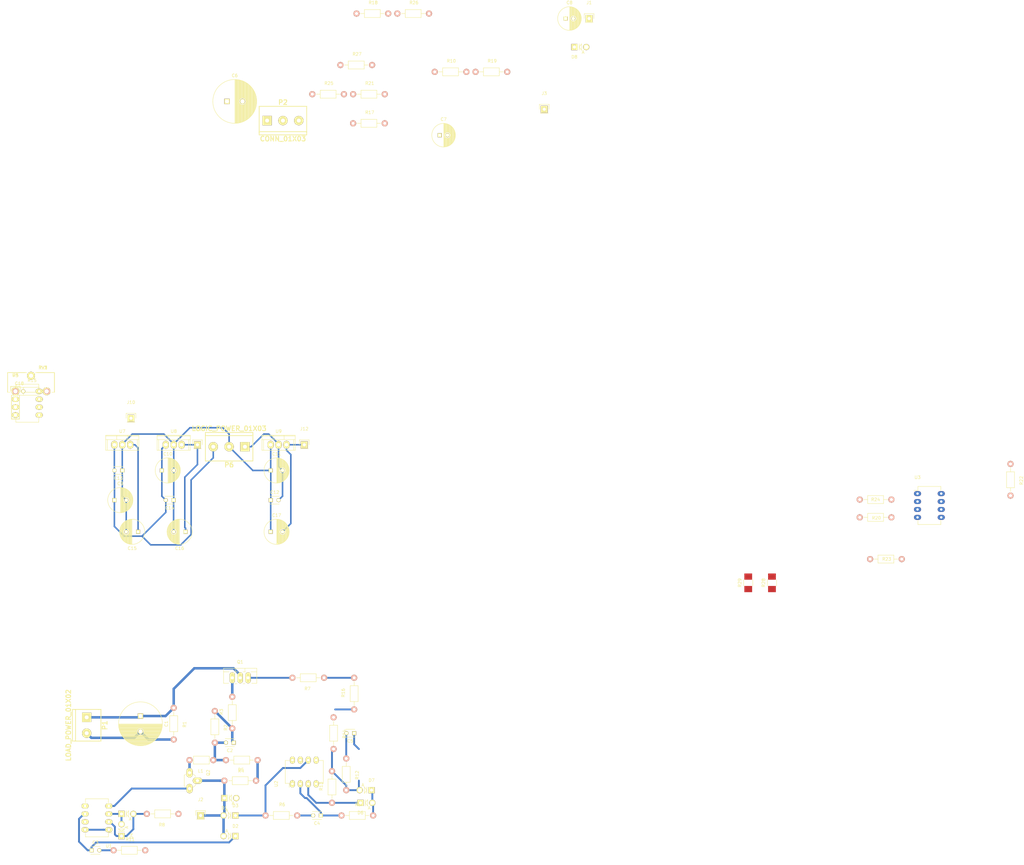
<source format=kicad_pcb>
(kicad_pcb (version 4) (host pcbnew 4.0.4+e1-6308~48~ubuntu16.04.1-stable)

  (general
    (links 146)
    (no_connects 76)
    (area 0 0 0 0)
    (thickness 1.6)
    (drawings 1)
    (tracks 167)
    (zones 0)
    (modules 81)
    (nets 40)
  )

  (page A4)
  (layers
    (0 F.Cu signal)
    (31 B.Cu signal)
    (32 B.Adhes user)
    (33 F.Adhes user)
    (34 B.Paste user)
    (35 F.Paste user)
    (36 B.SilkS user)
    (37 F.SilkS user)
    (38 B.Mask user)
    (39 F.Mask user)
    (40 Dwgs.User user)
    (41 Cmts.User user)
    (42 Eco1.User user)
    (43 Eco2.User user)
    (44 Edge.Cuts user)
    (45 Margin user)
    (46 B.CrtYd user)
    (47 F.CrtYd user)
    (48 B.Fab user)
    (49 F.Fab user)
  )

  (setup
    (last_trace_width 0.25)
    (user_trace_width 0.4)
    (user_trace_width 0.55)
    (user_trace_width 0.6)
    (user_trace_width 0.65)
    (user_trace_width 0.7)
    (user_trace_width 0.75)
    (user_trace_width 0.8)
    (trace_clearance 0.2)
    (zone_clearance 0.508)
    (zone_45_only no)
    (trace_min 0.2)
    (segment_width 0.2)
    (edge_width 0.15)
    (via_size 0.6)
    (via_drill 0.4)
    (via_min_size 0.4)
    (via_min_drill 0.3)
    (uvia_size 0.3)
    (uvia_drill 0.1)
    (uvias_allowed no)
    (uvia_min_size 0.2)
    (uvia_min_drill 0.1)
    (pcb_text_width 0.3)
    (pcb_text_size 1.5 1.5)
    (mod_edge_width 0.15)
    (mod_text_size 1 1)
    (mod_text_width 0.15)
    (pad_size 1.524 1.524)
    (pad_drill 0.762)
    (pad_to_mask_clearance 0.2)
    (aux_axis_origin 0 0)
    (visible_elements 7FFFFFFF)
    (pcbplotparams
      (layerselection 0x00030_80000001)
      (usegerberextensions false)
      (excludeedgelayer true)
      (linewidth 0.100000)
      (plotframeref false)
      (viasonmask false)
      (mode 1)
      (useauxorigin false)
      (hpglpennumber 1)
      (hpglpenspeed 20)
      (hpglpendiameter 15)
      (hpglpenoverlay 2)
      (psnegative false)
      (psa4output false)
      (plotreference true)
      (plotvalue true)
      (plotinvisibletext false)
      (padsonsilk false)
      (subtractmaskfromsilk false)
      (outputformat 1)
      (mirror false)
      (drillshape 1)
      (scaleselection 1)
      (outputdirectory ""))
  )

  (net 0 "")
  (net 1 /-OUTPUT)
  (net 2 "Net-(C1-Pad1)")
  (net 3 "Net-(C2-Pad1)")
  (net 4 "Net-(C2-Pad2)")
  (net 5 "Net-(C3-Pad1)")
  (net 6 "Net-(C3-Pad2)")
  (net 7 "Net-(C4-Pad1)")
  (net 8 "Net-(C4-Pad2)")
  (net 9 "Net-(C5-Pad2)")
  (net 10 GND)
  (net 11 Earth)
  (net 12 "Net-(C10-Pad1)")
  (net 13 "Net-(C11-Pad2)")
  (net 14 +5V)
  (net 15 +12VA)
  (net 16 -12VA)
  (net 17 "Net-(D1-Pad1)")
  (net 18 "Net-(D3-Pad1)")
  (net 19 "Net-(D4-Pad2)")
  (net 20 "Net-(D6-Pad1)")
  (net 21 "Net-(D7-Pad2)")
  (net 22 /CC_INDICATOR)
  (net 23 /CV_INDICATOR)
  (net 24 "Net-(J1-Pad1)")
  (net 25 "Net-(J3-Pad1)")
  (net 26 /CURREN_MES)
  (net 27 /VOLTAGE_LIMIT)
  (net 28 /VOLTAGE_MES)
  (net 29 "Net-(L1-Pad2)")
  (net 30 "Net-(Q1-Pad3)")
  (net 31 "Net-(R16-Pad2)")
  (net 32 "Net-(R20-Pad2)")
  (net 33 "Net-(R22-Pad2)")
  (net 34 "Net-(R23-Pad1)")
  (net 35 "Net-(C18-Pad1)")
  (net 36 "Net-(P4-Pad2)")
  (net 37 "Net-(P7-Pad2)")
  (net 38 /AN_CREF)
  (net 39 "Net-(R15-Pad2)")

  (net_class Default "This is the default net class."
    (clearance 0.2)
    (trace_width 0.25)
    (via_dia 0.6)
    (via_drill 0.4)
    (uvia_dia 0.3)
    (uvia_drill 0.1)
    (add_net +12VA)
    (add_net +5V)
    (add_net -12VA)
    (add_net /-OUTPUT)
    (add_net /AN_CREF)
    (add_net /CC_INDICATOR)
    (add_net /CURREN_MES)
    (add_net /CV_INDICATOR)
    (add_net /VOLTAGE_LIMIT)
    (add_net /VOLTAGE_MES)
    (add_net Earth)
    (add_net GND)
    (add_net "Net-(C1-Pad1)")
    (add_net "Net-(C10-Pad1)")
    (add_net "Net-(C11-Pad2)")
    (add_net "Net-(C18-Pad1)")
    (add_net "Net-(C2-Pad1)")
    (add_net "Net-(C2-Pad2)")
    (add_net "Net-(C3-Pad1)")
    (add_net "Net-(C3-Pad2)")
    (add_net "Net-(C4-Pad1)")
    (add_net "Net-(C4-Pad2)")
    (add_net "Net-(C5-Pad2)")
    (add_net "Net-(D1-Pad1)")
    (add_net "Net-(D3-Pad1)")
    (add_net "Net-(D4-Pad2)")
    (add_net "Net-(D6-Pad1)")
    (add_net "Net-(D7-Pad2)")
    (add_net "Net-(J1-Pad1)")
    (add_net "Net-(J3-Pad1)")
    (add_net "Net-(L1-Pad2)")
    (add_net "Net-(P4-Pad2)")
    (add_net "Net-(P7-Pad2)")
    (add_net "Net-(Q1-Pad3)")
    (add_net "Net-(R15-Pad2)")
    (add_net "Net-(R16-Pad2)")
    (add_net "Net-(R20-Pad2)")
    (add_net "Net-(R22-Pad2)")
    (add_net "Net-(R23-Pad1)")
  )

  (module Housings_DIP:DIP-8_W7.62mm_LongPads (layer F.Cu) (tedit 54130A77) (tstamp 58506845)
    (at 29.972 140.716 180)
    (descr "8-lead dip package, row spacing 7.62 mm (300 mils), longer pads")
    (tags "dil dip 2.54 300")
    (path /58501609)
    (fp_text reference U1 (at 0 -5.22 180) (layer F.SilkS)
      (effects (font (size 1 1) (thickness 0.15)))
    )
    (fp_text value LM741 (at 0 -3.72 180) (layer F.Fab)
      (effects (font (size 1 1) (thickness 0.15)))
    )
    (fp_line (start -1.4 -2.45) (end -1.4 10.1) (layer F.CrtYd) (width 0.05))
    (fp_line (start 9 -2.45) (end 9 10.1) (layer F.CrtYd) (width 0.05))
    (fp_line (start -1.4 -2.45) (end 9 -2.45) (layer F.CrtYd) (width 0.05))
    (fp_line (start -1.4 10.1) (end 9 10.1) (layer F.CrtYd) (width 0.05))
    (fp_line (start 0.135 -2.295) (end 0.135 -1.025) (layer F.SilkS) (width 0.15))
    (fp_line (start 7.485 -2.295) (end 7.485 -1.025) (layer F.SilkS) (width 0.15))
    (fp_line (start 7.485 9.915) (end 7.485 8.645) (layer F.SilkS) (width 0.15))
    (fp_line (start 0.135 9.915) (end 0.135 8.645) (layer F.SilkS) (width 0.15))
    (fp_line (start 0.135 -2.295) (end 7.485 -2.295) (layer F.SilkS) (width 0.15))
    (fp_line (start 0.135 9.915) (end 7.485 9.915) (layer F.SilkS) (width 0.15))
    (fp_line (start 0.135 -1.025) (end -1.15 -1.025) (layer F.SilkS) (width 0.15))
    (pad 1 thru_hole oval (at 0 0 180) (size 2.3 1.6) (drill 0.8) (layers *.Cu *.Mask F.SilkS))
    (pad 2 thru_hole oval (at 0 2.54 180) (size 2.3 1.6) (drill 0.8) (layers *.Cu *.Mask F.SilkS)
      (net 6 "Net-(C3-Pad2)"))
    (pad 3 thru_hole oval (at 0 5.08 180) (size 2.3 1.6) (drill 0.8) (layers *.Cu *.Mask F.SilkS)
      (net 19 "Net-(D4-Pad2)"))
    (pad 4 thru_hole oval (at 0 7.62 180) (size 2.3 1.6) (drill 0.8) (layers *.Cu *.Mask F.SilkS)
      (net 16 -12VA))
    (pad 5 thru_hole oval (at 7.62 7.62 180) (size 2.3 1.6) (drill 0.8) (layers *.Cu *.Mask F.SilkS))
    (pad 6 thru_hole oval (at 7.62 5.08 180) (size 2.3 1.6) (drill 0.8) (layers *.Cu *.Mask F.SilkS)
      (net 5 "Net-(C3-Pad1)"))
    (pad 7 thru_hole oval (at 7.62 2.54 180) (size 2.3 1.6) (drill 0.8) (layers *.Cu *.Mask F.SilkS)
      (net 15 +12VA))
    (pad 8 thru_hole oval (at 7.62 0 180) (size 2.3 1.6) (drill 0.8) (layers *.Cu *.Mask F.SilkS))
    (model Housings_DIP.3dshapes/DIP-8_W7.62mm_LongPads.wrl
      (at (xyz 0 0 0))
      (scale (xyz 1 1 1))
      (rotate (xyz 0 0 0))
    )
  )

  (module Capacitors_ThroughHole:C_Radial_D14_L31.5_P5 (layer F.Cu) (tedit 0) (tstamp 58506632)
    (at 40.132 104.22 270)
    (descr "Radial Electrolytic Capacitor Diameter 14mm x Length 31.5mm, Pitch 5mm")
    (tags "Electrolytic Capacitor")
    (path /585015E2)
    (fp_text reference C1 (at 2.5 -8.3 270) (layer F.SilkS)
      (effects (font (size 1 1) (thickness 0.15)))
    )
    (fp_text value CP1_Small (at 2.5 8.3 270) (layer F.Fab)
      (effects (font (size 1 1) (thickness 0.15)))
    )
    (fp_line (start 2.575 -7) (end 2.575 7) (layer F.SilkS) (width 0.15))
    (fp_line (start 2.715 -6.997) (end 2.715 6.997) (layer F.SilkS) (width 0.15))
    (fp_line (start 2.855 -6.991) (end 2.855 6.991) (layer F.SilkS) (width 0.15))
    (fp_line (start 2.995 -6.982) (end 2.995 6.982) (layer F.SilkS) (width 0.15))
    (fp_line (start 3.135 -6.971) (end 3.135 6.971) (layer F.SilkS) (width 0.15))
    (fp_line (start 3.275 -6.957) (end 3.275 6.957) (layer F.SilkS) (width 0.15))
    (fp_line (start 3.415 -6.94) (end 3.415 6.94) (layer F.SilkS) (width 0.15))
    (fp_line (start 3.555 -6.92) (end 3.555 6.92) (layer F.SilkS) (width 0.15))
    (fp_line (start 3.695 -6.897) (end 3.695 6.897) (layer F.SilkS) (width 0.15))
    (fp_line (start 3.835 -6.872) (end 3.835 6.872) (layer F.SilkS) (width 0.15))
    (fp_line (start 3.975 -6.843) (end 3.975 -0.521) (layer F.SilkS) (width 0.15))
    (fp_line (start 3.975 0.521) (end 3.975 6.843) (layer F.SilkS) (width 0.15))
    (fp_line (start 4.115 -6.811) (end 4.115 -0.734) (layer F.SilkS) (width 0.15))
    (fp_line (start 4.115 0.734) (end 4.115 6.811) (layer F.SilkS) (width 0.15))
    (fp_line (start 4.255 -6.776) (end 4.255 -0.876) (layer F.SilkS) (width 0.15))
    (fp_line (start 4.255 0.876) (end 4.255 6.776) (layer F.SilkS) (width 0.15))
    (fp_line (start 4.395 -6.739) (end 4.395 -0.978) (layer F.SilkS) (width 0.15))
    (fp_line (start 4.395 0.978) (end 4.395 6.739) (layer F.SilkS) (width 0.15))
    (fp_line (start 4.535 -6.698) (end 4.535 -1.052) (layer F.SilkS) (width 0.15))
    (fp_line (start 4.535 1.052) (end 4.535 6.698) (layer F.SilkS) (width 0.15))
    (fp_line (start 4.675 -6.654) (end 4.675 -1.103) (layer F.SilkS) (width 0.15))
    (fp_line (start 4.675 1.103) (end 4.675 6.654) (layer F.SilkS) (width 0.15))
    (fp_line (start 4.815 -6.606) (end 4.815 -1.135) (layer F.SilkS) (width 0.15))
    (fp_line (start 4.815 1.135) (end 4.815 6.606) (layer F.SilkS) (width 0.15))
    (fp_line (start 4.955 -6.555) (end 4.955 -1.149) (layer F.SilkS) (width 0.15))
    (fp_line (start 4.955 1.149) (end 4.955 6.555) (layer F.SilkS) (width 0.15))
    (fp_line (start 5.095 -6.501) (end 5.095 -1.146) (layer F.SilkS) (width 0.15))
    (fp_line (start 5.095 1.146) (end 5.095 6.501) (layer F.SilkS) (width 0.15))
    (fp_line (start 5.235 -6.444) (end 5.235 -1.126) (layer F.SilkS) (width 0.15))
    (fp_line (start 5.235 1.126) (end 5.235 6.444) (layer F.SilkS) (width 0.15))
    (fp_line (start 5.375 -6.382) (end 5.375 -1.087) (layer F.SilkS) (width 0.15))
    (fp_line (start 5.375 1.087) (end 5.375 6.382) (layer F.SilkS) (width 0.15))
    (fp_line (start 5.515 -6.317) (end 5.515 -1.028) (layer F.SilkS) (width 0.15))
    (fp_line (start 5.515 1.028) (end 5.515 6.317) (layer F.SilkS) (width 0.15))
    (fp_line (start 5.655 -6.249) (end 5.655 -0.945) (layer F.SilkS) (width 0.15))
    (fp_line (start 5.655 0.945) (end 5.655 6.249) (layer F.SilkS) (width 0.15))
    (fp_line (start 5.795 -6.176) (end 5.795 -0.831) (layer F.SilkS) (width 0.15))
    (fp_line (start 5.795 0.831) (end 5.795 6.176) (layer F.SilkS) (width 0.15))
    (fp_line (start 5.935 -6.099) (end 5.935 -0.67) (layer F.SilkS) (width 0.15))
    (fp_line (start 5.935 0.67) (end 5.935 6.099) (layer F.SilkS) (width 0.15))
    (fp_line (start 6.075 -6.018) (end 6.075 -0.409) (layer F.SilkS) (width 0.15))
    (fp_line (start 6.075 0.409) (end 6.075 6.018) (layer F.SilkS) (width 0.15))
    (fp_line (start 6.215 -5.933) (end 6.215 5.933) (layer F.SilkS) (width 0.15))
    (fp_line (start 6.355 -5.843) (end 6.355 5.843) (layer F.SilkS) (width 0.15))
    (fp_line (start 6.495 -5.748) (end 6.495 5.748) (layer F.SilkS) (width 0.15))
    (fp_line (start 6.635 -5.648) (end 6.635 5.648) (layer F.SilkS) (width 0.15))
    (fp_line (start 6.775 -5.543) (end 6.775 5.543) (layer F.SilkS) (width 0.15))
    (fp_line (start 6.915 -5.432) (end 6.915 5.432) (layer F.SilkS) (width 0.15))
    (fp_line (start 7.055 -5.315) (end 7.055 5.315) (layer F.SilkS) (width 0.15))
    (fp_line (start 7.195 -5.192) (end 7.195 5.192) (layer F.SilkS) (width 0.15))
    (fp_line (start 7.335 -5.062) (end 7.335 5.062) (layer F.SilkS) (width 0.15))
    (fp_line (start 7.475 -4.924) (end 7.475 4.924) (layer F.SilkS) (width 0.15))
    (fp_line (start 7.615 -4.779) (end 7.615 4.779) (layer F.SilkS) (width 0.15))
    (fp_line (start 7.755 -4.624) (end 7.755 4.624) (layer F.SilkS) (width 0.15))
    (fp_line (start 7.895 -4.46) (end 7.895 4.46) (layer F.SilkS) (width 0.15))
    (fp_line (start 8.035 -4.285) (end 8.035 4.285) (layer F.SilkS) (width 0.15))
    (fp_line (start 8.175 -4.098) (end 8.175 4.098) (layer F.SilkS) (width 0.15))
    (fp_line (start 8.315 -3.897) (end 8.315 3.897) (layer F.SilkS) (width 0.15))
    (fp_line (start 8.455 -3.679) (end 8.455 3.679) (layer F.SilkS) (width 0.15))
    (fp_line (start 8.595 -3.443) (end 8.595 3.443) (layer F.SilkS) (width 0.15))
    (fp_line (start 8.735 -3.182) (end 8.735 3.182) (layer F.SilkS) (width 0.15))
    (fp_line (start 8.875 -2.891) (end 8.875 2.891) (layer F.SilkS) (width 0.15))
    (fp_line (start 9.015 -2.56) (end 9.015 2.56) (layer F.SilkS) (width 0.15))
    (fp_line (start 9.155 -2.17) (end 9.155 2.17) (layer F.SilkS) (width 0.15))
    (fp_line (start 9.295 -1.682) (end 9.295 1.682) (layer F.SilkS) (width 0.15))
    (fp_line (start 9.435 -0.952) (end 9.435 0.952) (layer F.SilkS) (width 0.15))
    (fp_circle (center 5 0) (end 5 -1.15) (layer F.SilkS) (width 0.15))
    (fp_circle (center 2.5 0) (end 2.5 -7.0375) (layer F.SilkS) (width 0.15))
    (fp_circle (center 2.5 0) (end 2.5 -7.3) (layer F.CrtYd) (width 0.05))
    (pad 2 thru_hole circle (at 5 0 270) (size 1.7 1.7) (drill 1.2) (layers *.Cu *.Mask F.SilkS)
      (net 1 /-OUTPUT))
    (pad 1 thru_hole rect (at 0 0 270) (size 1.7 1.7) (drill 1.2) (layers *.Cu *.Mask F.SilkS)
      (net 2 "Net-(C1-Pad1)"))
    (model Capacitors_ThroughHole.3dshapes/C_Radial_D14_L31.5_P5.wrl
      (at (xyz 0 0 0))
      (scale (xyz 1 1 1))
      (rotate (xyz 0 0 0))
    )
  )

  (module Capacitors_ThroughHole:C_Radial_D14_L31.5_P5 (layer F.Cu) (tedit 0) (tstamp 58506650)
    (at 67.890001 -93.055)
    (descr "Radial Electrolytic Capacitor Diameter 14mm x Length 31.5mm, Pitch 5mm")
    (tags "Electrolytic Capacitor")
    (path /58501601)
    (fp_text reference C6 (at 2.5 -8.3) (layer F.SilkS)
      (effects (font (size 1 1) (thickness 0.15)))
    )
    (fp_text value CP1_Small (at 2.5 8.3) (layer F.Fab)
      (effects (font (size 1 1) (thickness 0.15)))
    )
    (fp_line (start 2.575 -7) (end 2.575 7) (layer F.SilkS) (width 0.15))
    (fp_line (start 2.715 -6.997) (end 2.715 6.997) (layer F.SilkS) (width 0.15))
    (fp_line (start 2.855 -6.991) (end 2.855 6.991) (layer F.SilkS) (width 0.15))
    (fp_line (start 2.995 -6.982) (end 2.995 6.982) (layer F.SilkS) (width 0.15))
    (fp_line (start 3.135 -6.971) (end 3.135 6.971) (layer F.SilkS) (width 0.15))
    (fp_line (start 3.275 -6.957) (end 3.275 6.957) (layer F.SilkS) (width 0.15))
    (fp_line (start 3.415 -6.94) (end 3.415 6.94) (layer F.SilkS) (width 0.15))
    (fp_line (start 3.555 -6.92) (end 3.555 6.92) (layer F.SilkS) (width 0.15))
    (fp_line (start 3.695 -6.897) (end 3.695 6.897) (layer F.SilkS) (width 0.15))
    (fp_line (start 3.835 -6.872) (end 3.835 6.872) (layer F.SilkS) (width 0.15))
    (fp_line (start 3.975 -6.843) (end 3.975 -0.521) (layer F.SilkS) (width 0.15))
    (fp_line (start 3.975 0.521) (end 3.975 6.843) (layer F.SilkS) (width 0.15))
    (fp_line (start 4.115 -6.811) (end 4.115 -0.734) (layer F.SilkS) (width 0.15))
    (fp_line (start 4.115 0.734) (end 4.115 6.811) (layer F.SilkS) (width 0.15))
    (fp_line (start 4.255 -6.776) (end 4.255 -0.876) (layer F.SilkS) (width 0.15))
    (fp_line (start 4.255 0.876) (end 4.255 6.776) (layer F.SilkS) (width 0.15))
    (fp_line (start 4.395 -6.739) (end 4.395 -0.978) (layer F.SilkS) (width 0.15))
    (fp_line (start 4.395 0.978) (end 4.395 6.739) (layer F.SilkS) (width 0.15))
    (fp_line (start 4.535 -6.698) (end 4.535 -1.052) (layer F.SilkS) (width 0.15))
    (fp_line (start 4.535 1.052) (end 4.535 6.698) (layer F.SilkS) (width 0.15))
    (fp_line (start 4.675 -6.654) (end 4.675 -1.103) (layer F.SilkS) (width 0.15))
    (fp_line (start 4.675 1.103) (end 4.675 6.654) (layer F.SilkS) (width 0.15))
    (fp_line (start 4.815 -6.606) (end 4.815 -1.135) (layer F.SilkS) (width 0.15))
    (fp_line (start 4.815 1.135) (end 4.815 6.606) (layer F.SilkS) (width 0.15))
    (fp_line (start 4.955 -6.555) (end 4.955 -1.149) (layer F.SilkS) (width 0.15))
    (fp_line (start 4.955 1.149) (end 4.955 6.555) (layer F.SilkS) (width 0.15))
    (fp_line (start 5.095 -6.501) (end 5.095 -1.146) (layer F.SilkS) (width 0.15))
    (fp_line (start 5.095 1.146) (end 5.095 6.501) (layer F.SilkS) (width 0.15))
    (fp_line (start 5.235 -6.444) (end 5.235 -1.126) (layer F.SilkS) (width 0.15))
    (fp_line (start 5.235 1.126) (end 5.235 6.444) (layer F.SilkS) (width 0.15))
    (fp_line (start 5.375 -6.382) (end 5.375 -1.087) (layer F.SilkS) (width 0.15))
    (fp_line (start 5.375 1.087) (end 5.375 6.382) (layer F.SilkS) (width 0.15))
    (fp_line (start 5.515 -6.317) (end 5.515 -1.028) (layer F.SilkS) (width 0.15))
    (fp_line (start 5.515 1.028) (end 5.515 6.317) (layer F.SilkS) (width 0.15))
    (fp_line (start 5.655 -6.249) (end 5.655 -0.945) (layer F.SilkS) (width 0.15))
    (fp_line (start 5.655 0.945) (end 5.655 6.249) (layer F.SilkS) (width 0.15))
    (fp_line (start 5.795 -6.176) (end 5.795 -0.831) (layer F.SilkS) (width 0.15))
    (fp_line (start 5.795 0.831) (end 5.795 6.176) (layer F.SilkS) (width 0.15))
    (fp_line (start 5.935 -6.099) (end 5.935 -0.67) (layer F.SilkS) (width 0.15))
    (fp_line (start 5.935 0.67) (end 5.935 6.099) (layer F.SilkS) (width 0.15))
    (fp_line (start 6.075 -6.018) (end 6.075 -0.409) (layer F.SilkS) (width 0.15))
    (fp_line (start 6.075 0.409) (end 6.075 6.018) (layer F.SilkS) (width 0.15))
    (fp_line (start 6.215 -5.933) (end 6.215 5.933) (layer F.SilkS) (width 0.15))
    (fp_line (start 6.355 -5.843) (end 6.355 5.843) (layer F.SilkS) (width 0.15))
    (fp_line (start 6.495 -5.748) (end 6.495 5.748) (layer F.SilkS) (width 0.15))
    (fp_line (start 6.635 -5.648) (end 6.635 5.648) (layer F.SilkS) (width 0.15))
    (fp_line (start 6.775 -5.543) (end 6.775 5.543) (layer F.SilkS) (width 0.15))
    (fp_line (start 6.915 -5.432) (end 6.915 5.432) (layer F.SilkS) (width 0.15))
    (fp_line (start 7.055 -5.315) (end 7.055 5.315) (layer F.SilkS) (width 0.15))
    (fp_line (start 7.195 -5.192) (end 7.195 5.192) (layer F.SilkS) (width 0.15))
    (fp_line (start 7.335 -5.062) (end 7.335 5.062) (layer F.SilkS) (width 0.15))
    (fp_line (start 7.475 -4.924) (end 7.475 4.924) (layer F.SilkS) (width 0.15))
    (fp_line (start 7.615 -4.779) (end 7.615 4.779) (layer F.SilkS) (width 0.15))
    (fp_line (start 7.755 -4.624) (end 7.755 4.624) (layer F.SilkS) (width 0.15))
    (fp_line (start 7.895 -4.46) (end 7.895 4.46) (layer F.SilkS) (width 0.15))
    (fp_line (start 8.035 -4.285) (end 8.035 4.285) (layer F.SilkS) (width 0.15))
    (fp_line (start 8.175 -4.098) (end 8.175 4.098) (layer F.SilkS) (width 0.15))
    (fp_line (start 8.315 -3.897) (end 8.315 3.897) (layer F.SilkS) (width 0.15))
    (fp_line (start 8.455 -3.679) (end 8.455 3.679) (layer F.SilkS) (width 0.15))
    (fp_line (start 8.595 -3.443) (end 8.595 3.443) (layer F.SilkS) (width 0.15))
    (fp_line (start 8.735 -3.182) (end 8.735 3.182) (layer F.SilkS) (width 0.15))
    (fp_line (start 8.875 -2.891) (end 8.875 2.891) (layer F.SilkS) (width 0.15))
    (fp_line (start 9.015 -2.56) (end 9.015 2.56) (layer F.SilkS) (width 0.15))
    (fp_line (start 9.155 -2.17) (end 9.155 2.17) (layer F.SilkS) (width 0.15))
    (fp_line (start 9.295 -1.682) (end 9.295 1.682) (layer F.SilkS) (width 0.15))
    (fp_line (start 9.435 -0.952) (end 9.435 0.952) (layer F.SilkS) (width 0.15))
    (fp_circle (center 5 0) (end 5 -1.15) (layer F.SilkS) (width 0.15))
    (fp_circle (center 2.5 0) (end 2.5 -7.0375) (layer F.SilkS) (width 0.15))
    (fp_circle (center 2.5 0) (end 2.5 -7.3) (layer F.CrtYd) (width 0.05))
    (pad 2 thru_hole circle (at 5 0) (size 1.7 1.7) (drill 1.2) (layers *.Cu *.Mask F.SilkS)
      (net 1 /-OUTPUT))
    (pad 1 thru_hole rect (at 0 0) (size 1.7 1.7) (drill 1.2) (layers *.Cu *.Mask F.SilkS)
      (net 10 GND))
    (model Capacitors_ThroughHole.3dshapes/C_Radial_D14_L31.5_P5.wrl
      (at (xyz 0 0 0))
      (scale (xyz 1 1 1))
      (rotate (xyz 0 0 0))
    )
  )

  (module Capacitors_ThroughHole:C_Radial_D7.5_L11.2_P2.5 (layer F.Cu) (tedit 0) (tstamp 58506656)
    (at 136.180001 -82.215)
    (descr "Radial Electrolytic Capacitor Diameter 7.5mm x Length 11.2mm, Pitch 2.5mm")
    (tags "Electrolytic Capacitor")
    (path /58501606)
    (fp_text reference C7 (at 1.25 -5.1) (layer F.SilkS)
      (effects (font (size 1 1) (thickness 0.15)))
    )
    (fp_text value C_Small (at 1.25 5.1) (layer F.Fab)
      (effects (font (size 1 1) (thickness 0.15)))
    )
    (fp_line (start 1.325 -3.749) (end 1.325 3.749) (layer F.SilkS) (width 0.15))
    (fp_line (start 1.465 -3.744) (end 1.465 3.744) (layer F.SilkS) (width 0.15))
    (fp_line (start 1.605 -3.733) (end 1.605 -0.446) (layer F.SilkS) (width 0.15))
    (fp_line (start 1.605 0.446) (end 1.605 3.733) (layer F.SilkS) (width 0.15))
    (fp_line (start 1.745 -3.717) (end 1.745 -0.656) (layer F.SilkS) (width 0.15))
    (fp_line (start 1.745 0.656) (end 1.745 3.717) (layer F.SilkS) (width 0.15))
    (fp_line (start 1.885 -3.696) (end 1.885 -0.789) (layer F.SilkS) (width 0.15))
    (fp_line (start 1.885 0.789) (end 1.885 3.696) (layer F.SilkS) (width 0.15))
    (fp_line (start 2.025 -3.669) (end 2.025 -0.88) (layer F.SilkS) (width 0.15))
    (fp_line (start 2.025 0.88) (end 2.025 3.669) (layer F.SilkS) (width 0.15))
    (fp_line (start 2.165 -3.637) (end 2.165 -0.942) (layer F.SilkS) (width 0.15))
    (fp_line (start 2.165 0.942) (end 2.165 3.637) (layer F.SilkS) (width 0.15))
    (fp_line (start 2.305 -3.599) (end 2.305 -0.981) (layer F.SilkS) (width 0.15))
    (fp_line (start 2.305 0.981) (end 2.305 3.599) (layer F.SilkS) (width 0.15))
    (fp_line (start 2.445 -3.555) (end 2.445 -0.998) (layer F.SilkS) (width 0.15))
    (fp_line (start 2.445 0.998) (end 2.445 3.555) (layer F.SilkS) (width 0.15))
    (fp_line (start 2.585 -3.504) (end 2.585 -0.996) (layer F.SilkS) (width 0.15))
    (fp_line (start 2.585 0.996) (end 2.585 3.504) (layer F.SilkS) (width 0.15))
    (fp_line (start 2.725 -3.448) (end 2.725 -0.974) (layer F.SilkS) (width 0.15))
    (fp_line (start 2.725 0.974) (end 2.725 3.448) (layer F.SilkS) (width 0.15))
    (fp_line (start 2.865 -3.384) (end 2.865 -0.931) (layer F.SilkS) (width 0.15))
    (fp_line (start 2.865 0.931) (end 2.865 3.384) (layer F.SilkS) (width 0.15))
    (fp_line (start 3.005 -3.314) (end 3.005 -0.863) (layer F.SilkS) (width 0.15))
    (fp_line (start 3.005 0.863) (end 3.005 3.314) (layer F.SilkS) (width 0.15))
    (fp_line (start 3.145 -3.236) (end 3.145 -0.764) (layer F.SilkS) (width 0.15))
    (fp_line (start 3.145 0.764) (end 3.145 3.236) (layer F.SilkS) (width 0.15))
    (fp_line (start 3.285 -3.15) (end 3.285 -0.619) (layer F.SilkS) (width 0.15))
    (fp_line (start 3.285 0.619) (end 3.285 3.15) (layer F.SilkS) (width 0.15))
    (fp_line (start 3.425 -3.055) (end 3.425 -0.38) (layer F.SilkS) (width 0.15))
    (fp_line (start 3.425 0.38) (end 3.425 3.055) (layer F.SilkS) (width 0.15))
    (fp_line (start 3.565 -2.95) (end 3.565 2.95) (layer F.SilkS) (width 0.15))
    (fp_line (start 3.705 -2.835) (end 3.705 2.835) (layer F.SilkS) (width 0.15))
    (fp_line (start 3.845 -2.707) (end 3.845 2.707) (layer F.SilkS) (width 0.15))
    (fp_line (start 3.985 -2.566) (end 3.985 2.566) (layer F.SilkS) (width 0.15))
    (fp_line (start 4.125 -2.408) (end 4.125 2.408) (layer F.SilkS) (width 0.15))
    (fp_line (start 4.265 -2.23) (end 4.265 2.23) (layer F.SilkS) (width 0.15))
    (fp_line (start 4.405 -2.027) (end 4.405 2.027) (layer F.SilkS) (width 0.15))
    (fp_line (start 4.545 -1.79) (end 4.545 1.79) (layer F.SilkS) (width 0.15))
    (fp_line (start 4.685 -1.504) (end 4.685 1.504) (layer F.SilkS) (width 0.15))
    (fp_line (start 4.825 -1.132) (end 4.825 1.132) (layer F.SilkS) (width 0.15))
    (fp_line (start 4.965 -0.511) (end 4.965 0.511) (layer F.SilkS) (width 0.15))
    (fp_circle (center 2.5 0) (end 2.5 -1) (layer F.SilkS) (width 0.15))
    (fp_circle (center 1.25 0) (end 1.25 -3.7875) (layer F.SilkS) (width 0.15))
    (fp_circle (center 1.25 0) (end 1.25 -4.1) (layer F.CrtYd) (width 0.05))
    (pad 2 thru_hole circle (at 2.5 0) (size 1.3 1.3) (drill 0.8) (layers *.Cu *.Mask F.SilkS)
      (net 10 GND))
    (pad 1 thru_hole rect (at 0 0) (size 1.3 1.3) (drill 0.8) (layers *.Cu *.Mask F.SilkS)
      (net 11 Earth))
    (model Capacitors_ThroughHole.3dshapes/C_Radial_D7.5_L11.2_P2.5.wrl
      (at (xyz 0 0 0))
      (scale (xyz 1 1 1))
      (rotate (xyz 0 0 0))
    )
  )

  (module Capacitors_ThroughHole:C_Radial_D7.5_L11.2_P2.5 (layer F.Cu) (tedit 0) (tstamp 5850665C)
    (at 176.580001 -119.655)
    (descr "Radial Electrolytic Capacitor Diameter 7.5mm x Length 11.2mm, Pitch 2.5mm")
    (tags "Electrolytic Capacitor")
    (path /58501605)
    (fp_text reference C8 (at 1.25 -5.1) (layer F.SilkS)
      (effects (font (size 1 1) (thickness 0.15)))
    )
    (fp_text value C_Small (at 1.25 5.1) (layer F.Fab)
      (effects (font (size 1 1) (thickness 0.15)))
    )
    (fp_line (start 1.325 -3.749) (end 1.325 3.749) (layer F.SilkS) (width 0.15))
    (fp_line (start 1.465 -3.744) (end 1.465 3.744) (layer F.SilkS) (width 0.15))
    (fp_line (start 1.605 -3.733) (end 1.605 -0.446) (layer F.SilkS) (width 0.15))
    (fp_line (start 1.605 0.446) (end 1.605 3.733) (layer F.SilkS) (width 0.15))
    (fp_line (start 1.745 -3.717) (end 1.745 -0.656) (layer F.SilkS) (width 0.15))
    (fp_line (start 1.745 0.656) (end 1.745 3.717) (layer F.SilkS) (width 0.15))
    (fp_line (start 1.885 -3.696) (end 1.885 -0.789) (layer F.SilkS) (width 0.15))
    (fp_line (start 1.885 0.789) (end 1.885 3.696) (layer F.SilkS) (width 0.15))
    (fp_line (start 2.025 -3.669) (end 2.025 -0.88) (layer F.SilkS) (width 0.15))
    (fp_line (start 2.025 0.88) (end 2.025 3.669) (layer F.SilkS) (width 0.15))
    (fp_line (start 2.165 -3.637) (end 2.165 -0.942) (layer F.SilkS) (width 0.15))
    (fp_line (start 2.165 0.942) (end 2.165 3.637) (layer F.SilkS) (width 0.15))
    (fp_line (start 2.305 -3.599) (end 2.305 -0.981) (layer F.SilkS) (width 0.15))
    (fp_line (start 2.305 0.981) (end 2.305 3.599) (layer F.SilkS) (width 0.15))
    (fp_line (start 2.445 -3.555) (end 2.445 -0.998) (layer F.SilkS) (width 0.15))
    (fp_line (start 2.445 0.998) (end 2.445 3.555) (layer F.SilkS) (width 0.15))
    (fp_line (start 2.585 -3.504) (end 2.585 -0.996) (layer F.SilkS) (width 0.15))
    (fp_line (start 2.585 0.996) (end 2.585 3.504) (layer F.SilkS) (width 0.15))
    (fp_line (start 2.725 -3.448) (end 2.725 -0.974) (layer F.SilkS) (width 0.15))
    (fp_line (start 2.725 0.974) (end 2.725 3.448) (layer F.SilkS) (width 0.15))
    (fp_line (start 2.865 -3.384) (end 2.865 -0.931) (layer F.SilkS) (width 0.15))
    (fp_line (start 2.865 0.931) (end 2.865 3.384) (layer F.SilkS) (width 0.15))
    (fp_line (start 3.005 -3.314) (end 3.005 -0.863) (layer F.SilkS) (width 0.15))
    (fp_line (start 3.005 0.863) (end 3.005 3.314) (layer F.SilkS) (width 0.15))
    (fp_line (start 3.145 -3.236) (end 3.145 -0.764) (layer F.SilkS) (width 0.15))
    (fp_line (start 3.145 0.764) (end 3.145 3.236) (layer F.SilkS) (width 0.15))
    (fp_line (start 3.285 -3.15) (end 3.285 -0.619) (layer F.SilkS) (width 0.15))
    (fp_line (start 3.285 0.619) (end 3.285 3.15) (layer F.SilkS) (width 0.15))
    (fp_line (start 3.425 -3.055) (end 3.425 -0.38) (layer F.SilkS) (width 0.15))
    (fp_line (start 3.425 0.38) (end 3.425 3.055) (layer F.SilkS) (width 0.15))
    (fp_line (start 3.565 -2.95) (end 3.565 2.95) (layer F.SilkS) (width 0.15))
    (fp_line (start 3.705 -2.835) (end 3.705 2.835) (layer F.SilkS) (width 0.15))
    (fp_line (start 3.845 -2.707) (end 3.845 2.707) (layer F.SilkS) (width 0.15))
    (fp_line (start 3.985 -2.566) (end 3.985 2.566) (layer F.SilkS) (width 0.15))
    (fp_line (start 4.125 -2.408) (end 4.125 2.408) (layer F.SilkS) (width 0.15))
    (fp_line (start 4.265 -2.23) (end 4.265 2.23) (layer F.SilkS) (width 0.15))
    (fp_line (start 4.405 -2.027) (end 4.405 2.027) (layer F.SilkS) (width 0.15))
    (fp_line (start 4.545 -1.79) (end 4.545 1.79) (layer F.SilkS) (width 0.15))
    (fp_line (start 4.685 -1.504) (end 4.685 1.504) (layer F.SilkS) (width 0.15))
    (fp_line (start 4.825 -1.132) (end 4.825 1.132) (layer F.SilkS) (width 0.15))
    (fp_line (start 4.965 -0.511) (end 4.965 0.511) (layer F.SilkS) (width 0.15))
    (fp_circle (center 2.5 0) (end 2.5 -1) (layer F.SilkS) (width 0.15))
    (fp_circle (center 1.25 0) (end 1.25 -3.7875) (layer F.SilkS) (width 0.15))
    (fp_circle (center 1.25 0) (end 1.25 -4.1) (layer F.CrtYd) (width 0.05))
    (pad 2 thru_hole circle (at 2.5 0) (size 1.3 1.3) (drill 0.8) (layers *.Cu *.Mask F.SilkS)
      (net 11 Earth))
    (pad 1 thru_hole rect (at 0 0) (size 1.3 1.3) (drill 0.8) (layers *.Cu *.Mask F.SilkS)
      (net 1 /-OUTPUT))
    (model Capacitors_ThroughHole.3dshapes/C_Radial_D7.5_L11.2_P2.5.wrl
      (at (xyz 0 0 0))
      (scale (xyz 1 1 1))
      (rotate (xyz 0 0 0))
    )
  )

  (module Capacitors_ThroughHole:C_Radial_D8_L21_P3.8 (layer F.Cu) (tedit 0) (tstamp 58506662)
    (at 31.76 34.925)
    (descr "Radial Electrolytic Capacitor Diameter 8mm x Length 21mm, Pitch 3.8mm")
    (tags "Electrolytic Capacitor")
    (path /584EB66A/584EC4EB)
    (fp_text reference C9 (at 1.9 -5.3) (layer F.SilkS)
      (effects (font (size 1 1) (thickness 0.15)))
    )
    (fp_text value 470u (at 1.9 5.3) (layer F.Fab)
      (effects (font (size 1 1) (thickness 0.15)))
    )
    (fp_line (start 1.975 -3.999) (end 1.975 3.999) (layer F.SilkS) (width 0.15))
    (fp_line (start 2.115 -3.994) (end 2.115 3.994) (layer F.SilkS) (width 0.15))
    (fp_line (start 2.255 -3.984) (end 2.255 3.984) (layer F.SilkS) (width 0.15))
    (fp_line (start 2.395 -3.969) (end 2.395 3.969) (layer F.SilkS) (width 0.15))
    (fp_line (start 2.535 -3.949) (end 2.535 3.949) (layer F.SilkS) (width 0.15))
    (fp_line (start 2.675 -3.924) (end 2.675 3.924) (layer F.SilkS) (width 0.15))
    (fp_line (start 2.815 -3.894) (end 2.815 -0.173) (layer F.SilkS) (width 0.15))
    (fp_line (start 2.815 0.173) (end 2.815 3.894) (layer F.SilkS) (width 0.15))
    (fp_line (start 2.955 -3.858) (end 2.955 -0.535) (layer F.SilkS) (width 0.15))
    (fp_line (start 2.955 0.535) (end 2.955 3.858) (layer F.SilkS) (width 0.15))
    (fp_line (start 3.095 -3.817) (end 3.095 -0.709) (layer F.SilkS) (width 0.15))
    (fp_line (start 3.095 0.709) (end 3.095 3.817) (layer F.SilkS) (width 0.15))
    (fp_line (start 3.235 -3.771) (end 3.235 -0.825) (layer F.SilkS) (width 0.15))
    (fp_line (start 3.235 0.825) (end 3.235 3.771) (layer F.SilkS) (width 0.15))
    (fp_line (start 3.375 -3.718) (end 3.375 -0.905) (layer F.SilkS) (width 0.15))
    (fp_line (start 3.375 0.905) (end 3.375 3.718) (layer F.SilkS) (width 0.15))
    (fp_line (start 3.515 -3.659) (end 3.515 -0.959) (layer F.SilkS) (width 0.15))
    (fp_line (start 3.515 0.959) (end 3.515 3.659) (layer F.SilkS) (width 0.15))
    (fp_line (start 3.655 -3.594) (end 3.655 -0.989) (layer F.SilkS) (width 0.15))
    (fp_line (start 3.655 0.989) (end 3.655 3.594) (layer F.SilkS) (width 0.15))
    (fp_line (start 3.795 -3.523) (end 3.795 -1) (layer F.SilkS) (width 0.15))
    (fp_line (start 3.795 1) (end 3.795 3.523) (layer F.SilkS) (width 0.15))
    (fp_line (start 3.935 -3.444) (end 3.935 -0.991) (layer F.SilkS) (width 0.15))
    (fp_line (start 3.935 0.991) (end 3.935 3.444) (layer F.SilkS) (width 0.15))
    (fp_line (start 4.075 -3.357) (end 4.075 -0.961) (layer F.SilkS) (width 0.15))
    (fp_line (start 4.075 0.961) (end 4.075 3.357) (layer F.SilkS) (width 0.15))
    (fp_line (start 4.215 -3.262) (end 4.215 -0.91) (layer F.SilkS) (width 0.15))
    (fp_line (start 4.215 0.91) (end 4.215 3.262) (layer F.SilkS) (width 0.15))
    (fp_line (start 4.355 -3.158) (end 4.355 -0.832) (layer F.SilkS) (width 0.15))
    (fp_line (start 4.355 0.832) (end 4.355 3.158) (layer F.SilkS) (width 0.15))
    (fp_line (start 4.495 -3.044) (end 4.495 -0.719) (layer F.SilkS) (width 0.15))
    (fp_line (start 4.495 0.719) (end 4.495 3.044) (layer F.SilkS) (width 0.15))
    (fp_line (start 4.635 -2.919) (end 4.635 -0.55) (layer F.SilkS) (width 0.15))
    (fp_line (start 4.635 0.55) (end 4.635 2.919) (layer F.SilkS) (width 0.15))
    (fp_line (start 4.775 -2.781) (end 4.775 -0.222) (layer F.SilkS) (width 0.15))
    (fp_line (start 4.775 0.222) (end 4.775 2.781) (layer F.SilkS) (width 0.15))
    (fp_line (start 4.915 -2.629) (end 4.915 2.629) (layer F.SilkS) (width 0.15))
    (fp_line (start 5.055 -2.459) (end 5.055 2.459) (layer F.SilkS) (width 0.15))
    (fp_line (start 5.195 -2.268) (end 5.195 2.268) (layer F.SilkS) (width 0.15))
    (fp_line (start 5.335 -2.05) (end 5.335 2.05) (layer F.SilkS) (width 0.15))
    (fp_line (start 5.475 -1.794) (end 5.475 1.794) (layer F.SilkS) (width 0.15))
    (fp_line (start 5.615 -1.483) (end 5.615 1.483) (layer F.SilkS) (width 0.15))
    (fp_line (start 5.755 -1.067) (end 5.755 1.067) (layer F.SilkS) (width 0.15))
    (fp_line (start 5.895 -0.2) (end 5.895 0.2) (layer F.SilkS) (width 0.15))
    (fp_circle (center 3.8 0) (end 3.8 -1) (layer F.SilkS) (width 0.15))
    (fp_circle (center 1.9 0) (end 1.9 -4.0375) (layer F.SilkS) (width 0.15))
    (fp_circle (center 1.9 0) (end 1.9 -4.3) (layer F.CrtYd) (width 0.05))
    (pad 1 thru_hole rect (at 0 0) (size 1.3 1.3) (drill 0.8) (layers *.Cu *.Mask F.SilkS)
      (net 12 "Net-(C10-Pad1)"))
    (pad 2 thru_hole circle (at 3.8 0) (size 1.3 1.3) (drill 0.8) (layers *.Cu *.Mask F.SilkS)
      (net 10 GND))
    (model Capacitors_ThroughHole.3dshapes/C_Radial_D8_L21_P3.8.wrl
      (at (xyz 0.0748031 0 0))
      (scale (xyz 1 1 1))
      (rotate (xyz 0 0 90))
    )
  )

  (module Capacitors_ThroughHole:C_Radial_D8_L21_P3.8 (layer F.Cu) (tedit 0) (tstamp 58506668)
    (at 47 25.4)
    (descr "Radial Electrolytic Capacitor Diameter 8mm x Length 21mm, Pitch 3.8mm")
    (tags "Electrolytic Capacitor")
    (path /584EB66A/584EBAEE)
    (fp_text reference C10 (at 1.9 -5.3) (layer F.SilkS)
      (effects (font (size 1 1) (thickness 0.15)))
    )
    (fp_text value 470u (at 1.9 5.3) (layer F.Fab)
      (effects (font (size 1 1) (thickness 0.15)))
    )
    (fp_line (start 1.975 -3.999) (end 1.975 3.999) (layer F.SilkS) (width 0.15))
    (fp_line (start 2.115 -3.994) (end 2.115 3.994) (layer F.SilkS) (width 0.15))
    (fp_line (start 2.255 -3.984) (end 2.255 3.984) (layer F.SilkS) (width 0.15))
    (fp_line (start 2.395 -3.969) (end 2.395 3.969) (layer F.SilkS) (width 0.15))
    (fp_line (start 2.535 -3.949) (end 2.535 3.949) (layer F.SilkS) (width 0.15))
    (fp_line (start 2.675 -3.924) (end 2.675 3.924) (layer F.SilkS) (width 0.15))
    (fp_line (start 2.815 -3.894) (end 2.815 -0.173) (layer F.SilkS) (width 0.15))
    (fp_line (start 2.815 0.173) (end 2.815 3.894) (layer F.SilkS) (width 0.15))
    (fp_line (start 2.955 -3.858) (end 2.955 -0.535) (layer F.SilkS) (width 0.15))
    (fp_line (start 2.955 0.535) (end 2.955 3.858) (layer F.SilkS) (width 0.15))
    (fp_line (start 3.095 -3.817) (end 3.095 -0.709) (layer F.SilkS) (width 0.15))
    (fp_line (start 3.095 0.709) (end 3.095 3.817) (layer F.SilkS) (width 0.15))
    (fp_line (start 3.235 -3.771) (end 3.235 -0.825) (layer F.SilkS) (width 0.15))
    (fp_line (start 3.235 0.825) (end 3.235 3.771) (layer F.SilkS) (width 0.15))
    (fp_line (start 3.375 -3.718) (end 3.375 -0.905) (layer F.SilkS) (width 0.15))
    (fp_line (start 3.375 0.905) (end 3.375 3.718) (layer F.SilkS) (width 0.15))
    (fp_line (start 3.515 -3.659) (end 3.515 -0.959) (layer F.SilkS) (width 0.15))
    (fp_line (start 3.515 0.959) (end 3.515 3.659) (layer F.SilkS) (width 0.15))
    (fp_line (start 3.655 -3.594) (end 3.655 -0.989) (layer F.SilkS) (width 0.15))
    (fp_line (start 3.655 0.989) (end 3.655 3.594) (layer F.SilkS) (width 0.15))
    (fp_line (start 3.795 -3.523) (end 3.795 -1) (layer F.SilkS) (width 0.15))
    (fp_line (start 3.795 1) (end 3.795 3.523) (layer F.SilkS) (width 0.15))
    (fp_line (start 3.935 -3.444) (end 3.935 -0.991) (layer F.SilkS) (width 0.15))
    (fp_line (start 3.935 0.991) (end 3.935 3.444) (layer F.SilkS) (width 0.15))
    (fp_line (start 4.075 -3.357) (end 4.075 -0.961) (layer F.SilkS) (width 0.15))
    (fp_line (start 4.075 0.961) (end 4.075 3.357) (layer F.SilkS) (width 0.15))
    (fp_line (start 4.215 -3.262) (end 4.215 -0.91) (layer F.SilkS) (width 0.15))
    (fp_line (start 4.215 0.91) (end 4.215 3.262) (layer F.SilkS) (width 0.15))
    (fp_line (start 4.355 -3.158) (end 4.355 -0.832) (layer F.SilkS) (width 0.15))
    (fp_line (start 4.355 0.832) (end 4.355 3.158) (layer F.SilkS) (width 0.15))
    (fp_line (start 4.495 -3.044) (end 4.495 -0.719) (layer F.SilkS) (width 0.15))
    (fp_line (start 4.495 0.719) (end 4.495 3.044) (layer F.SilkS) (width 0.15))
    (fp_line (start 4.635 -2.919) (end 4.635 -0.55) (layer F.SilkS) (width 0.15))
    (fp_line (start 4.635 0.55) (end 4.635 2.919) (layer F.SilkS) (width 0.15))
    (fp_line (start 4.775 -2.781) (end 4.775 -0.222) (layer F.SilkS) (width 0.15))
    (fp_line (start 4.775 0.222) (end 4.775 2.781) (layer F.SilkS) (width 0.15))
    (fp_line (start 4.915 -2.629) (end 4.915 2.629) (layer F.SilkS) (width 0.15))
    (fp_line (start 5.055 -2.459) (end 5.055 2.459) (layer F.SilkS) (width 0.15))
    (fp_line (start 5.195 -2.268) (end 5.195 2.268) (layer F.SilkS) (width 0.15))
    (fp_line (start 5.335 -2.05) (end 5.335 2.05) (layer F.SilkS) (width 0.15))
    (fp_line (start 5.475 -1.794) (end 5.475 1.794) (layer F.SilkS) (width 0.15))
    (fp_line (start 5.615 -1.483) (end 5.615 1.483) (layer F.SilkS) (width 0.15))
    (fp_line (start 5.755 -1.067) (end 5.755 1.067) (layer F.SilkS) (width 0.15))
    (fp_line (start 5.895 -0.2) (end 5.895 0.2) (layer F.SilkS) (width 0.15))
    (fp_circle (center 3.8 0) (end 3.8 -1) (layer F.SilkS) (width 0.15))
    (fp_circle (center 1.9 0) (end 1.9 -4.0375) (layer F.SilkS) (width 0.15))
    (fp_circle (center 1.9 0) (end 1.9 -4.3) (layer F.CrtYd) (width 0.05))
    (pad 1 thru_hole rect (at 0 0) (size 1.3 1.3) (drill 0.8) (layers *.Cu *.Mask F.SilkS)
      (net 12 "Net-(C10-Pad1)"))
    (pad 2 thru_hole circle (at 3.8 0) (size 1.3 1.3) (drill 0.8) (layers *.Cu *.Mask F.SilkS)
      (net 10 GND))
    (model Capacitors_ThroughHole.3dshapes/C_Radial_D8_L21_P3.8.wrl
      (at (xyz 0.0748031 0 0))
      (scale (xyz 1 1 1))
      (rotate (xyz 0 0 90))
    )
  )

  (module Capacitors_ThroughHole:C_Radial_D8_L21_P3.8 (layer F.Cu) (tedit 0) (tstamp 5850666E)
    (at 81.925 25.4)
    (descr "Radial Electrolytic Capacitor Diameter 8mm x Length 21mm, Pitch 3.8mm")
    (tags "Electrolytic Capacitor")
    (path /584EB66A/584EB907)
    (fp_text reference C11 (at 1.9 -5.3) (layer F.SilkS)
      (effects (font (size 1 1) (thickness 0.15)))
    )
    (fp_text value 470u (at 1.9 5.3) (layer F.Fab)
      (effects (font (size 1 1) (thickness 0.15)))
    )
    (fp_line (start 1.975 -3.999) (end 1.975 3.999) (layer F.SilkS) (width 0.15))
    (fp_line (start 2.115 -3.994) (end 2.115 3.994) (layer F.SilkS) (width 0.15))
    (fp_line (start 2.255 -3.984) (end 2.255 3.984) (layer F.SilkS) (width 0.15))
    (fp_line (start 2.395 -3.969) (end 2.395 3.969) (layer F.SilkS) (width 0.15))
    (fp_line (start 2.535 -3.949) (end 2.535 3.949) (layer F.SilkS) (width 0.15))
    (fp_line (start 2.675 -3.924) (end 2.675 3.924) (layer F.SilkS) (width 0.15))
    (fp_line (start 2.815 -3.894) (end 2.815 -0.173) (layer F.SilkS) (width 0.15))
    (fp_line (start 2.815 0.173) (end 2.815 3.894) (layer F.SilkS) (width 0.15))
    (fp_line (start 2.955 -3.858) (end 2.955 -0.535) (layer F.SilkS) (width 0.15))
    (fp_line (start 2.955 0.535) (end 2.955 3.858) (layer F.SilkS) (width 0.15))
    (fp_line (start 3.095 -3.817) (end 3.095 -0.709) (layer F.SilkS) (width 0.15))
    (fp_line (start 3.095 0.709) (end 3.095 3.817) (layer F.SilkS) (width 0.15))
    (fp_line (start 3.235 -3.771) (end 3.235 -0.825) (layer F.SilkS) (width 0.15))
    (fp_line (start 3.235 0.825) (end 3.235 3.771) (layer F.SilkS) (width 0.15))
    (fp_line (start 3.375 -3.718) (end 3.375 -0.905) (layer F.SilkS) (width 0.15))
    (fp_line (start 3.375 0.905) (end 3.375 3.718) (layer F.SilkS) (width 0.15))
    (fp_line (start 3.515 -3.659) (end 3.515 -0.959) (layer F.SilkS) (width 0.15))
    (fp_line (start 3.515 0.959) (end 3.515 3.659) (layer F.SilkS) (width 0.15))
    (fp_line (start 3.655 -3.594) (end 3.655 -0.989) (layer F.SilkS) (width 0.15))
    (fp_line (start 3.655 0.989) (end 3.655 3.594) (layer F.SilkS) (width 0.15))
    (fp_line (start 3.795 -3.523) (end 3.795 -1) (layer F.SilkS) (width 0.15))
    (fp_line (start 3.795 1) (end 3.795 3.523) (layer F.SilkS) (width 0.15))
    (fp_line (start 3.935 -3.444) (end 3.935 -0.991) (layer F.SilkS) (width 0.15))
    (fp_line (start 3.935 0.991) (end 3.935 3.444) (layer F.SilkS) (width 0.15))
    (fp_line (start 4.075 -3.357) (end 4.075 -0.961) (layer F.SilkS) (width 0.15))
    (fp_line (start 4.075 0.961) (end 4.075 3.357) (layer F.SilkS) (width 0.15))
    (fp_line (start 4.215 -3.262) (end 4.215 -0.91) (layer F.SilkS) (width 0.15))
    (fp_line (start 4.215 0.91) (end 4.215 3.262) (layer F.SilkS) (width 0.15))
    (fp_line (start 4.355 -3.158) (end 4.355 -0.832) (layer F.SilkS) (width 0.15))
    (fp_line (start 4.355 0.832) (end 4.355 3.158) (layer F.SilkS) (width 0.15))
    (fp_line (start 4.495 -3.044) (end 4.495 -0.719) (layer F.SilkS) (width 0.15))
    (fp_line (start 4.495 0.719) (end 4.495 3.044) (layer F.SilkS) (width 0.15))
    (fp_line (start 4.635 -2.919) (end 4.635 -0.55) (layer F.SilkS) (width 0.15))
    (fp_line (start 4.635 0.55) (end 4.635 2.919) (layer F.SilkS) (width 0.15))
    (fp_line (start 4.775 -2.781) (end 4.775 -0.222) (layer F.SilkS) (width 0.15))
    (fp_line (start 4.775 0.222) (end 4.775 2.781) (layer F.SilkS) (width 0.15))
    (fp_line (start 4.915 -2.629) (end 4.915 2.629) (layer F.SilkS) (width 0.15))
    (fp_line (start 5.055 -2.459) (end 5.055 2.459) (layer F.SilkS) (width 0.15))
    (fp_line (start 5.195 -2.268) (end 5.195 2.268) (layer F.SilkS) (width 0.15))
    (fp_line (start 5.335 -2.05) (end 5.335 2.05) (layer F.SilkS) (width 0.15))
    (fp_line (start 5.475 -1.794) (end 5.475 1.794) (layer F.SilkS) (width 0.15))
    (fp_line (start 5.615 -1.483) (end 5.615 1.483) (layer F.SilkS) (width 0.15))
    (fp_line (start 5.755 -1.067) (end 5.755 1.067) (layer F.SilkS) (width 0.15))
    (fp_line (start 5.895 -0.2) (end 5.895 0.2) (layer F.SilkS) (width 0.15))
    (fp_circle (center 3.8 0) (end 3.8 -1) (layer F.SilkS) (width 0.15))
    (fp_circle (center 1.9 0) (end 1.9 -4.0375) (layer F.SilkS) (width 0.15))
    (fp_circle (center 1.9 0) (end 1.9 -4.3) (layer F.CrtYd) (width 0.05))
    (pad 1 thru_hole rect (at 0 0) (size 1.3 1.3) (drill 0.8) (layers *.Cu *.Mask F.SilkS)
      (net 10 GND))
    (pad 2 thru_hole circle (at 3.8 0) (size 1.3 1.3) (drill 0.8) (layers *.Cu *.Mask F.SilkS)
      (net 13 "Net-(C11-Pad2)"))
    (model Capacitors_ThroughHole.3dshapes/C_Radial_D8_L21_P3.8.wrl
      (at (xyz 0.0748031 0 0))
      (scale (xyz 1 1 1))
      (rotate (xyz 0 0 90))
    )
  )

  (module Capacitors_ThroughHole:C_Radial_D8_L21_P3.8 (layer F.Cu) (tedit 0) (tstamp 58506686)
    (at 39.36 45.085 180)
    (descr "Radial Electrolytic Capacitor Diameter 8mm x Length 21mm, Pitch 3.8mm")
    (tags "Electrolytic Capacitor")
    (path /584EB66A/584EC500)
    (fp_text reference C15 (at 1.9 -5.3 180) (layer F.SilkS)
      (effects (font (size 1 1) (thickness 0.15)))
    )
    (fp_text value 470u (at 1.9 5.3 180) (layer F.Fab)
      (effects (font (size 1 1) (thickness 0.15)))
    )
    (fp_line (start 1.975 -3.999) (end 1.975 3.999) (layer F.SilkS) (width 0.15))
    (fp_line (start 2.115 -3.994) (end 2.115 3.994) (layer F.SilkS) (width 0.15))
    (fp_line (start 2.255 -3.984) (end 2.255 3.984) (layer F.SilkS) (width 0.15))
    (fp_line (start 2.395 -3.969) (end 2.395 3.969) (layer F.SilkS) (width 0.15))
    (fp_line (start 2.535 -3.949) (end 2.535 3.949) (layer F.SilkS) (width 0.15))
    (fp_line (start 2.675 -3.924) (end 2.675 3.924) (layer F.SilkS) (width 0.15))
    (fp_line (start 2.815 -3.894) (end 2.815 -0.173) (layer F.SilkS) (width 0.15))
    (fp_line (start 2.815 0.173) (end 2.815 3.894) (layer F.SilkS) (width 0.15))
    (fp_line (start 2.955 -3.858) (end 2.955 -0.535) (layer F.SilkS) (width 0.15))
    (fp_line (start 2.955 0.535) (end 2.955 3.858) (layer F.SilkS) (width 0.15))
    (fp_line (start 3.095 -3.817) (end 3.095 -0.709) (layer F.SilkS) (width 0.15))
    (fp_line (start 3.095 0.709) (end 3.095 3.817) (layer F.SilkS) (width 0.15))
    (fp_line (start 3.235 -3.771) (end 3.235 -0.825) (layer F.SilkS) (width 0.15))
    (fp_line (start 3.235 0.825) (end 3.235 3.771) (layer F.SilkS) (width 0.15))
    (fp_line (start 3.375 -3.718) (end 3.375 -0.905) (layer F.SilkS) (width 0.15))
    (fp_line (start 3.375 0.905) (end 3.375 3.718) (layer F.SilkS) (width 0.15))
    (fp_line (start 3.515 -3.659) (end 3.515 -0.959) (layer F.SilkS) (width 0.15))
    (fp_line (start 3.515 0.959) (end 3.515 3.659) (layer F.SilkS) (width 0.15))
    (fp_line (start 3.655 -3.594) (end 3.655 -0.989) (layer F.SilkS) (width 0.15))
    (fp_line (start 3.655 0.989) (end 3.655 3.594) (layer F.SilkS) (width 0.15))
    (fp_line (start 3.795 -3.523) (end 3.795 -1) (layer F.SilkS) (width 0.15))
    (fp_line (start 3.795 1) (end 3.795 3.523) (layer F.SilkS) (width 0.15))
    (fp_line (start 3.935 -3.444) (end 3.935 -0.991) (layer F.SilkS) (width 0.15))
    (fp_line (start 3.935 0.991) (end 3.935 3.444) (layer F.SilkS) (width 0.15))
    (fp_line (start 4.075 -3.357) (end 4.075 -0.961) (layer F.SilkS) (width 0.15))
    (fp_line (start 4.075 0.961) (end 4.075 3.357) (layer F.SilkS) (width 0.15))
    (fp_line (start 4.215 -3.262) (end 4.215 -0.91) (layer F.SilkS) (width 0.15))
    (fp_line (start 4.215 0.91) (end 4.215 3.262) (layer F.SilkS) (width 0.15))
    (fp_line (start 4.355 -3.158) (end 4.355 -0.832) (layer F.SilkS) (width 0.15))
    (fp_line (start 4.355 0.832) (end 4.355 3.158) (layer F.SilkS) (width 0.15))
    (fp_line (start 4.495 -3.044) (end 4.495 -0.719) (layer F.SilkS) (width 0.15))
    (fp_line (start 4.495 0.719) (end 4.495 3.044) (layer F.SilkS) (width 0.15))
    (fp_line (start 4.635 -2.919) (end 4.635 -0.55) (layer F.SilkS) (width 0.15))
    (fp_line (start 4.635 0.55) (end 4.635 2.919) (layer F.SilkS) (width 0.15))
    (fp_line (start 4.775 -2.781) (end 4.775 -0.222) (layer F.SilkS) (width 0.15))
    (fp_line (start 4.775 0.222) (end 4.775 2.781) (layer F.SilkS) (width 0.15))
    (fp_line (start 4.915 -2.629) (end 4.915 2.629) (layer F.SilkS) (width 0.15))
    (fp_line (start 5.055 -2.459) (end 5.055 2.459) (layer F.SilkS) (width 0.15))
    (fp_line (start 5.195 -2.268) (end 5.195 2.268) (layer F.SilkS) (width 0.15))
    (fp_line (start 5.335 -2.05) (end 5.335 2.05) (layer F.SilkS) (width 0.15))
    (fp_line (start 5.475 -1.794) (end 5.475 1.794) (layer F.SilkS) (width 0.15))
    (fp_line (start 5.615 -1.483) (end 5.615 1.483) (layer F.SilkS) (width 0.15))
    (fp_line (start 5.755 -1.067) (end 5.755 1.067) (layer F.SilkS) (width 0.15))
    (fp_line (start 5.895 -0.2) (end 5.895 0.2) (layer F.SilkS) (width 0.15))
    (fp_circle (center 3.8 0) (end 3.8 -1) (layer F.SilkS) (width 0.15))
    (fp_circle (center 1.9 0) (end 1.9 -4.0375) (layer F.SilkS) (width 0.15))
    (fp_circle (center 1.9 0) (end 1.9 -4.3) (layer F.CrtYd) (width 0.05))
    (pad 1 thru_hole rect (at 0 0 180) (size 1.3 1.3) (drill 0.8) (layers *.Cu *.Mask F.SilkS)
      (net 14 +5V))
    (pad 2 thru_hole circle (at 3.8 0 180) (size 1.3 1.3) (drill 0.8) (layers *.Cu *.Mask F.SilkS)
      (net 10 GND))
    (model Capacitors_ThroughHole.3dshapes/C_Radial_D8_L21_P3.8.wrl
      (at (xyz 0.0748031 0 0))
      (scale (xyz 1 1 1))
      (rotate (xyz 0 0 90))
    )
  )

  (module Capacitors_ThroughHole:C_Radial_D8_L21_P3.8 (layer F.Cu) (tedit 0) (tstamp 5850668C)
    (at 54.6 45.085 180)
    (descr "Radial Electrolytic Capacitor Diameter 8mm x Length 21mm, Pitch 3.8mm")
    (tags "Electrolytic Capacitor")
    (path /584EB66A/584EBE41)
    (fp_text reference C16 (at 1.9 -5.3 180) (layer F.SilkS)
      (effects (font (size 1 1) (thickness 0.15)))
    )
    (fp_text value 470u (at 1.9 5.3 180) (layer F.Fab)
      (effects (font (size 1 1) (thickness 0.15)))
    )
    (fp_line (start 1.975 -3.999) (end 1.975 3.999) (layer F.SilkS) (width 0.15))
    (fp_line (start 2.115 -3.994) (end 2.115 3.994) (layer F.SilkS) (width 0.15))
    (fp_line (start 2.255 -3.984) (end 2.255 3.984) (layer F.SilkS) (width 0.15))
    (fp_line (start 2.395 -3.969) (end 2.395 3.969) (layer F.SilkS) (width 0.15))
    (fp_line (start 2.535 -3.949) (end 2.535 3.949) (layer F.SilkS) (width 0.15))
    (fp_line (start 2.675 -3.924) (end 2.675 3.924) (layer F.SilkS) (width 0.15))
    (fp_line (start 2.815 -3.894) (end 2.815 -0.173) (layer F.SilkS) (width 0.15))
    (fp_line (start 2.815 0.173) (end 2.815 3.894) (layer F.SilkS) (width 0.15))
    (fp_line (start 2.955 -3.858) (end 2.955 -0.535) (layer F.SilkS) (width 0.15))
    (fp_line (start 2.955 0.535) (end 2.955 3.858) (layer F.SilkS) (width 0.15))
    (fp_line (start 3.095 -3.817) (end 3.095 -0.709) (layer F.SilkS) (width 0.15))
    (fp_line (start 3.095 0.709) (end 3.095 3.817) (layer F.SilkS) (width 0.15))
    (fp_line (start 3.235 -3.771) (end 3.235 -0.825) (layer F.SilkS) (width 0.15))
    (fp_line (start 3.235 0.825) (end 3.235 3.771) (layer F.SilkS) (width 0.15))
    (fp_line (start 3.375 -3.718) (end 3.375 -0.905) (layer F.SilkS) (width 0.15))
    (fp_line (start 3.375 0.905) (end 3.375 3.718) (layer F.SilkS) (width 0.15))
    (fp_line (start 3.515 -3.659) (end 3.515 -0.959) (layer F.SilkS) (width 0.15))
    (fp_line (start 3.515 0.959) (end 3.515 3.659) (layer F.SilkS) (width 0.15))
    (fp_line (start 3.655 -3.594) (end 3.655 -0.989) (layer F.SilkS) (width 0.15))
    (fp_line (start 3.655 0.989) (end 3.655 3.594) (layer F.SilkS) (width 0.15))
    (fp_line (start 3.795 -3.523) (end 3.795 -1) (layer F.SilkS) (width 0.15))
    (fp_line (start 3.795 1) (end 3.795 3.523) (layer F.SilkS) (width 0.15))
    (fp_line (start 3.935 -3.444) (end 3.935 -0.991) (layer F.SilkS) (width 0.15))
    (fp_line (start 3.935 0.991) (end 3.935 3.444) (layer F.SilkS) (width 0.15))
    (fp_line (start 4.075 -3.357) (end 4.075 -0.961) (layer F.SilkS) (width 0.15))
    (fp_line (start 4.075 0.961) (end 4.075 3.357) (layer F.SilkS) (width 0.15))
    (fp_line (start 4.215 -3.262) (end 4.215 -0.91) (layer F.SilkS) (width 0.15))
    (fp_line (start 4.215 0.91) (end 4.215 3.262) (layer F.SilkS) (width 0.15))
    (fp_line (start 4.355 -3.158) (end 4.355 -0.832) (layer F.SilkS) (width 0.15))
    (fp_line (start 4.355 0.832) (end 4.355 3.158) (layer F.SilkS) (width 0.15))
    (fp_line (start 4.495 -3.044) (end 4.495 -0.719) (layer F.SilkS) (width 0.15))
    (fp_line (start 4.495 0.719) (end 4.495 3.044) (layer F.SilkS) (width 0.15))
    (fp_line (start 4.635 -2.919) (end 4.635 -0.55) (layer F.SilkS) (width 0.15))
    (fp_line (start 4.635 0.55) (end 4.635 2.919) (layer F.SilkS) (width 0.15))
    (fp_line (start 4.775 -2.781) (end 4.775 -0.222) (layer F.SilkS) (width 0.15))
    (fp_line (start 4.775 0.222) (end 4.775 2.781) (layer F.SilkS) (width 0.15))
    (fp_line (start 4.915 -2.629) (end 4.915 2.629) (layer F.SilkS) (width 0.15))
    (fp_line (start 5.055 -2.459) (end 5.055 2.459) (layer F.SilkS) (width 0.15))
    (fp_line (start 5.195 -2.268) (end 5.195 2.268) (layer F.SilkS) (width 0.15))
    (fp_line (start 5.335 -2.05) (end 5.335 2.05) (layer F.SilkS) (width 0.15))
    (fp_line (start 5.475 -1.794) (end 5.475 1.794) (layer F.SilkS) (width 0.15))
    (fp_line (start 5.615 -1.483) (end 5.615 1.483) (layer F.SilkS) (width 0.15))
    (fp_line (start 5.755 -1.067) (end 5.755 1.067) (layer F.SilkS) (width 0.15))
    (fp_line (start 5.895 -0.2) (end 5.895 0.2) (layer F.SilkS) (width 0.15))
    (fp_circle (center 3.8 0) (end 3.8 -1) (layer F.SilkS) (width 0.15))
    (fp_circle (center 1.9 0) (end 1.9 -4.0375) (layer F.SilkS) (width 0.15))
    (fp_circle (center 1.9 0) (end 1.9 -4.3) (layer F.CrtYd) (width 0.05))
    (pad 1 thru_hole rect (at 0 0 180) (size 1.3 1.3) (drill 0.8) (layers *.Cu *.Mask F.SilkS)
      (net 15 +12VA))
    (pad 2 thru_hole circle (at 3.8 0 180) (size 1.3 1.3) (drill 0.8) (layers *.Cu *.Mask F.SilkS)
      (net 10 GND))
    (model Capacitors_ThroughHole.3dshapes/C_Radial_D8_L21_P3.8.wrl
      (at (xyz 0.0748031 0 0))
      (scale (xyz 1 1 1))
      (rotate (xyz 0 0 90))
    )
  )

  (module Capacitors_ThroughHole:C_Radial_D8_L21_P3.8 (layer F.Cu) (tedit 0) (tstamp 58506692)
    (at 81.925 45.085)
    (descr "Radial Electrolytic Capacitor Diameter 8mm x Length 21mm, Pitch 3.8mm")
    (tags "Electrolytic Capacitor")
    (path /584EB66A/584EBEA0)
    (fp_text reference C17 (at 1.9 -5.3) (layer F.SilkS)
      (effects (font (size 1 1) (thickness 0.15)))
    )
    (fp_text value 470u (at 1.9 5.3) (layer F.Fab)
      (effects (font (size 1 1) (thickness 0.15)))
    )
    (fp_line (start 1.975 -3.999) (end 1.975 3.999) (layer F.SilkS) (width 0.15))
    (fp_line (start 2.115 -3.994) (end 2.115 3.994) (layer F.SilkS) (width 0.15))
    (fp_line (start 2.255 -3.984) (end 2.255 3.984) (layer F.SilkS) (width 0.15))
    (fp_line (start 2.395 -3.969) (end 2.395 3.969) (layer F.SilkS) (width 0.15))
    (fp_line (start 2.535 -3.949) (end 2.535 3.949) (layer F.SilkS) (width 0.15))
    (fp_line (start 2.675 -3.924) (end 2.675 3.924) (layer F.SilkS) (width 0.15))
    (fp_line (start 2.815 -3.894) (end 2.815 -0.173) (layer F.SilkS) (width 0.15))
    (fp_line (start 2.815 0.173) (end 2.815 3.894) (layer F.SilkS) (width 0.15))
    (fp_line (start 2.955 -3.858) (end 2.955 -0.535) (layer F.SilkS) (width 0.15))
    (fp_line (start 2.955 0.535) (end 2.955 3.858) (layer F.SilkS) (width 0.15))
    (fp_line (start 3.095 -3.817) (end 3.095 -0.709) (layer F.SilkS) (width 0.15))
    (fp_line (start 3.095 0.709) (end 3.095 3.817) (layer F.SilkS) (width 0.15))
    (fp_line (start 3.235 -3.771) (end 3.235 -0.825) (layer F.SilkS) (width 0.15))
    (fp_line (start 3.235 0.825) (end 3.235 3.771) (layer F.SilkS) (width 0.15))
    (fp_line (start 3.375 -3.718) (end 3.375 -0.905) (layer F.SilkS) (width 0.15))
    (fp_line (start 3.375 0.905) (end 3.375 3.718) (layer F.SilkS) (width 0.15))
    (fp_line (start 3.515 -3.659) (end 3.515 -0.959) (layer F.SilkS) (width 0.15))
    (fp_line (start 3.515 0.959) (end 3.515 3.659) (layer F.SilkS) (width 0.15))
    (fp_line (start 3.655 -3.594) (end 3.655 -0.989) (layer F.SilkS) (width 0.15))
    (fp_line (start 3.655 0.989) (end 3.655 3.594) (layer F.SilkS) (width 0.15))
    (fp_line (start 3.795 -3.523) (end 3.795 -1) (layer F.SilkS) (width 0.15))
    (fp_line (start 3.795 1) (end 3.795 3.523) (layer F.SilkS) (width 0.15))
    (fp_line (start 3.935 -3.444) (end 3.935 -0.991) (layer F.SilkS) (width 0.15))
    (fp_line (start 3.935 0.991) (end 3.935 3.444) (layer F.SilkS) (width 0.15))
    (fp_line (start 4.075 -3.357) (end 4.075 -0.961) (layer F.SilkS) (width 0.15))
    (fp_line (start 4.075 0.961) (end 4.075 3.357) (layer F.SilkS) (width 0.15))
    (fp_line (start 4.215 -3.262) (end 4.215 -0.91) (layer F.SilkS) (width 0.15))
    (fp_line (start 4.215 0.91) (end 4.215 3.262) (layer F.SilkS) (width 0.15))
    (fp_line (start 4.355 -3.158) (end 4.355 -0.832) (layer F.SilkS) (width 0.15))
    (fp_line (start 4.355 0.832) (end 4.355 3.158) (layer F.SilkS) (width 0.15))
    (fp_line (start 4.495 -3.044) (end 4.495 -0.719) (layer F.SilkS) (width 0.15))
    (fp_line (start 4.495 0.719) (end 4.495 3.044) (layer F.SilkS) (width 0.15))
    (fp_line (start 4.635 -2.919) (end 4.635 -0.55) (layer F.SilkS) (width 0.15))
    (fp_line (start 4.635 0.55) (end 4.635 2.919) (layer F.SilkS) (width 0.15))
    (fp_line (start 4.775 -2.781) (end 4.775 -0.222) (layer F.SilkS) (width 0.15))
    (fp_line (start 4.775 0.222) (end 4.775 2.781) (layer F.SilkS) (width 0.15))
    (fp_line (start 4.915 -2.629) (end 4.915 2.629) (layer F.SilkS) (width 0.15))
    (fp_line (start 5.055 -2.459) (end 5.055 2.459) (layer F.SilkS) (width 0.15))
    (fp_line (start 5.195 -2.268) (end 5.195 2.268) (layer F.SilkS) (width 0.15))
    (fp_line (start 5.335 -2.05) (end 5.335 2.05) (layer F.SilkS) (width 0.15))
    (fp_line (start 5.475 -1.794) (end 5.475 1.794) (layer F.SilkS) (width 0.15))
    (fp_line (start 5.615 -1.483) (end 5.615 1.483) (layer F.SilkS) (width 0.15))
    (fp_line (start 5.755 -1.067) (end 5.755 1.067) (layer F.SilkS) (width 0.15))
    (fp_line (start 5.895 -0.2) (end 5.895 0.2) (layer F.SilkS) (width 0.15))
    (fp_circle (center 3.8 0) (end 3.8 -1) (layer F.SilkS) (width 0.15))
    (fp_circle (center 1.9 0) (end 1.9 -4.0375) (layer F.SilkS) (width 0.15))
    (fp_circle (center 1.9 0) (end 1.9 -4.3) (layer F.CrtYd) (width 0.05))
    (pad 1 thru_hole rect (at 0 0) (size 1.3 1.3) (drill 0.8) (layers *.Cu *.Mask F.SilkS)
      (net 10 GND))
    (pad 2 thru_hole circle (at 3.8 0) (size 1.3 1.3) (drill 0.8) (layers *.Cu *.Mask F.SilkS)
      (net 16 -12VA))
    (model Capacitors_ThroughHole.3dshapes/C_Radial_D8_L21_P3.8.wrl
      (at (xyz 0.0748031 0 0))
      (scale (xyz 1 1 1))
      (rotate (xyz 0 0 90))
    )
  )

  (module Diodes_ThroughHole:Diode_DO-41_SOD81_Vertical_AnodeUp (layer F.Cu) (tedit 5538ACB1) (tstamp 58506698)
    (at 67.056 130.556)
    (descr "Diode, DO-41, SOD81, Vertical, Anode Up,")
    (tags "Diode, DO-41, SOD81, Vertical, Anode Up, 1N4007, SB140,")
    (path /585015EB)
    (fp_text reference D1 (at 0 3.175) (layer F.SilkS)
      (effects (font (size 1 1) (thickness 0.15)))
    )
    (fp_text value D_Small (at 0.05 -2) (layer F.Fab)
      (effects (font (size 1 1) (thickness 0.15)))
    )
    (fp_text user A (at 2.794 1.651) (layer F.SilkS)
      (effects (font (size 1 1) (thickness 0.15)))
    )
    (fp_line (start 1.524 0) (end 2.286 1.016) (layer F.SilkS) (width 0.15))
    (fp_line (start 1.524 0) (end 2.286 -1.016) (layer F.SilkS) (width 0.15))
    (fp_line (start 1.524 -1.016) (end 1.524 1.016) (layer F.SilkS) (width 0.15))
    (fp_line (start 2.286 -1.016) (end 2.286 1.016) (layer F.SilkS) (width 0.15))
    (pad 2 thru_hole circle (at 3.81 0) (size 1.99898 1.99898) (drill 1.27) (layers *.Cu *.Mask F.SilkS)
      (net 10 GND))
    (pad 1 thru_hole rect (at 0 0) (size 1.99898 1.99898) (drill 1.00076) (layers *.Cu *.Mask F.SilkS)
      (net 17 "Net-(D1-Pad1)"))
  )

  (module Diodes_ThroughHole:Diode_DO-41_SOD81_Vertical_AnodeUp (layer F.Cu) (tedit 5538ACB1) (tstamp 5850669E)
    (at 70.612 142.748 180)
    (descr "Diode, DO-41, SOD81, Vertical, Anode Up,")
    (tags "Diode, DO-41, SOD81, Vertical, Anode Up, 1N4007, SB140,")
    (path /585015EF)
    (fp_text reference D2 (at 0 3.175 180) (layer F.SilkS)
      (effects (font (size 1 1) (thickness 0.15)))
    )
    (fp_text value D_Small (at 0.05 -2 180) (layer F.Fab)
      (effects (font (size 1 1) (thickness 0.15)))
    )
    (fp_text user A (at 2.794 1.651 180) (layer F.SilkS)
      (effects (font (size 1 1) (thickness 0.15)))
    )
    (fp_line (start 1.524 0) (end 2.286 1.016) (layer F.SilkS) (width 0.15))
    (fp_line (start 1.524 0) (end 2.286 -1.016) (layer F.SilkS) (width 0.15))
    (fp_line (start 1.524 -1.016) (end 1.524 1.016) (layer F.SilkS) (width 0.15))
    (fp_line (start 2.286 -1.016) (end 2.286 1.016) (layer F.SilkS) (width 0.15))
    (pad 2 thru_hole circle (at 3.81 0 180) (size 1.99898 1.99898) (drill 1.27) (layers *.Cu *.Mask F.SilkS)
      (net 17 "Net-(D1-Pad1)"))
    (pad 1 thru_hole rect (at 0 0 180) (size 1.99898 1.99898) (drill 1.00076) (layers *.Cu *.Mask F.SilkS)
      (net 5 "Net-(C3-Pad1)"))
  )

  (module Diodes_ThroughHole:Diode_DO-41_SOD81_Vertical_AnodeUp (layer F.Cu) (tedit 5538ACB1) (tstamp 585066A4)
    (at 70.612 136.144 180)
    (descr "Diode, DO-41, SOD81, Vertical, Anode Up,")
    (tags "Diode, DO-41, SOD81, Vertical, Anode Up, 1N4007, SB140,")
    (path /585015EE)
    (fp_text reference D3 (at 0 3.175 180) (layer F.SilkS)
      (effects (font (size 1 1) (thickness 0.15)))
    )
    (fp_text value D_Small (at 0.05 -2 180) (layer F.Fab)
      (effects (font (size 1 1) (thickness 0.15)))
    )
    (fp_text user A (at 2.794 1.651 180) (layer F.SilkS)
      (effects (font (size 1 1) (thickness 0.15)))
    )
    (fp_line (start 1.524 0) (end 2.286 1.016) (layer F.SilkS) (width 0.15))
    (fp_line (start 1.524 0) (end 2.286 -1.016) (layer F.SilkS) (width 0.15))
    (fp_line (start 1.524 -1.016) (end 1.524 1.016) (layer F.SilkS) (width 0.15))
    (fp_line (start 2.286 -1.016) (end 2.286 1.016) (layer F.SilkS) (width 0.15))
    (pad 2 thru_hole circle (at 3.81 0 180) (size 1.99898 1.99898) (drill 1.27) (layers *.Cu *.Mask F.SilkS)
      (net 17 "Net-(D1-Pad1)"))
    (pad 1 thru_hole rect (at 0 0 180) (size 1.99898 1.99898) (drill 1.00076) (layers *.Cu *.Mask F.SilkS)
      (net 18 "Net-(D3-Pad1)"))
  )

  (module Diodes_ThroughHole:Diode_DO-41_SOD81_Vertical_AnodeUp (layer F.Cu) (tedit 5538ACB1) (tstamp 585066AA)
    (at 34.036 142.748 90)
    (descr "Diode, DO-41, SOD81, Vertical, Anode Up,")
    (tags "Diode, DO-41, SOD81, Vertical, Anode Up, 1N4007, SB140,")
    (path /5850160A)
    (fp_text reference D4 (at 0 3.175 90) (layer F.SilkS)
      (effects (font (size 1 1) (thickness 0.15)))
    )
    (fp_text value D_Small (at 0.05 -2 90) (layer F.Fab)
      (effects (font (size 1 1) (thickness 0.15)))
    )
    (fp_text user A (at 2.794 1.651 90) (layer F.SilkS)
      (effects (font (size 1 1) (thickness 0.15)))
    )
    (fp_line (start 1.524 0) (end 2.286 1.016) (layer F.SilkS) (width 0.15))
    (fp_line (start 1.524 0) (end 2.286 -1.016) (layer F.SilkS) (width 0.15))
    (fp_line (start 1.524 -1.016) (end 1.524 1.016) (layer F.SilkS) (width 0.15))
    (fp_line (start 2.286 -1.016) (end 2.286 1.016) (layer F.SilkS) (width 0.15))
    (pad 2 thru_hole circle (at 3.81 0 90) (size 1.99898 1.99898) (drill 1.27) (layers *.Cu *.Mask F.SilkS)
      (net 19 "Net-(D4-Pad2)"))
    (pad 1 thru_hole rect (at 0 0 90) (size 1.99898 1.99898) (drill 1.00076) (layers *.Cu *.Mask F.SilkS)
      (net 6 "Net-(C3-Pad2)"))
  )

  (module Diodes_ThroughHole:Diode_DO-41_SOD81_Vertical_AnodeUp (layer F.Cu) (tedit 5538ACB1) (tstamp 585066B0)
    (at 34.036 135.636)
    (descr "Diode, DO-41, SOD81, Vertical, Anode Up,")
    (tags "Diode, DO-41, SOD81, Vertical, Anode Up, 1N4007, SB140,")
    (path /5850160B)
    (fp_text reference D5 (at 0 3.175) (layer F.SilkS)
      (effects (font (size 1 1) (thickness 0.15)))
    )
    (fp_text value D_Small (at 0.05 -2) (layer F.Fab)
      (effects (font (size 1 1) (thickness 0.15)))
    )
    (fp_text user A (at 2.794 1.651) (layer F.SilkS)
      (effects (font (size 1 1) (thickness 0.15)))
    )
    (fp_line (start 1.524 0) (end 2.286 1.016) (layer F.SilkS) (width 0.15))
    (fp_line (start 1.524 0) (end 2.286 -1.016) (layer F.SilkS) (width 0.15))
    (fp_line (start 1.524 -1.016) (end 1.524 1.016) (layer F.SilkS) (width 0.15))
    (fp_line (start 2.286 -1.016) (end 2.286 1.016) (layer F.SilkS) (width 0.15))
    (pad 2 thru_hole circle (at 3.81 0) (size 1.99898 1.99898) (drill 1.27) (layers *.Cu *.Mask F.SilkS)
      (net 6 "Net-(C3-Pad2)"))
    (pad 1 thru_hole rect (at 0 0) (size 1.99898 1.99898) (drill 1.00076) (layers *.Cu *.Mask F.SilkS)
      (net 19 "Net-(D4-Pad2)"))
  )

  (module Diodes_ThroughHole:Diode_DO-41_SOD81_Vertical_AnodeUp (layer F.Cu) (tedit 5538ACB1) (tstamp 585066B6)
    (at 110.744 132.08)
    (descr "Diode, DO-41, SOD81, Vertical, Anode Up,")
    (tags "Diode, DO-41, SOD81, Vertical, Anode Up, 1N4007, SB140,")
    (path /585015F4)
    (fp_text reference D6 (at 0 3.175) (layer F.SilkS)
      (effects (font (size 1 1) (thickness 0.15)))
    )
    (fp_text value D_Small (at 0.05 -2) (layer F.Fab)
      (effects (font (size 1 1) (thickness 0.15)))
    )
    (fp_text user A (at 2.794 1.651) (layer F.SilkS)
      (effects (font (size 1 1) (thickness 0.15)))
    )
    (fp_line (start 1.524 0) (end 2.286 1.016) (layer F.SilkS) (width 0.15))
    (fp_line (start 1.524 0) (end 2.286 -1.016) (layer F.SilkS) (width 0.15))
    (fp_line (start 1.524 -1.016) (end 1.524 1.016) (layer F.SilkS) (width 0.15))
    (fp_line (start 2.286 -1.016) (end 2.286 1.016) (layer F.SilkS) (width 0.15))
    (pad 2 thru_hole circle (at 3.81 0) (size 1.99898 1.99898) (drill 1.27) (layers *.Cu *.Mask F.SilkS)
      (net 10 GND))
    (pad 1 thru_hole rect (at 0 0) (size 1.99898 1.99898) (drill 1.00076) (layers *.Cu *.Mask F.SilkS)
      (net 20 "Net-(D6-Pad1)"))
  )

  (module Diodes_ThroughHole:Diode_DO-41_SOD81_Vertical_AnodeUp (layer F.Cu) (tedit 5538ACB1) (tstamp 585066BC)
    (at 114.3 128.016 180)
    (descr "Diode, DO-41, SOD81, Vertical, Anode Up,")
    (tags "Diode, DO-41, SOD81, Vertical, Anode Up, 1N4007, SB140,")
    (path /585015FA)
    (fp_text reference D7 (at 0 3.175 180) (layer F.SilkS)
      (effects (font (size 1 1) (thickness 0.15)))
    )
    (fp_text value D_Small (at 0.05 -2 180) (layer F.Fab)
      (effects (font (size 1 1) (thickness 0.15)))
    )
    (fp_text user A (at 2.794 1.651 180) (layer F.SilkS)
      (effects (font (size 1 1) (thickness 0.15)))
    )
    (fp_line (start 1.524 0) (end 2.286 1.016) (layer F.SilkS) (width 0.15))
    (fp_line (start 1.524 0) (end 2.286 -1.016) (layer F.SilkS) (width 0.15))
    (fp_line (start 1.524 -1.016) (end 1.524 1.016) (layer F.SilkS) (width 0.15))
    (fp_line (start 2.286 -1.016) (end 2.286 1.016) (layer F.SilkS) (width 0.15))
    (pad 2 thru_hole circle (at 3.81 0 180) (size 1.99898 1.99898) (drill 1.27) (layers *.Cu *.Mask F.SilkS)
      (net 21 "Net-(D7-Pad2)"))
    (pad 1 thru_hole rect (at 0 0 180) (size 1.99898 1.99898) (drill 1.00076) (layers *.Cu *.Mask F.SilkS)
      (net 10 GND))
  )

  (module Diodes_ThroughHole:Diode_DO-41_SOD81_Vertical_AnodeUp (layer F.Cu) (tedit 5538ACB1) (tstamp 585066C2)
    (at 179.405 -110.505)
    (descr "Diode, DO-41, SOD81, Vertical, Anode Up,")
    (tags "Diode, DO-41, SOD81, Vertical, Anode Up, 1N4007, SB140,")
    (path /58501602)
    (fp_text reference D8 (at 0 3.175) (layer F.SilkS)
      (effects (font (size 1 1) (thickness 0.15)))
    )
    (fp_text value D_Small (at 0.05 -2) (layer F.Fab)
      (effects (font (size 1 1) (thickness 0.15)))
    )
    (fp_text user A (at 2.794 1.651) (layer F.SilkS)
      (effects (font (size 1 1) (thickness 0.15)))
    )
    (fp_line (start 1.524 0) (end 2.286 1.016) (layer F.SilkS) (width 0.15))
    (fp_line (start 1.524 0) (end 2.286 -1.016) (layer F.SilkS) (width 0.15))
    (fp_line (start 1.524 -1.016) (end 1.524 1.016) (layer F.SilkS) (width 0.15))
    (fp_line (start 2.286 -1.016) (end 2.286 1.016) (layer F.SilkS) (width 0.15))
    (pad 2 thru_hole circle (at 3.81 0) (size 1.99898 1.99898) (drill 1.27) (layers *.Cu *.Mask F.SilkS)
      (net 1 /-OUTPUT))
    (pad 1 thru_hole rect (at 0 0) (size 1.99898 1.99898) (drill 1.00076) (layers *.Cu *.Mask F.SilkS)
      (net 10 GND))
  )

  (module Pin_Headers:Pin_Header_Straight_1x01 (layer F.Cu) (tedit 54EA08DC) (tstamp 585066F2)
    (at 184.130001 -119.655)
    (descr "Through hole pin header")
    (tags "pin header")
    (path /58509B42)
    (fp_text reference J1 (at 0 -5.1) (layer F.SilkS)
      (effects (font (size 1 1) (thickness 0.15)))
    )
    (fp_text value TP6 (at 0 -3.1) (layer F.Fab)
      (effects (font (size 1 1) (thickness 0.15)))
    )
    (fp_line (start 1.55 -1.55) (end 1.55 0) (layer F.SilkS) (width 0.15))
    (fp_line (start -1.75 -1.75) (end -1.75 1.75) (layer F.CrtYd) (width 0.05))
    (fp_line (start 1.75 -1.75) (end 1.75 1.75) (layer F.CrtYd) (width 0.05))
    (fp_line (start -1.75 -1.75) (end 1.75 -1.75) (layer F.CrtYd) (width 0.05))
    (fp_line (start -1.75 1.75) (end 1.75 1.75) (layer F.CrtYd) (width 0.05))
    (fp_line (start -1.55 0) (end -1.55 -1.55) (layer F.SilkS) (width 0.15))
    (fp_line (start -1.55 -1.55) (end 1.55 -1.55) (layer F.SilkS) (width 0.15))
    (fp_line (start -1.27 1.27) (end 1.27 1.27) (layer F.SilkS) (width 0.15))
    (pad 1 thru_hole rect (at 0 0) (size 2.2352 2.2352) (drill 1.016) (layers *.Cu *.Mask F.SilkS)
      (net 24 "Net-(J1-Pad1)"))
    (model Pin_Headers.3dshapes/Pin_Header_Straight_1x01.wrl
      (at (xyz 0 0 0))
      (scale (xyz 1 1 1))
      (rotate (xyz 0 0 90))
    )
  )

  (module Pin_Headers:Pin_Header_Straight_1x01 (layer F.Cu) (tedit 54EA08DC) (tstamp 585066F7)
    (at 59.436 136.144)
    (descr "Through hole pin header")
    (tags "pin header")
    (path /58508883)
    (fp_text reference J2 (at 0 -5.1) (layer F.SilkS)
      (effects (font (size 1 1) (thickness 0.15)))
    )
    (fp_text value TP5 (at 0 -3.1) (layer F.Fab)
      (effects (font (size 1 1) (thickness 0.15)))
    )
    (fp_line (start 1.55 -1.55) (end 1.55 0) (layer F.SilkS) (width 0.15))
    (fp_line (start -1.75 -1.75) (end -1.75 1.75) (layer F.CrtYd) (width 0.05))
    (fp_line (start 1.75 -1.75) (end 1.75 1.75) (layer F.CrtYd) (width 0.05))
    (fp_line (start -1.75 -1.75) (end 1.75 -1.75) (layer F.CrtYd) (width 0.05))
    (fp_line (start -1.75 1.75) (end 1.75 1.75) (layer F.CrtYd) (width 0.05))
    (fp_line (start -1.55 0) (end -1.55 -1.55) (layer F.SilkS) (width 0.15))
    (fp_line (start -1.55 -1.55) (end 1.55 -1.55) (layer F.SilkS) (width 0.15))
    (fp_line (start -1.27 1.27) (end 1.27 1.27) (layer F.SilkS) (width 0.15))
    (pad 1 thru_hole rect (at 0 0) (size 2.2352 2.2352) (drill 1.016) (layers *.Cu *.Mask F.SilkS)
      (net 17 "Net-(D1-Pad1)"))
    (model Pin_Headers.3dshapes/Pin_Header_Straight_1x01.wrl
      (at (xyz 0 0 0))
      (scale (xyz 1 1 1))
      (rotate (xyz 0 0 90))
    )
  )

  (module Pin_Headers:Pin_Header_Straight_1x01 (layer F.Cu) (tedit 54EA08DC) (tstamp 585066FC)
    (at 169.740001 -90.535)
    (descr "Through hole pin header")
    (tags "pin header")
    (path /5850AC43)
    (fp_text reference J3 (at 0 -5.1) (layer F.SilkS)
      (effects (font (size 1 1) (thickness 0.15)))
    )
    (fp_text value TP7 (at 0 -3.1) (layer F.Fab)
      (effects (font (size 1 1) (thickness 0.15)))
    )
    (fp_line (start 1.55 -1.55) (end 1.55 0) (layer F.SilkS) (width 0.15))
    (fp_line (start -1.75 -1.75) (end -1.75 1.75) (layer F.CrtYd) (width 0.05))
    (fp_line (start 1.75 -1.75) (end 1.75 1.75) (layer F.CrtYd) (width 0.05))
    (fp_line (start -1.75 -1.75) (end 1.75 -1.75) (layer F.CrtYd) (width 0.05))
    (fp_line (start -1.75 1.75) (end 1.75 1.75) (layer F.CrtYd) (width 0.05))
    (fp_line (start -1.55 0) (end -1.55 -1.55) (layer F.SilkS) (width 0.15))
    (fp_line (start -1.55 -1.55) (end 1.55 -1.55) (layer F.SilkS) (width 0.15))
    (fp_line (start -1.27 1.27) (end 1.27 1.27) (layer F.SilkS) (width 0.15))
    (pad 1 thru_hole rect (at 0 0) (size 2.2352 2.2352) (drill 1.016) (layers *.Cu *.Mask F.SilkS)
      (net 25 "Net-(J3-Pad1)"))
    (model Pin_Headers.3dshapes/Pin_Header_Straight_1x01.wrl
      (at (xyz 0 0 0))
      (scale (xyz 1 1 1))
      (rotate (xyz 0 0 90))
    )
  )

  (module Pin_Headers:Pin_Header_Straight_1x01 (layer F.Cu) (tedit 54EA08DC) (tstamp 5850671F)
    (at 37.084 8.636)
    (descr "Through hole pin header")
    (tags "pin header")
    (path /584EB66A/5850C1CB)
    (fp_text reference J10 (at 0 -5.1) (layer F.SilkS)
      (effects (font (size 1 1) (thickness 0.15)))
    )
    (fp_text value TP1 (at 0 -3.1) (layer F.Fab)
      (effects (font (size 1 1) (thickness 0.15)))
    )
    (fp_line (start 1.55 -1.55) (end 1.55 0) (layer F.SilkS) (width 0.15))
    (fp_line (start -1.75 -1.75) (end -1.75 1.75) (layer F.CrtYd) (width 0.05))
    (fp_line (start 1.75 -1.75) (end 1.75 1.75) (layer F.CrtYd) (width 0.05))
    (fp_line (start -1.75 -1.75) (end 1.75 -1.75) (layer F.CrtYd) (width 0.05))
    (fp_line (start -1.75 1.75) (end 1.75 1.75) (layer F.CrtYd) (width 0.05))
    (fp_line (start -1.55 0) (end -1.55 -1.55) (layer F.SilkS) (width 0.15))
    (fp_line (start -1.55 -1.55) (end 1.55 -1.55) (layer F.SilkS) (width 0.15))
    (fp_line (start -1.27 1.27) (end 1.27 1.27) (layer F.SilkS) (width 0.15))
    (pad 1 thru_hole rect (at 0 0) (size 2.2352 2.2352) (drill 1.016) (layers *.Cu *.Mask F.SilkS)
      (net 14 +5V))
    (model Pin_Headers.3dshapes/Pin_Header_Straight_1x01.wrl
      (at (xyz 0 0 0))
      (scale (xyz 1 1 1))
      (rotate (xyz 0 0 90))
    )
  )

  (module Pin_Headers:Pin_Header_Straight_1x01 (layer F.Cu) (tedit 54EA08DC) (tstamp 58506724)
    (at 58.42 17.145)
    (descr "Through hole pin header")
    (tags "pin header")
    (path /584EB66A/5850C32B)
    (fp_text reference J11 (at 0 -5.1) (layer F.SilkS)
      (effects (font (size 1 1) (thickness 0.15)))
    )
    (fp_text value TP2 (at 0 -3.1) (layer F.Fab)
      (effects (font (size 1 1) (thickness 0.15)))
    )
    (fp_line (start 1.55 -1.55) (end 1.55 0) (layer F.SilkS) (width 0.15))
    (fp_line (start -1.75 -1.75) (end -1.75 1.75) (layer F.CrtYd) (width 0.05))
    (fp_line (start 1.75 -1.75) (end 1.75 1.75) (layer F.CrtYd) (width 0.05))
    (fp_line (start -1.75 -1.75) (end 1.75 -1.75) (layer F.CrtYd) (width 0.05))
    (fp_line (start -1.75 1.75) (end 1.75 1.75) (layer F.CrtYd) (width 0.05))
    (fp_line (start -1.55 0) (end -1.55 -1.55) (layer F.SilkS) (width 0.15))
    (fp_line (start -1.55 -1.55) (end 1.55 -1.55) (layer F.SilkS) (width 0.15))
    (fp_line (start -1.27 1.27) (end 1.27 1.27) (layer F.SilkS) (width 0.15))
    (pad 1 thru_hole rect (at 0 0) (size 2.2352 2.2352) (drill 1.016) (layers *.Cu *.Mask F.SilkS)
      (net 15 +12VA))
    (model Pin_Headers.3dshapes/Pin_Header_Straight_1x01.wrl
      (at (xyz 0 0 0))
      (scale (xyz 1 1 1))
      (rotate (xyz 0 0 90))
    )
  )

  (module Pin_Headers:Pin_Header_Straight_1x01 (layer F.Cu) (tedit 54EA08DC) (tstamp 58506729)
    (at 92.71 17.145)
    (descr "Through hole pin header")
    (tags "pin header")
    (path /584EB66A/5850C51C)
    (fp_text reference J12 (at 0 -5.1) (layer F.SilkS)
      (effects (font (size 1 1) (thickness 0.15)))
    )
    (fp_text value TP3 (at 0 -3.1) (layer F.Fab)
      (effects (font (size 1 1) (thickness 0.15)))
    )
    (fp_line (start 1.55 -1.55) (end 1.55 0) (layer F.SilkS) (width 0.15))
    (fp_line (start -1.75 -1.75) (end -1.75 1.75) (layer F.CrtYd) (width 0.05))
    (fp_line (start 1.75 -1.75) (end 1.75 1.75) (layer F.CrtYd) (width 0.05))
    (fp_line (start -1.75 -1.75) (end 1.75 -1.75) (layer F.CrtYd) (width 0.05))
    (fp_line (start -1.75 1.75) (end 1.75 1.75) (layer F.CrtYd) (width 0.05))
    (fp_line (start -1.55 0) (end -1.55 -1.55) (layer F.SilkS) (width 0.15))
    (fp_line (start -1.55 -1.55) (end 1.55 -1.55) (layer F.SilkS) (width 0.15))
    (fp_line (start -1.27 1.27) (end 1.27 1.27) (layer F.SilkS) (width 0.15))
    (pad 1 thru_hole rect (at 0 0) (size 2.2352 2.2352) (drill 1.016) (layers *.Cu *.Mask F.SilkS)
      (net 16 -12VA))
    (model Pin_Headers.3dshapes/Pin_Header_Straight_1x01.wrl
      (at (xyz 0 0 0))
      (scale (xyz 1 1 1))
      (rotate (xyz 0 0 90))
    )
  )

  (module Resistors_ThroughHole:Resistor_Horizontal_RM10mm (layer F.Cu) (tedit 56648415) (tstamp 58506773)
    (at 50.8 101.6 270)
    (descr "Resistor, Axial,  RM 10mm, 1/3W")
    (tags "Resistor Axial RM 10mm 1/3W")
    (path /585015E3)
    (fp_text reference R1 (at 5.32892 -3.50012 270) (layer F.SilkS)
      (effects (font (size 1 1) (thickness 0.15)))
    )
    (fp_text value R (at 5.08 3.81 270) (layer F.Fab)
      (effects (font (size 1 1) (thickness 0.15)))
    )
    (fp_line (start -1.25 -1.5) (end 11.4 -1.5) (layer F.CrtYd) (width 0.05))
    (fp_line (start -1.25 1.5) (end -1.25 -1.5) (layer F.CrtYd) (width 0.05))
    (fp_line (start 11.4 -1.5) (end 11.4 1.5) (layer F.CrtYd) (width 0.05))
    (fp_line (start -1.25 1.5) (end 11.4 1.5) (layer F.CrtYd) (width 0.05))
    (fp_line (start 2.54 -1.27) (end 7.62 -1.27) (layer F.SilkS) (width 0.15))
    (fp_line (start 7.62 -1.27) (end 7.62 1.27) (layer F.SilkS) (width 0.15))
    (fp_line (start 7.62 1.27) (end 2.54 1.27) (layer F.SilkS) (width 0.15))
    (fp_line (start 2.54 1.27) (end 2.54 -1.27) (layer F.SilkS) (width 0.15))
    (fp_line (start 2.54 0) (end 1.27 0) (layer F.SilkS) (width 0.15))
    (fp_line (start 7.62 0) (end 8.89 0) (layer F.SilkS) (width 0.15))
    (pad 1 thru_hole circle (at 0 0 270) (size 1.99898 1.99898) (drill 1.00076) (layers *.Cu *.SilkS *.Mask)
      (net 2 "Net-(C1-Pad1)"))
    (pad 2 thru_hole circle (at 10.16 0 270) (size 1.99898 1.99898) (drill 1.00076) (layers *.Cu *.SilkS *.Mask)
      (net 1 /-OUTPUT))
    (model Resistors_ThroughHole.3dshapes/Resistor_Horizontal_RM10mm.wrl
      (at (xyz 0.2 0 0))
      (scale (xyz 0.4 0.4 0.4))
      (rotate (xyz 0 0 0))
    )
  )

  (module Resistors_ThroughHole:Resistor_Horizontal_RM10mm (layer F.Cu) (tedit 56648415) (tstamp 58506779)
    (at 64.008 102.616 270)
    (descr "Resistor, Axial,  RM 10mm, 1/3W")
    (tags "Resistor Axial RM 10mm 1/3W")
    (path /585015E5)
    (fp_text reference R2 (at 5.32892 -3.50012 270) (layer F.SilkS)
      (effects (font (size 1 1) (thickness 0.15)))
    )
    (fp_text value R (at 5.08 3.81 270) (layer F.Fab)
      (effects (font (size 1 1) (thickness 0.15)))
    )
    (fp_line (start -1.25 -1.5) (end 11.4 -1.5) (layer F.CrtYd) (width 0.05))
    (fp_line (start -1.25 1.5) (end -1.25 -1.5) (layer F.CrtYd) (width 0.05))
    (fp_line (start 11.4 -1.5) (end 11.4 1.5) (layer F.CrtYd) (width 0.05))
    (fp_line (start -1.25 1.5) (end 11.4 1.5) (layer F.CrtYd) (width 0.05))
    (fp_line (start 2.54 -1.27) (end 7.62 -1.27) (layer F.SilkS) (width 0.15))
    (fp_line (start 7.62 -1.27) (end 7.62 1.27) (layer F.SilkS) (width 0.15))
    (fp_line (start 7.62 1.27) (end 2.54 1.27) (layer F.SilkS) (width 0.15))
    (fp_line (start 2.54 1.27) (end 2.54 -1.27) (layer F.SilkS) (width 0.15))
    (fp_line (start 2.54 0) (end 1.27 0) (layer F.SilkS) (width 0.15))
    (fp_line (start 7.62 0) (end 8.89 0) (layer F.SilkS) (width 0.15))
    (pad 1 thru_hole circle (at 0 0 270) (size 1.99898 1.99898) (drill 1.00076) (layers *.Cu *.SilkS *.Mask)
      (net 3 "Net-(C2-Pad1)"))
    (pad 2 thru_hole circle (at 10.16 0 270) (size 1.99898 1.99898) (drill 1.00076) (layers *.Cu *.SilkS *.Mask)
      (net 4 "Net-(C2-Pad2)"))
    (model Resistors_ThroughHole.3dshapes/Resistor_Horizontal_RM10mm.wrl
      (at (xyz 0.2 0 0))
      (scale (xyz 0.4 0.4 0.4))
      (rotate (xyz 0 0 0))
    )
  )

  (module Resistors_ThroughHole:Resistor_Horizontal_RM10mm (layer F.Cu) (tedit 56648415) (tstamp 5850677F)
    (at 69.596 108.204 90)
    (descr "Resistor, Axial,  RM 10mm, 1/3W")
    (tags "Resistor Axial RM 10mm 1/3W")
    (path /585015E7)
    (fp_text reference R3 (at 5.32892 -3.50012 90) (layer F.SilkS)
      (effects (font (size 1 1) (thickness 0.15)))
    )
    (fp_text value R (at 5.08 3.81 90) (layer F.Fab)
      (effects (font (size 1 1) (thickness 0.15)))
    )
    (fp_line (start -1.25 -1.5) (end 11.4 -1.5) (layer F.CrtYd) (width 0.05))
    (fp_line (start -1.25 1.5) (end -1.25 -1.5) (layer F.CrtYd) (width 0.05))
    (fp_line (start 11.4 -1.5) (end 11.4 1.5) (layer F.CrtYd) (width 0.05))
    (fp_line (start -1.25 1.5) (end 11.4 1.5) (layer F.CrtYd) (width 0.05))
    (fp_line (start 2.54 -1.27) (end 7.62 -1.27) (layer F.SilkS) (width 0.15))
    (fp_line (start 7.62 -1.27) (end 7.62 1.27) (layer F.SilkS) (width 0.15))
    (fp_line (start 7.62 1.27) (end 2.54 1.27) (layer F.SilkS) (width 0.15))
    (fp_line (start 2.54 1.27) (end 2.54 -1.27) (layer F.SilkS) (width 0.15))
    (fp_line (start 2.54 0) (end 1.27 0) (layer F.SilkS) (width 0.15))
    (fp_line (start 7.62 0) (end 8.89 0) (layer F.SilkS) (width 0.15))
    (pad 1 thru_hole circle (at 0 0 90) (size 1.99898 1.99898) (drill 1.00076) (layers *.Cu *.SilkS *.Mask)
      (net 3 "Net-(C2-Pad1)"))
    (pad 2 thru_hole circle (at 10.16 0 90) (size 1.99898 1.99898) (drill 1.00076) (layers *.Cu *.SilkS *.Mask)
      (net 24 "Net-(J1-Pad1)"))
    (model Resistors_ThroughHole.3dshapes/Resistor_Horizontal_RM10mm.wrl
      (at (xyz 0.2 0 0))
      (scale (xyz 0.4 0.4 0.4))
      (rotate (xyz 0 0 0))
    )
  )

  (module Resistors_ThroughHole:Resistor_Horizontal_RM10mm (layer F.Cu) (tedit 56648415) (tstamp 58506785)
    (at 77.724 118.364 180)
    (descr "Resistor, Axial,  RM 10mm, 1/3W")
    (tags "Resistor Axial RM 10mm 1/3W")
    (path /585015E8)
    (fp_text reference R4 (at 5.32892 -3.50012 180) (layer F.SilkS)
      (effects (font (size 1 1) (thickness 0.15)))
    )
    (fp_text value R (at 5.08 3.81 180) (layer F.Fab)
      (effects (font (size 1 1) (thickness 0.15)))
    )
    (fp_line (start -1.25 -1.5) (end 11.4 -1.5) (layer F.CrtYd) (width 0.05))
    (fp_line (start -1.25 1.5) (end -1.25 -1.5) (layer F.CrtYd) (width 0.05))
    (fp_line (start 11.4 -1.5) (end 11.4 1.5) (layer F.CrtYd) (width 0.05))
    (fp_line (start -1.25 1.5) (end 11.4 1.5) (layer F.CrtYd) (width 0.05))
    (fp_line (start 2.54 -1.27) (end 7.62 -1.27) (layer F.SilkS) (width 0.15))
    (fp_line (start 7.62 -1.27) (end 7.62 1.27) (layer F.SilkS) (width 0.15))
    (fp_line (start 7.62 1.27) (end 2.54 1.27) (layer F.SilkS) (width 0.15))
    (fp_line (start 2.54 1.27) (end 2.54 -1.27) (layer F.SilkS) (width 0.15))
    (fp_line (start 2.54 0) (end 1.27 0) (layer F.SilkS) (width 0.15))
    (fp_line (start 7.62 0) (end 8.89 0) (layer F.SilkS) (width 0.15))
    (pad 1 thru_hole circle (at 0 0 180) (size 1.99898 1.99898) (drill 1.00076) (layers *.Cu *.SilkS *.Mask)
      (net 15 +12VA))
    (pad 2 thru_hole circle (at 10.16 0 180) (size 1.99898 1.99898) (drill 1.00076) (layers *.Cu *.SilkS *.Mask)
      (net 4 "Net-(C2-Pad2)"))
    (model Resistors_ThroughHole.3dshapes/Resistor_Horizontal_RM10mm.wrl
      (at (xyz 0.2 0 0))
      (scale (xyz 0.4 0.4 0.4))
      (rotate (xyz 0 0 0))
    )
  )

  (module Resistors_ThroughHole:Resistor_Horizontal_RM10mm (layer F.Cu) (tedit 56648415) (tstamp 5850678B)
    (at 67.056 124.968)
    (descr "Resistor, Axial,  RM 10mm, 1/3W")
    (tags "Resistor Axial RM 10mm 1/3W")
    (path /585015EC)
    (fp_text reference R5 (at 5.32892 -3.50012) (layer F.SilkS)
      (effects (font (size 1 1) (thickness 0.15)))
    )
    (fp_text value R (at 5.08 3.81) (layer F.Fab)
      (effects (font (size 1 1) (thickness 0.15)))
    )
    (fp_line (start -1.25 -1.5) (end 11.4 -1.5) (layer F.CrtYd) (width 0.05))
    (fp_line (start -1.25 1.5) (end -1.25 -1.5) (layer F.CrtYd) (width 0.05))
    (fp_line (start 11.4 -1.5) (end 11.4 1.5) (layer F.CrtYd) (width 0.05))
    (fp_line (start -1.25 1.5) (end 11.4 1.5) (layer F.CrtYd) (width 0.05))
    (fp_line (start 2.54 -1.27) (end 7.62 -1.27) (layer F.SilkS) (width 0.15))
    (fp_line (start 7.62 -1.27) (end 7.62 1.27) (layer F.SilkS) (width 0.15))
    (fp_line (start 7.62 1.27) (end 2.54 1.27) (layer F.SilkS) (width 0.15))
    (fp_line (start 2.54 1.27) (end 2.54 -1.27) (layer F.SilkS) (width 0.15))
    (fp_line (start 2.54 0) (end 1.27 0) (layer F.SilkS) (width 0.15))
    (fp_line (start 7.62 0) (end 8.89 0) (layer F.SilkS) (width 0.15))
    (pad 1 thru_hole circle (at 0 0) (size 1.99898 1.99898) (drill 1.00076) (layers *.Cu *.SilkS *.Mask)
      (net 17 "Net-(D1-Pad1)"))
    (pad 2 thru_hole circle (at 10.16 0) (size 1.99898 1.99898) (drill 1.00076) (layers *.Cu *.SilkS *.Mask)
      (net 15 +12VA))
    (model Resistors_ThroughHole.3dshapes/Resistor_Horizontal_RM10mm.wrl
      (at (xyz 0.2 0 0))
      (scale (xyz 0.4 0.4 0.4))
      (rotate (xyz 0 0 0))
    )
  )

  (module Resistors_ThroughHole:Resistor_Horizontal_RM10mm (layer F.Cu) (tedit 56648415) (tstamp 58506791)
    (at 80.264 136.144)
    (descr "Resistor, Axial,  RM 10mm, 1/3W")
    (tags "Resistor Axial RM 10mm 1/3W")
    (path /585015F1)
    (fp_text reference R6 (at 5.32892 -3.50012) (layer F.SilkS)
      (effects (font (size 1 1) (thickness 0.15)))
    )
    (fp_text value R (at 5.08 3.81) (layer F.Fab)
      (effects (font (size 1 1) (thickness 0.15)))
    )
    (fp_line (start -1.25 -1.5) (end 11.4 -1.5) (layer F.CrtYd) (width 0.05))
    (fp_line (start -1.25 1.5) (end -1.25 -1.5) (layer F.CrtYd) (width 0.05))
    (fp_line (start 11.4 -1.5) (end 11.4 1.5) (layer F.CrtYd) (width 0.05))
    (fp_line (start -1.25 1.5) (end 11.4 1.5) (layer F.CrtYd) (width 0.05))
    (fp_line (start 2.54 -1.27) (end 7.62 -1.27) (layer F.SilkS) (width 0.15))
    (fp_line (start 7.62 -1.27) (end 7.62 1.27) (layer F.SilkS) (width 0.15))
    (fp_line (start 7.62 1.27) (end 2.54 1.27) (layer F.SilkS) (width 0.15))
    (fp_line (start 2.54 1.27) (end 2.54 -1.27) (layer F.SilkS) (width 0.15))
    (fp_line (start 2.54 0) (end 1.27 0) (layer F.SilkS) (width 0.15))
    (fp_line (start 7.62 0) (end 8.89 0) (layer F.SilkS) (width 0.15))
    (pad 1 thru_hole circle (at 0 0) (size 1.99898 1.99898) (drill 1.00076) (layers *.Cu *.SilkS *.Mask)
      (net 18 "Net-(D3-Pad1)"))
    (pad 2 thru_hole circle (at 10.16 0) (size 1.99898 1.99898) (drill 1.00076) (layers *.Cu *.SilkS *.Mask)
      (net 8 "Net-(C4-Pad2)"))
    (model Resistors_ThroughHole.3dshapes/Resistor_Horizontal_RM10mm.wrl
      (at (xyz 0.2 0 0))
      (scale (xyz 0.4 0.4 0.4))
      (rotate (xyz 0 0 0))
    )
  )

  (module Resistors_ThroughHole:Resistor_Horizontal_RM10mm (layer F.Cu) (tedit 56648415) (tstamp 58506797)
    (at 99.06 91.948 180)
    (descr "Resistor, Axial,  RM 10mm, 1/3W")
    (tags "Resistor Axial RM 10mm 1/3W")
    (path /585015FC)
    (fp_text reference R7 (at 5.32892 -3.50012 180) (layer F.SilkS)
      (effects (font (size 1 1) (thickness 0.15)))
    )
    (fp_text value R (at 5.08 3.81 180) (layer F.Fab)
      (effects (font (size 1 1) (thickness 0.15)))
    )
    (fp_line (start -1.25 -1.5) (end 11.4 -1.5) (layer F.CrtYd) (width 0.05))
    (fp_line (start -1.25 1.5) (end -1.25 -1.5) (layer F.CrtYd) (width 0.05))
    (fp_line (start 11.4 -1.5) (end 11.4 1.5) (layer F.CrtYd) (width 0.05))
    (fp_line (start -1.25 1.5) (end 11.4 1.5) (layer F.CrtYd) (width 0.05))
    (fp_line (start 2.54 -1.27) (end 7.62 -1.27) (layer F.SilkS) (width 0.15))
    (fp_line (start 7.62 -1.27) (end 7.62 1.27) (layer F.SilkS) (width 0.15))
    (fp_line (start 7.62 1.27) (end 2.54 1.27) (layer F.SilkS) (width 0.15))
    (fp_line (start 2.54 1.27) (end 2.54 -1.27) (layer F.SilkS) (width 0.15))
    (fp_line (start 2.54 0) (end 1.27 0) (layer F.SilkS) (width 0.15))
    (fp_line (start 7.62 0) (end 8.89 0) (layer F.SilkS) (width 0.15))
    (pad 1 thru_hole circle (at 0 0 180) (size 1.99898 1.99898) (drill 1.00076) (layers *.Cu *.SilkS *.Mask)
      (net 31 "Net-(R16-Pad2)"))
    (pad 2 thru_hole circle (at 10.16 0 180) (size 1.99898 1.99898) (drill 1.00076) (layers *.Cu *.SilkS *.Mask)
      (net 30 "Net-(Q1-Pad3)"))
    (model Resistors_ThroughHole.3dshapes/Resistor_Horizontal_RM10mm.wrl
      (at (xyz 0.2 0 0))
      (scale (xyz 0.4 0.4 0.4))
      (rotate (xyz 0 0 0))
    )
  )

  (module Resistors_ThroughHole:Resistor_Horizontal_RM10mm (layer F.Cu) (tedit 56648415) (tstamp 5850679D)
    (at 52.324 135.636 180)
    (descr "Resistor, Axial,  RM 10mm, 1/3W")
    (tags "Resistor Axial RM 10mm 1/3W")
    (path /5850160D)
    (fp_text reference R8 (at 5.32892 -3.50012 180) (layer F.SilkS)
      (effects (font (size 1 1) (thickness 0.15)))
    )
    (fp_text value R (at 5.08 3.81 180) (layer F.Fab)
      (effects (font (size 1 1) (thickness 0.15)))
    )
    (fp_line (start -1.25 -1.5) (end 11.4 -1.5) (layer F.CrtYd) (width 0.05))
    (fp_line (start -1.25 1.5) (end -1.25 -1.5) (layer F.CrtYd) (width 0.05))
    (fp_line (start 11.4 -1.5) (end 11.4 1.5) (layer F.CrtYd) (width 0.05))
    (fp_line (start -1.25 1.5) (end 11.4 1.5) (layer F.CrtYd) (width 0.05))
    (fp_line (start 2.54 -1.27) (end 7.62 -1.27) (layer F.SilkS) (width 0.15))
    (fp_line (start 7.62 -1.27) (end 7.62 1.27) (layer F.SilkS) (width 0.15))
    (fp_line (start 7.62 1.27) (end 2.54 1.27) (layer F.SilkS) (width 0.15))
    (fp_line (start 2.54 1.27) (end 2.54 -1.27) (layer F.SilkS) (width 0.15))
    (fp_line (start 2.54 0) (end 1.27 0) (layer F.SilkS) (width 0.15))
    (fp_line (start 7.62 0) (end 8.89 0) (layer F.SilkS) (width 0.15))
    (pad 1 thru_hole circle (at 0 0 180) (size 1.99898 1.99898) (drill 1.00076) (layers *.Cu *.SilkS *.Mask)
      (net 25 "Net-(J3-Pad1)"))
    (pad 2 thru_hole circle (at 10.16 0 180) (size 1.99898 1.99898) (drill 1.00076) (layers *.Cu *.SilkS *.Mask)
      (net 6 "Net-(C3-Pad2)"))
    (model Resistors_ThroughHole.3dshapes/Resistor_Horizontal_RM10mm.wrl
      (at (xyz 0.2 0 0))
      (scale (xyz 0.4 0.4 0.4))
      (rotate (xyz 0 0 0))
    )
  )

  (module Resistors_ThroughHole:Resistor_Horizontal_RM10mm (layer F.Cu) (tedit 56648415) (tstamp 585067A3)
    (at 104.648 136.144)
    (descr "Resistor, Axial,  RM 10mm, 1/3W")
    (tags "Resistor Axial RM 10mm 1/3W")
    (path /585015F3)
    (fp_text reference R9 (at 5.32892 -3.50012) (layer F.SilkS)
      (effects (font (size 1 1) (thickness 0.15)))
    )
    (fp_text value R (at 5.08 3.81) (layer F.Fab)
      (effects (font (size 1 1) (thickness 0.15)))
    )
    (fp_line (start -1.25 -1.5) (end 11.4 -1.5) (layer F.CrtYd) (width 0.05))
    (fp_line (start -1.25 1.5) (end -1.25 -1.5) (layer F.CrtYd) (width 0.05))
    (fp_line (start 11.4 -1.5) (end 11.4 1.5) (layer F.CrtYd) (width 0.05))
    (fp_line (start -1.25 1.5) (end 11.4 1.5) (layer F.CrtYd) (width 0.05))
    (fp_line (start 2.54 -1.27) (end 7.62 -1.27) (layer F.SilkS) (width 0.15))
    (fp_line (start 7.62 -1.27) (end 7.62 1.27) (layer F.SilkS) (width 0.15))
    (fp_line (start 7.62 1.27) (end 2.54 1.27) (layer F.SilkS) (width 0.15))
    (fp_line (start 2.54 1.27) (end 2.54 -1.27) (layer F.SilkS) (width 0.15))
    (fp_line (start 2.54 0) (end 1.27 0) (layer F.SilkS) (width 0.15))
    (fp_line (start 7.62 0) (end 8.89 0) (layer F.SilkS) (width 0.15))
    (pad 1 thru_hole circle (at 0 0) (size 1.99898 1.99898) (drill 1.00076) (layers *.Cu *.SilkS *.Mask)
      (net 7 "Net-(C4-Pad1)"))
    (pad 2 thru_hole circle (at 10.16 0) (size 1.99898 1.99898) (drill 1.00076) (layers *.Cu *.SilkS *.Mask)
      (net 10 GND))
    (model Resistors_ThroughHole.3dshapes/Resistor_Horizontal_RM10mm.wrl
      (at (xyz 0.2 0 0))
      (scale (xyz 0.4 0.4 0.4))
      (rotate (xyz 0 0 0))
    )
  )

  (module Resistors_ThroughHole:Resistor_Horizontal_RM10mm (layer F.Cu) (tedit 56648415) (tstamp 585067A9)
    (at 134.580001 -102.53488)
    (descr "Resistor, Axial,  RM 10mm, 1/3W")
    (tags "Resistor Axial RM 10mm 1/3W")
    (path /5850160E)
    (fp_text reference R10 (at 5.32892 -3.50012) (layer F.SilkS)
      (effects (font (size 1 1) (thickness 0.15)))
    )
    (fp_text value R (at 5.08 3.81) (layer F.Fab)
      (effects (font (size 1 1) (thickness 0.15)))
    )
    (fp_line (start -1.25 -1.5) (end 11.4 -1.5) (layer F.CrtYd) (width 0.05))
    (fp_line (start -1.25 1.5) (end -1.25 -1.5) (layer F.CrtYd) (width 0.05))
    (fp_line (start 11.4 -1.5) (end 11.4 1.5) (layer F.CrtYd) (width 0.05))
    (fp_line (start -1.25 1.5) (end 11.4 1.5) (layer F.CrtYd) (width 0.05))
    (fp_line (start 2.54 -1.27) (end 7.62 -1.27) (layer F.SilkS) (width 0.15))
    (fp_line (start 7.62 -1.27) (end 7.62 1.27) (layer F.SilkS) (width 0.15))
    (fp_line (start 7.62 1.27) (end 2.54 1.27) (layer F.SilkS) (width 0.15))
    (fp_line (start 2.54 1.27) (end 2.54 -1.27) (layer F.SilkS) (width 0.15))
    (fp_line (start 2.54 0) (end 1.27 0) (layer F.SilkS) (width 0.15))
    (fp_line (start 7.62 0) (end 8.89 0) (layer F.SilkS) (width 0.15))
    (pad 1 thru_hole circle (at 0 0) (size 1.99898 1.99898) (drill 1.00076) (layers *.Cu *.SilkS *.Mask)
      (net 10 GND))
    (pad 2 thru_hole circle (at 10.16 0) (size 1.99898 1.99898) (drill 1.00076) (layers *.Cu *.SilkS *.Mask)
      (net 19 "Net-(D4-Pad2)"))
    (model Resistors_ThroughHole.3dshapes/Resistor_Horizontal_RM10mm.wrl
      (at (xyz 0.2 0 0))
      (scale (xyz 0.4 0.4 0.4))
      (rotate (xyz 0 0 0))
    )
  )

  (module Resistors_ThroughHole:Resistor_Horizontal_RM10mm (layer F.Cu) (tedit 56648415) (tstamp 585067AF)
    (at 31.496 147.32)
    (descr "Resistor, Axial,  RM 10mm, 1/3W")
    (tags "Resistor Axial RM 10mm 1/3W")
    (path /5850160F)
    (fp_text reference R11 (at 5.32892 -3.50012) (layer F.SilkS)
      (effects (font (size 1 1) (thickness 0.15)))
    )
    (fp_text value R (at 5.08 3.81) (layer F.Fab)
      (effects (font (size 1 1) (thickness 0.15)))
    )
    (fp_line (start -1.25 -1.5) (end 11.4 -1.5) (layer F.CrtYd) (width 0.05))
    (fp_line (start -1.25 1.5) (end -1.25 -1.5) (layer F.CrtYd) (width 0.05))
    (fp_line (start 11.4 -1.5) (end 11.4 1.5) (layer F.CrtYd) (width 0.05))
    (fp_line (start -1.25 1.5) (end 11.4 1.5) (layer F.CrtYd) (width 0.05))
    (fp_line (start 2.54 -1.27) (end 7.62 -1.27) (layer F.SilkS) (width 0.15))
    (fp_line (start 7.62 -1.27) (end 7.62 1.27) (layer F.SilkS) (width 0.15))
    (fp_line (start 7.62 1.27) (end 2.54 1.27) (layer F.SilkS) (width 0.15))
    (fp_line (start 2.54 1.27) (end 2.54 -1.27) (layer F.SilkS) (width 0.15))
    (fp_line (start 2.54 0) (end 1.27 0) (layer F.SilkS) (width 0.15))
    (fp_line (start 7.62 0) (end 8.89 0) (layer F.SilkS) (width 0.15))
    (pad 1 thru_hole circle (at 0 0) (size 1.99898 1.99898) (drill 1.00076) (layers *.Cu *.SilkS *.Mask)
      (net 6 "Net-(C3-Pad2)"))
    (pad 2 thru_hole circle (at 10.16 0) (size 1.99898 1.99898) (drill 1.00076) (layers *.Cu *.SilkS *.Mask)
      (net 37 "Net-(P7-Pad2)"))
    (model Resistors_ThroughHole.3dshapes/Resistor_Horizontal_RM10mm.wrl
      (at (xyz 0.2 0 0))
      (scale (xyz 0.4 0.4 0.4))
      (rotate (xyz 0 0 0))
    )
  )

  (module Resistors_ThroughHole:Resistor_Horizontal_RM10mm (layer F.Cu) (tedit 56648415) (tstamp 585067B5)
    (at 106.172 117.856 270)
    (descr "Resistor, Axial,  RM 10mm, 1/3W")
    (tags "Resistor Axial RM 10mm 1/3W")
    (path /585015F7)
    (fp_text reference R12 (at 5.32892 -3.50012 270) (layer F.SilkS)
      (effects (font (size 1 1) (thickness 0.15)))
    )
    (fp_text value R (at 5.08 3.81 270) (layer F.Fab)
      (effects (font (size 1 1) (thickness 0.15)))
    )
    (fp_line (start -1.25 -1.5) (end 11.4 -1.5) (layer F.CrtYd) (width 0.05))
    (fp_line (start -1.25 1.5) (end -1.25 -1.5) (layer F.CrtYd) (width 0.05))
    (fp_line (start 11.4 -1.5) (end 11.4 1.5) (layer F.CrtYd) (width 0.05))
    (fp_line (start -1.25 1.5) (end 11.4 1.5) (layer F.CrtYd) (width 0.05))
    (fp_line (start 2.54 -1.27) (end 7.62 -1.27) (layer F.SilkS) (width 0.15))
    (fp_line (start 7.62 -1.27) (end 7.62 1.27) (layer F.SilkS) (width 0.15))
    (fp_line (start 7.62 1.27) (end 2.54 1.27) (layer F.SilkS) (width 0.15))
    (fp_line (start 2.54 1.27) (end 2.54 -1.27) (layer F.SilkS) (width 0.15))
    (fp_line (start 2.54 0) (end 1.27 0) (layer F.SilkS) (width 0.15))
    (fp_line (start 7.62 0) (end 8.89 0) (layer F.SilkS) (width 0.15))
    (pad 1 thru_hole circle (at 0 0 270) (size 1.99898 1.99898) (drill 1.00076) (layers *.Cu *.SilkS *.Mask)
      (net 9 "Net-(C5-Pad2)"))
    (pad 2 thru_hole circle (at 10.16 0 270) (size 1.99898 1.99898) (drill 1.00076) (layers *.Cu *.SilkS *.Mask)
      (net 21 "Net-(D7-Pad2)"))
    (model Resistors_ThroughHole.3dshapes/Resistor_Horizontal_RM10mm.wrl
      (at (xyz 0.2 0 0))
      (scale (xyz 0.4 0.4 0.4))
      (rotate (xyz 0 0 0))
    )
  )

  (module Resistors_ThroughHole:Resistor_Horizontal_RM10mm (layer F.Cu) (tedit 56648415) (tstamp 585067BB)
    (at 101.6 132.08 90)
    (descr "Resistor, Axial,  RM 10mm, 1/3W")
    (tags "Resistor Axial RM 10mm 1/3W")
    (path /585015F5)
    (fp_text reference R13 (at 5.32892 -3.50012 90) (layer F.SilkS)
      (effects (font (size 1 1) (thickness 0.15)))
    )
    (fp_text value R (at 5.08 3.81 90) (layer F.Fab)
      (effects (font (size 1 1) (thickness 0.15)))
    )
    (fp_line (start -1.25 -1.5) (end 11.4 -1.5) (layer F.CrtYd) (width 0.05))
    (fp_line (start -1.25 1.5) (end -1.25 -1.5) (layer F.CrtYd) (width 0.05))
    (fp_line (start 11.4 -1.5) (end 11.4 1.5) (layer F.CrtYd) (width 0.05))
    (fp_line (start -1.25 1.5) (end 11.4 1.5) (layer F.CrtYd) (width 0.05))
    (fp_line (start 2.54 -1.27) (end 7.62 -1.27) (layer F.SilkS) (width 0.15))
    (fp_line (start 7.62 -1.27) (end 7.62 1.27) (layer F.SilkS) (width 0.15))
    (fp_line (start 7.62 1.27) (end 2.54 1.27) (layer F.SilkS) (width 0.15))
    (fp_line (start 2.54 1.27) (end 2.54 -1.27) (layer F.SilkS) (width 0.15))
    (fp_line (start 2.54 0) (end 1.27 0) (layer F.SilkS) (width 0.15))
    (fp_line (start 7.62 0) (end 8.89 0) (layer F.SilkS) (width 0.15))
    (pad 1 thru_hole circle (at 0 0 90) (size 1.99898 1.99898) (drill 1.00076) (layers *.Cu *.SilkS *.Mask)
      (net 20 "Net-(D6-Pad1)"))
    (pad 2 thru_hole circle (at 10.16 0 90) (size 1.99898 1.99898) (drill 1.00076) (layers *.Cu *.SilkS *.Mask)
      (net 21 "Net-(D7-Pad2)"))
    (model Resistors_ThroughHole.3dshapes/Resistor_Horizontal_RM10mm.wrl
      (at (xyz 0.2 0 0))
      (scale (xyz 0.4 0.4 0.4))
      (rotate (xyz 0 0 0))
    )
  )

  (module Resistors_ThroughHole:Resistor_Horizontal_RM10mm (layer F.Cu) (tedit 56648415) (tstamp 585067C1)
    (at 102.108 104.648 270)
    (descr "Resistor, Axial,  RM 10mm, 1/3W")
    (tags "Resistor Axial RM 10mm 1/3W")
    (path /585015F9)
    (fp_text reference R14 (at 5.32892 -3.50012 270) (layer F.SilkS)
      (effects (font (size 1 1) (thickness 0.15)))
    )
    (fp_text value R (at 5.08 3.81 270) (layer F.Fab)
      (effects (font (size 1 1) (thickness 0.15)))
    )
    (fp_line (start -1.25 -1.5) (end 11.4 -1.5) (layer F.CrtYd) (width 0.05))
    (fp_line (start -1.25 1.5) (end -1.25 -1.5) (layer F.CrtYd) (width 0.05))
    (fp_line (start 11.4 -1.5) (end 11.4 1.5) (layer F.CrtYd) (width 0.05))
    (fp_line (start -1.25 1.5) (end 11.4 1.5) (layer F.CrtYd) (width 0.05))
    (fp_line (start 2.54 -1.27) (end 7.62 -1.27) (layer F.SilkS) (width 0.15))
    (fp_line (start 7.62 -1.27) (end 7.62 1.27) (layer F.SilkS) (width 0.15))
    (fp_line (start 7.62 1.27) (end 2.54 1.27) (layer F.SilkS) (width 0.15))
    (fp_line (start 2.54 1.27) (end 2.54 -1.27) (layer F.SilkS) (width 0.15))
    (fp_line (start 2.54 0) (end 1.27 0) (layer F.SilkS) (width 0.15))
    (fp_line (start 7.62 0) (end 8.89 0) (layer F.SilkS) (width 0.15))
    (pad 1 thru_hole circle (at 0 0 270) (size 1.99898 1.99898) (drill 1.00076) (layers *.Cu *.SilkS *.Mask)
      (net 36 "Net-(P4-Pad2)"))
    (pad 2 thru_hole circle (at 10.16 0 270) (size 1.99898 1.99898) (drill 1.00076) (layers *.Cu *.SilkS *.Mask)
      (net 21 "Net-(D7-Pad2)"))
    (model Resistors_ThroughHole.3dshapes/Resistor_Horizontal_RM10mm.wrl
      (at (xyz 0.2 0 0))
      (scale (xyz 0.4 0.4 0.4))
      (rotate (xyz 0 0 0))
    )
  )

  (module Resistors_ThroughHole:Resistor_Horizontal_RM10mm (layer F.Cu) (tedit 56648415) (tstamp 585067CD)
    (at 108.712 102.108 90)
    (descr "Resistor, Axial,  RM 10mm, 1/3W")
    (tags "Resistor Axial RM 10mm 1/3W")
    (path /585015FD)
    (fp_text reference R16 (at 5.32892 -3.50012 90) (layer F.SilkS)
      (effects (font (size 1 1) (thickness 0.15)))
    )
    (fp_text value R (at 5.08 3.81 90) (layer F.Fab)
      (effects (font (size 1 1) (thickness 0.15)))
    )
    (fp_line (start -1.25 -1.5) (end 11.4 -1.5) (layer F.CrtYd) (width 0.05))
    (fp_line (start -1.25 1.5) (end -1.25 -1.5) (layer F.CrtYd) (width 0.05))
    (fp_line (start 11.4 -1.5) (end 11.4 1.5) (layer F.CrtYd) (width 0.05))
    (fp_line (start -1.25 1.5) (end 11.4 1.5) (layer F.CrtYd) (width 0.05))
    (fp_line (start 2.54 -1.27) (end 7.62 -1.27) (layer F.SilkS) (width 0.15))
    (fp_line (start 7.62 -1.27) (end 7.62 1.27) (layer F.SilkS) (width 0.15))
    (fp_line (start 7.62 1.27) (end 2.54 1.27) (layer F.SilkS) (width 0.15))
    (fp_line (start 2.54 1.27) (end 2.54 -1.27) (layer F.SilkS) (width 0.15))
    (fp_line (start 2.54 0) (end 1.27 0) (layer F.SilkS) (width 0.15))
    (fp_line (start 7.62 0) (end 8.89 0) (layer F.SilkS) (width 0.15))
    (pad 1 thru_hole circle (at 0 0 90) (size 1.99898 1.99898) (drill 1.00076) (layers *.Cu *.SilkS *.Mask)
      (net 1 /-OUTPUT))
    (pad 2 thru_hole circle (at 10.16 0 90) (size 1.99898 1.99898) (drill 1.00076) (layers *.Cu *.SilkS *.Mask)
      (net 31 "Net-(R16-Pad2)"))
    (model Resistors_ThroughHole.3dshapes/Resistor_Horizontal_RM10mm.wrl
      (at (xyz 0.2 0 0))
      (scale (xyz 0.4 0.4 0.4))
      (rotate (xyz 0 0 0))
    )
  )

  (module Resistors_ThroughHole:Resistor_Horizontal_RM10mm (layer F.Cu) (tedit 56648415) (tstamp 585067D3)
    (at 108.380001 -86.01488)
    (descr "Resistor, Axial,  RM 10mm, 1/3W")
    (tags "Resistor Axial RM 10mm 1/3W")
    (path /585015FE)
    (fp_text reference R17 (at 5.32892 -3.50012) (layer F.SilkS)
      (effects (font (size 1 1) (thickness 0.15)))
    )
    (fp_text value R (at 5.08 3.81) (layer F.Fab)
      (effects (font (size 1 1) (thickness 0.15)))
    )
    (fp_line (start -1.25 -1.5) (end 11.4 -1.5) (layer F.CrtYd) (width 0.05))
    (fp_line (start -1.25 1.5) (end -1.25 -1.5) (layer F.CrtYd) (width 0.05))
    (fp_line (start 11.4 -1.5) (end 11.4 1.5) (layer F.CrtYd) (width 0.05))
    (fp_line (start -1.25 1.5) (end 11.4 1.5) (layer F.CrtYd) (width 0.05))
    (fp_line (start 2.54 -1.27) (end 7.62 -1.27) (layer F.SilkS) (width 0.15))
    (fp_line (start 7.62 -1.27) (end 7.62 1.27) (layer F.SilkS) (width 0.15))
    (fp_line (start 7.62 1.27) (end 2.54 1.27) (layer F.SilkS) (width 0.15))
    (fp_line (start 2.54 1.27) (end 2.54 -1.27) (layer F.SilkS) (width 0.15))
    (fp_line (start 2.54 0) (end 1.27 0) (layer F.SilkS) (width 0.15))
    (fp_line (start 7.62 0) (end 8.89 0) (layer F.SilkS) (width 0.15))
    (pad 1 thru_hole circle (at 0 0) (size 1.99898 1.99898) (drill 1.00076) (layers *.Cu *.SilkS *.Mask)
      (net 25 "Net-(J3-Pad1)"))
    (pad 2 thru_hole circle (at 10.16 0) (size 1.99898 1.99898) (drill 1.00076) (layers *.Cu *.SilkS *.Mask)
      (net 31 "Net-(R16-Pad2)"))
    (model Resistors_ThroughHole.3dshapes/Resistor_Horizontal_RM10mm.wrl
      (at (xyz 0.2 0 0))
      (scale (xyz 0.4 0.4 0.4))
      (rotate (xyz 0 0 0))
    )
  )

  (module Resistors_ThroughHole:Resistor_Horizontal_RM10mm (layer F.Cu) (tedit 56648415) (tstamp 585067D9)
    (at 109.480001 -121.25488)
    (descr "Resistor, Axial,  RM 10mm, 1/3W")
    (tags "Resistor Axial RM 10mm 1/3W")
    (path /585015FF)
    (fp_text reference R18 (at 5.32892 -3.50012) (layer F.SilkS)
      (effects (font (size 1 1) (thickness 0.15)))
    )
    (fp_text value R (at 5.08 3.81) (layer F.Fab)
      (effects (font (size 1 1) (thickness 0.15)))
    )
    (fp_line (start -1.25 -1.5) (end 11.4 -1.5) (layer F.CrtYd) (width 0.05))
    (fp_line (start -1.25 1.5) (end -1.25 -1.5) (layer F.CrtYd) (width 0.05))
    (fp_line (start 11.4 -1.5) (end 11.4 1.5) (layer F.CrtYd) (width 0.05))
    (fp_line (start -1.25 1.5) (end 11.4 1.5) (layer F.CrtYd) (width 0.05))
    (fp_line (start 2.54 -1.27) (end 7.62 -1.27) (layer F.SilkS) (width 0.15))
    (fp_line (start 7.62 -1.27) (end 7.62 1.27) (layer F.SilkS) (width 0.15))
    (fp_line (start 7.62 1.27) (end 2.54 1.27) (layer F.SilkS) (width 0.15))
    (fp_line (start 2.54 1.27) (end 2.54 -1.27) (layer F.SilkS) (width 0.15))
    (fp_line (start 2.54 0) (end 1.27 0) (layer F.SilkS) (width 0.15))
    (fp_line (start 7.62 0) (end 8.89 0) (layer F.SilkS) (width 0.15))
    (pad 1 thru_hole circle (at 0 0) (size 1.99898 1.99898) (drill 1.00076) (layers *.Cu *.SilkS *.Mask)
      (net 1 /-OUTPUT))
    (pad 2 thru_hole circle (at 10.16 0) (size 1.99898 1.99898) (drill 1.00076) (layers *.Cu *.SilkS *.Mask)
      (net 25 "Net-(J3-Pad1)"))
    (model Resistors_ThroughHole.3dshapes/Resistor_Horizontal_RM10mm.wrl
      (at (xyz 0.2 0 0))
      (scale (xyz 0.4 0.4 0.4))
      (rotate (xyz 0 0 0))
    )
  )

  (module Resistors_ThroughHole:Resistor_Horizontal_RM10mm (layer F.Cu) (tedit 56648415) (tstamp 585067DF)
    (at 147.680001 -102.53488)
    (descr "Resistor, Axial,  RM 10mm, 1/3W")
    (tags "Resistor Axial RM 10mm 1/3W")
    (path /58501600)
    (fp_text reference R19 (at 5.32892 -3.50012) (layer F.SilkS)
      (effects (font (size 1 1) (thickness 0.15)))
    )
    (fp_text value R (at 5.08 3.81) (layer F.Fab)
      (effects (font (size 1 1) (thickness 0.15)))
    )
    (fp_line (start -1.25 -1.5) (end 11.4 -1.5) (layer F.CrtYd) (width 0.05))
    (fp_line (start -1.25 1.5) (end -1.25 -1.5) (layer F.CrtYd) (width 0.05))
    (fp_line (start 11.4 -1.5) (end 11.4 1.5) (layer F.CrtYd) (width 0.05))
    (fp_line (start -1.25 1.5) (end 11.4 1.5) (layer F.CrtYd) (width 0.05))
    (fp_line (start 2.54 -1.27) (end 7.62 -1.27) (layer F.SilkS) (width 0.15))
    (fp_line (start 7.62 -1.27) (end 7.62 1.27) (layer F.SilkS) (width 0.15))
    (fp_line (start 7.62 1.27) (end 2.54 1.27) (layer F.SilkS) (width 0.15))
    (fp_line (start 2.54 1.27) (end 2.54 -1.27) (layer F.SilkS) (width 0.15))
    (fp_line (start 2.54 0) (end 1.27 0) (layer F.SilkS) (width 0.15))
    (fp_line (start 7.62 0) (end 8.89 0) (layer F.SilkS) (width 0.15))
    (pad 1 thru_hole circle (at 0 0) (size 1.99898 1.99898) (drill 1.00076) (layers *.Cu *.SilkS *.Mask)
      (net 31 "Net-(R16-Pad2)"))
    (pad 2 thru_hole circle (at 10.16 0) (size 1.99898 1.99898) (drill 1.00076) (layers *.Cu *.SilkS *.Mask)
      (net 10 GND))
    (model Resistors_ThroughHole.3dshapes/Resistor_Horizontal_RM10mm.wrl
      (at (xyz 0.2 0 0))
      (scale (xyz 0.4 0.4 0.4))
      (rotate (xyz 0 0 0))
    )
  )

  (module Resistors_ThroughHole:Resistor_Horizontal_RM10mm (layer F.Cu) (tedit 56648415) (tstamp 585067E5)
    (at 270.998856 40.457522)
    (descr "Resistor, Axial,  RM 10mm, 1/3W")
    (tags "Resistor Axial RM 10mm 1/3W")
    (path /58501615)
    (fp_text reference R20 (at 5.353144 0.182478) (layer F.SilkS)
      (effects (font (size 1 1) (thickness 0.15)))
    )
    (fp_text value R (at 5.08 2.54) (layer F.Fab)
      (effects (font (size 1 1) (thickness 0.15)))
    )
    (fp_line (start -1.25 -1.5) (end 11.4 -1.5) (layer F.CrtYd) (width 0.05))
    (fp_line (start -1.25 1.5) (end -1.25 -1.5) (layer F.CrtYd) (width 0.05))
    (fp_line (start 11.4 -1.5) (end 11.4 1.5) (layer F.CrtYd) (width 0.05))
    (fp_line (start -1.25 1.5) (end 11.4 1.5) (layer F.CrtYd) (width 0.05))
    (fp_line (start 2.54 -1.27) (end 7.62 -1.27) (layer F.SilkS) (width 0.15))
    (fp_line (start 7.62 -1.27) (end 7.62 1.27) (layer F.SilkS) (width 0.15))
    (fp_line (start 7.62 1.27) (end 2.54 1.27) (layer F.SilkS) (width 0.15))
    (fp_line (start 2.54 1.27) (end 2.54 -1.27) (layer F.SilkS) (width 0.15))
    (fp_line (start 2.54 0) (end 1.27 0) (layer F.SilkS) (width 0.15))
    (fp_line (start 7.62 0) (end 8.89 0) (layer F.SilkS) (width 0.15))
    (pad 1 thru_hole circle (at 0 0) (size 1.99898 1.99898) (drill 1.00076) (layers *.Cu *.SilkS *.Mask)
      (net 5 "Net-(C3-Pad1)"))
    (pad 2 thru_hole circle (at 10.16 0) (size 1.99898 1.99898) (drill 1.00076) (layers *.Cu *.SilkS *.Mask)
      (net 32 "Net-(R20-Pad2)"))
    (model Resistors_ThroughHole.3dshapes/Resistor_Horizontal_RM10mm.wrl
      (at (xyz 0.2 0 0))
      (scale (xyz 0.4 0.4 0.4))
      (rotate (xyz 0 0 0))
    )
  )

  (module Resistors_ThroughHole:Resistor_Horizontal_RM10mm (layer F.Cu) (tedit 56648415) (tstamp 585067EB)
    (at 108.380001 -95.37488)
    (descr "Resistor, Axial,  RM 10mm, 1/3W")
    (tags "Resistor Axial RM 10mm 1/3W")
    (path /5850161B)
    (fp_text reference R21 (at 5.32892 -3.50012) (layer F.SilkS)
      (effects (font (size 1 1) (thickness 0.15)))
    )
    (fp_text value R (at 5.08 3.81) (layer F.Fab)
      (effects (font (size 1 1) (thickness 0.15)))
    )
    (fp_line (start -1.25 -1.5) (end 11.4 -1.5) (layer F.CrtYd) (width 0.05))
    (fp_line (start -1.25 1.5) (end -1.25 -1.5) (layer F.CrtYd) (width 0.05))
    (fp_line (start 11.4 -1.5) (end 11.4 1.5) (layer F.CrtYd) (width 0.05))
    (fp_line (start -1.25 1.5) (end 11.4 1.5) (layer F.CrtYd) (width 0.05))
    (fp_line (start 2.54 -1.27) (end 7.62 -1.27) (layer F.SilkS) (width 0.15))
    (fp_line (start 7.62 -1.27) (end 7.62 1.27) (layer F.SilkS) (width 0.15))
    (fp_line (start 7.62 1.27) (end 2.54 1.27) (layer F.SilkS) (width 0.15))
    (fp_line (start 2.54 1.27) (end 2.54 -1.27) (layer F.SilkS) (width 0.15))
    (fp_line (start 2.54 0) (end 1.27 0) (layer F.SilkS) (width 0.15))
    (fp_line (start 7.62 0) (end 8.89 0) (layer F.SilkS) (width 0.15))
    (pad 1 thru_hole circle (at 0 0) (size 1.99898 1.99898) (drill 1.00076) (layers *.Cu *.SilkS *.Mask)
      (net 26 /CURREN_MES))
    (pad 2 thru_hole circle (at 10.16 0) (size 1.99898 1.99898) (drill 1.00076) (layers *.Cu *.SilkS *.Mask)
      (net 31 "Net-(R16-Pad2)"))
    (model Resistors_ThroughHole.3dshapes/Resistor_Horizontal_RM10mm.wrl
      (at (xyz 0.2 0 0))
      (scale (xyz 0.4 0.4 0.4))
      (rotate (xyz 0 0 0))
    )
  )

  (module Resistors_ThroughHole:Resistor_Horizontal_RM10mm (layer F.Cu) (tedit 56648415) (tstamp 585067F1)
    (at 319.385856 23.312522 270)
    (descr "Resistor, Axial,  RM 10mm, 1/3W")
    (tags "Resistor Axial RM 10mm 1/3W")
    (path /58501616)
    (fp_text reference R22 (at 5.32892 -3.50012 270) (layer F.SilkS)
      (effects (font (size 1 1) (thickness 0.15)))
    )
    (fp_text value R (at 5.08 3.81 270) (layer F.Fab)
      (effects (font (size 1 1) (thickness 0.15)))
    )
    (fp_line (start -1.25 -1.5) (end 11.4 -1.5) (layer F.CrtYd) (width 0.05))
    (fp_line (start -1.25 1.5) (end -1.25 -1.5) (layer F.CrtYd) (width 0.05))
    (fp_line (start 11.4 -1.5) (end 11.4 1.5) (layer F.CrtYd) (width 0.05))
    (fp_line (start -1.25 1.5) (end 11.4 1.5) (layer F.CrtYd) (width 0.05))
    (fp_line (start 2.54 -1.27) (end 7.62 -1.27) (layer F.SilkS) (width 0.15))
    (fp_line (start 7.62 -1.27) (end 7.62 1.27) (layer F.SilkS) (width 0.15))
    (fp_line (start 7.62 1.27) (end 2.54 1.27) (layer F.SilkS) (width 0.15))
    (fp_line (start 2.54 1.27) (end 2.54 -1.27) (layer F.SilkS) (width 0.15))
    (fp_line (start 2.54 0) (end 1.27 0) (layer F.SilkS) (width 0.15))
    (fp_line (start 7.62 0) (end 8.89 0) (layer F.SilkS) (width 0.15))
    (pad 1 thru_hole circle (at 0 0 270) (size 1.99898 1.99898) (drill 1.00076) (layers *.Cu *.SilkS *.Mask)
      (net 18 "Net-(D3-Pad1)"))
    (pad 2 thru_hole circle (at 10.16 0 270) (size 1.99898 1.99898) (drill 1.00076) (layers *.Cu *.SilkS *.Mask)
      (net 33 "Net-(R22-Pad2)"))
    (model Resistors_ThroughHole.3dshapes/Resistor_Horizontal_RM10mm.wrl
      (at (xyz 0.2 0 0))
      (scale (xyz 0.4 0.4 0.4))
      (rotate (xyz 0 0 0))
    )
  )

  (module Resistors_ThroughHole:Resistor_Horizontal_RM10mm (layer F.Cu) (tedit 56648415) (tstamp 585067F7)
    (at 274.32 53.848)
    (descr "Resistor, Axial,  RM 10mm, 1/3W")
    (tags "Resistor Axial RM 10mm 1/3W")
    (path /58501613)
    (fp_text reference R23 (at 5.32892 0) (layer F.SilkS)
      (effects (font (size 1 1) (thickness 0.15)))
    )
    (fp_text value R (at 5.08 2.54) (layer F.Fab)
      (effects (font (size 1 1) (thickness 0.15)))
    )
    (fp_line (start -1.25 -1.5) (end 11.4 -1.5) (layer F.CrtYd) (width 0.05))
    (fp_line (start -1.25 1.5) (end -1.25 -1.5) (layer F.CrtYd) (width 0.05))
    (fp_line (start 11.4 -1.5) (end 11.4 1.5) (layer F.CrtYd) (width 0.05))
    (fp_line (start -1.25 1.5) (end 11.4 1.5) (layer F.CrtYd) (width 0.05))
    (fp_line (start 2.54 -1.27) (end 7.62 -1.27) (layer F.SilkS) (width 0.15))
    (fp_line (start 7.62 -1.27) (end 7.62 1.27) (layer F.SilkS) (width 0.15))
    (fp_line (start 7.62 1.27) (end 2.54 1.27) (layer F.SilkS) (width 0.15))
    (fp_line (start 2.54 1.27) (end 2.54 -1.27) (layer F.SilkS) (width 0.15))
    (fp_line (start 2.54 0) (end 1.27 0) (layer F.SilkS) (width 0.15))
    (fp_line (start 7.62 0) (end 8.89 0) (layer F.SilkS) (width 0.15))
    (pad 1 thru_hole circle (at 0 0) (size 1.99898 1.99898) (drill 1.00076) (layers *.Cu *.SilkS *.Mask)
      (net 34 "Net-(R23-Pad1)"))
    (pad 2 thru_hole circle (at 10.16 0) (size 1.99898 1.99898) (drill 1.00076) (layers *.Cu *.SilkS *.Mask)
      (net 15 +12VA))
    (model Resistors_ThroughHole.3dshapes/Resistor_Horizontal_RM10mm.wrl
      (at (xyz 0.2 0 0))
      (scale (xyz 0.4 0.4 0.4))
      (rotate (xyz 0 0 0))
    )
  )

  (module Resistors_ThroughHole:Resistor_Horizontal_RM10mm (layer F.Cu) (tedit 56648415) (tstamp 585067FD)
    (at 270.998856 34.742522)
    (descr "Resistor, Axial,  RM 10mm, 1/3W")
    (tags "Resistor Axial RM 10mm 1/3W")
    (path /58501614)
    (fp_text reference R24 (at 5.08 0) (layer F.SilkS)
      (effects (font (size 1 1) (thickness 0.15)))
    )
    (fp_text value R (at 5.08 2.54) (layer F.Fab)
      (effects (font (size 1 1) (thickness 0.15)))
    )
    (fp_line (start -1.25 -1.5) (end 11.4 -1.5) (layer F.CrtYd) (width 0.05))
    (fp_line (start -1.25 1.5) (end -1.25 -1.5) (layer F.CrtYd) (width 0.05))
    (fp_line (start 11.4 -1.5) (end 11.4 1.5) (layer F.CrtYd) (width 0.05))
    (fp_line (start -1.25 1.5) (end 11.4 1.5) (layer F.CrtYd) (width 0.05))
    (fp_line (start 2.54 -1.27) (end 7.62 -1.27) (layer F.SilkS) (width 0.15))
    (fp_line (start 7.62 -1.27) (end 7.62 1.27) (layer F.SilkS) (width 0.15))
    (fp_line (start 7.62 1.27) (end 2.54 1.27) (layer F.SilkS) (width 0.15))
    (fp_line (start 2.54 1.27) (end 2.54 -1.27) (layer F.SilkS) (width 0.15))
    (fp_line (start 2.54 0) (end 1.27 0) (layer F.SilkS) (width 0.15))
    (fp_line (start 7.62 0) (end 8.89 0) (layer F.SilkS) (width 0.15))
    (pad 1 thru_hole circle (at 0 0) (size 1.99898 1.99898) (drill 1.00076) (layers *.Cu *.SilkS *.Mask)
      (net 10 GND))
    (pad 2 thru_hole circle (at 10.16 0) (size 1.99898 1.99898) (drill 1.00076) (layers *.Cu *.SilkS *.Mask)
      (net 34 "Net-(R23-Pad1)"))
    (model Resistors_ThroughHole.3dshapes/Resistor_Horizontal_RM10mm.wrl
      (at (xyz 0.2 0 0))
      (scale (xyz 0.4 0.4 0.4))
      (rotate (xyz 0 0 0))
    )
  )

  (module Resistors_ThroughHole:Resistor_Horizontal_RM10mm (layer F.Cu) (tedit 56648415) (tstamp 58506803)
    (at 95.280001 -95.37488)
    (descr "Resistor, Axial,  RM 10mm, 1/3W")
    (tags "Resistor Axial RM 10mm 1/3W")
    (path /5850161A)
    (fp_text reference R25 (at 5.32892 -3.50012) (layer F.SilkS)
      (effects (font (size 1 1) (thickness 0.15)))
    )
    (fp_text value R (at 5.08 3.81) (layer F.Fab)
      (effects (font (size 1 1) (thickness 0.15)))
    )
    (fp_line (start -1.25 -1.5) (end 11.4 -1.5) (layer F.CrtYd) (width 0.05))
    (fp_line (start -1.25 1.5) (end -1.25 -1.5) (layer F.CrtYd) (width 0.05))
    (fp_line (start 11.4 -1.5) (end 11.4 1.5) (layer F.CrtYd) (width 0.05))
    (fp_line (start -1.25 1.5) (end 11.4 1.5) (layer F.CrtYd) (width 0.05))
    (fp_line (start 2.54 -1.27) (end 7.62 -1.27) (layer F.SilkS) (width 0.15))
    (fp_line (start 7.62 -1.27) (end 7.62 1.27) (layer F.SilkS) (width 0.15))
    (fp_line (start 7.62 1.27) (end 2.54 1.27) (layer F.SilkS) (width 0.15))
    (fp_line (start 2.54 1.27) (end 2.54 -1.27) (layer F.SilkS) (width 0.15))
    (fp_line (start 2.54 0) (end 1.27 0) (layer F.SilkS) (width 0.15))
    (fp_line (start 7.62 0) (end 8.89 0) (layer F.SilkS) (width 0.15))
    (pad 1 thru_hole circle (at 0 0) (size 1.99898 1.99898) (drill 1.00076) (layers *.Cu *.SilkS *.Mask)
      (net 26 /CURREN_MES))
    (pad 2 thru_hole circle (at 10.16 0) (size 1.99898 1.99898) (drill 1.00076) (layers *.Cu *.SilkS *.Mask)
      (net 10 GND))
    (model Resistors_ThroughHole.3dshapes/Resistor_Horizontal_RM10mm.wrl
      (at (xyz 0.2 0 0))
      (scale (xyz 0.4 0.4 0.4))
      (rotate (xyz 0 0 0))
    )
  )

  (module Resistors_ThroughHole:Resistor_Horizontal_RM10mm (layer F.Cu) (tedit 56648415) (tstamp 58506809)
    (at 122.580001 -121.25488)
    (descr "Resistor, Axial,  RM 10mm, 1/3W")
    (tags "Resistor Axial RM 10mm 1/3W")
    (path /58501604)
    (fp_text reference R26 (at 5.32892 -3.50012) (layer F.SilkS)
      (effects (font (size 1 1) (thickness 0.15)))
    )
    (fp_text value R (at 5.08 3.81) (layer F.Fab)
      (effects (font (size 1 1) (thickness 0.15)))
    )
    (fp_line (start -1.25 -1.5) (end 11.4 -1.5) (layer F.CrtYd) (width 0.05))
    (fp_line (start -1.25 1.5) (end -1.25 -1.5) (layer F.CrtYd) (width 0.05))
    (fp_line (start 11.4 -1.5) (end 11.4 1.5) (layer F.CrtYd) (width 0.05))
    (fp_line (start -1.25 1.5) (end 11.4 1.5) (layer F.CrtYd) (width 0.05))
    (fp_line (start 2.54 -1.27) (end 7.62 -1.27) (layer F.SilkS) (width 0.15))
    (fp_line (start 7.62 -1.27) (end 7.62 1.27) (layer F.SilkS) (width 0.15))
    (fp_line (start 7.62 1.27) (end 2.54 1.27) (layer F.SilkS) (width 0.15))
    (fp_line (start 2.54 1.27) (end 2.54 -1.27) (layer F.SilkS) (width 0.15))
    (fp_line (start 2.54 0) (end 1.27 0) (layer F.SilkS) (width 0.15))
    (fp_line (start 7.62 0) (end 8.89 0) (layer F.SilkS) (width 0.15))
    (pad 1 thru_hole circle (at 0 0) (size 1.99898 1.99898) (drill 1.00076) (layers *.Cu *.SilkS *.Mask)
      (net 10 GND))
    (pad 2 thru_hole circle (at 10.16 0) (size 1.99898 1.99898) (drill 1.00076) (layers *.Cu *.SilkS *.Mask)
      (net 28 /VOLTAGE_MES))
    (model Resistors_ThroughHole.3dshapes/Resistor_Horizontal_RM10mm.wrl
      (at (xyz 0.2 0 0))
      (scale (xyz 0.4 0.4 0.4))
      (rotate (xyz 0 0 0))
    )
  )

  (module Resistors_ThroughHole:Resistor_Horizontal_RM10mm (layer F.Cu) (tedit 56648415) (tstamp 5850680F)
    (at 104.310001 -104.73488)
    (descr "Resistor, Axial,  RM 10mm, 1/3W")
    (tags "Resistor Axial RM 10mm 1/3W")
    (path /58501603)
    (fp_text reference R27 (at 5.32892 -3.50012) (layer F.SilkS)
      (effects (font (size 1 1) (thickness 0.15)))
    )
    (fp_text value R (at 5.08 3.81) (layer F.Fab)
      (effects (font (size 1 1) (thickness 0.15)))
    )
    (fp_line (start -1.25 -1.5) (end 11.4 -1.5) (layer F.CrtYd) (width 0.05))
    (fp_line (start -1.25 1.5) (end -1.25 -1.5) (layer F.CrtYd) (width 0.05))
    (fp_line (start 11.4 -1.5) (end 11.4 1.5) (layer F.CrtYd) (width 0.05))
    (fp_line (start -1.25 1.5) (end 11.4 1.5) (layer F.CrtYd) (width 0.05))
    (fp_line (start 2.54 -1.27) (end 7.62 -1.27) (layer F.SilkS) (width 0.15))
    (fp_line (start 7.62 -1.27) (end 7.62 1.27) (layer F.SilkS) (width 0.15))
    (fp_line (start 7.62 1.27) (end 2.54 1.27) (layer F.SilkS) (width 0.15))
    (fp_line (start 2.54 1.27) (end 2.54 -1.27) (layer F.SilkS) (width 0.15))
    (fp_line (start 2.54 0) (end 1.27 0) (layer F.SilkS) (width 0.15))
    (fp_line (start 7.62 0) (end 8.89 0) (layer F.SilkS) (width 0.15))
    (pad 1 thru_hole circle (at 0 0) (size 1.99898 1.99898) (drill 1.00076) (layers *.Cu *.SilkS *.Mask)
      (net 28 /VOLTAGE_MES))
    (pad 2 thru_hole circle (at 10.16 0) (size 1.99898 1.99898) (drill 1.00076) (layers *.Cu *.SilkS *.Mask)
      (net 1 /-OUTPUT))
    (model Resistors_ThroughHole.3dshapes/Resistor_Horizontal_RM10mm.wrl
      (at (xyz 0.2 0 0))
      (scale (xyz 0.4 0.4 0.4))
      (rotate (xyz 0 0 0))
    )
  )

  (module Housings_DIP:DIP-8_W7.62mm_LongPads (layer F.Cu) (tedit 54130A77) (tstamp 58506851)
    (at 88.9 125.984 90)
    (descr "8-lead dip package, row spacing 7.62 mm (300 mils), longer pads")
    (tags "dil dip 2.54 300")
    (path /585015F0)
    (fp_text reference U2 (at 0 -5.22 90) (layer F.SilkS)
      (effects (font (size 1 1) (thickness 0.15)))
    )
    (fp_text value LM741 (at 0 -3.72 90) (layer F.Fab)
      (effects (font (size 1 1) (thickness 0.15)))
    )
    (fp_line (start -1.4 -2.45) (end -1.4 10.1) (layer F.CrtYd) (width 0.05))
    (fp_line (start 9 -2.45) (end 9 10.1) (layer F.CrtYd) (width 0.05))
    (fp_line (start -1.4 -2.45) (end 9 -2.45) (layer F.CrtYd) (width 0.05))
    (fp_line (start -1.4 10.1) (end 9 10.1) (layer F.CrtYd) (width 0.05))
    (fp_line (start 0.135 -2.295) (end 0.135 -1.025) (layer F.SilkS) (width 0.15))
    (fp_line (start 7.485 -2.295) (end 7.485 -1.025) (layer F.SilkS) (width 0.15))
    (fp_line (start 7.485 9.915) (end 7.485 8.645) (layer F.SilkS) (width 0.15))
    (fp_line (start 0.135 9.915) (end 0.135 8.645) (layer F.SilkS) (width 0.15))
    (fp_line (start 0.135 -2.295) (end 7.485 -2.295) (layer F.SilkS) (width 0.15))
    (fp_line (start 0.135 9.915) (end 7.485 9.915) (layer F.SilkS) (width 0.15))
    (fp_line (start 0.135 -1.025) (end -1.15 -1.025) (layer F.SilkS) (width 0.15))
    (pad 1 thru_hole oval (at 0 0 90) (size 2.3 1.6) (drill 0.8) (layers *.Cu *.Mask F.SilkS))
    (pad 2 thru_hole oval (at 0 2.54 90) (size 2.3 1.6) (drill 0.8) (layers *.Cu *.Mask F.SilkS)
      (net 7 "Net-(C4-Pad1)"))
    (pad 3 thru_hole oval (at 0 5.08 90) (size 2.3 1.6) (drill 0.8) (layers *.Cu *.Mask F.SilkS)
      (net 20 "Net-(D6-Pad1)"))
    (pad 4 thru_hole oval (at 0 7.62 90) (size 2.3 1.6) (drill 0.8) (layers *.Cu *.Mask F.SilkS)
      (net 16 -12VA))
    (pad 5 thru_hole oval (at 7.62 7.62 90) (size 2.3 1.6) (drill 0.8) (layers *.Cu *.Mask F.SilkS))
    (pad 6 thru_hole oval (at 7.62 5.08 90) (size 2.3 1.6) (drill 0.8) (layers *.Cu *.Mask F.SilkS)
      (net 18 "Net-(D3-Pad1)"))
    (pad 7 thru_hole oval (at 7.62 2.54 90) (size 2.3 1.6) (drill 0.8) (layers *.Cu *.Mask F.SilkS)
      (net 15 +12VA))
    (pad 8 thru_hole oval (at 7.62 0 90) (size 2.3 1.6) (drill 0.8) (layers *.Cu *.Mask F.SilkS))
    (model Housings_DIP.3dshapes/DIP-8_W7.62mm_LongPads.wrl
      (at (xyz 0 0 0))
      (scale (xyz 1 1 1))
      (rotate (xyz 0 0 0))
    )
  )

  (module Power_Integrations:TO-220 (layer F.Cu) (tedit 0) (tstamp 5850688A)
    (at 34.29 17.145)
    (descr "Non Isolated JEDEC TO-220 Package")
    (tags "Power Integration YN Package")
    (path /584EB66A/584ECCE1)
    (fp_text reference U7 (at 0 -4.318) (layer F.SilkS)
      (effects (font (size 1 1) (thickness 0.15)))
    )
    (fp_text value LM7805CT (at 0 -4.318) (layer F.Fab)
      (effects (font (size 1 1) (thickness 0.15)))
    )
    (fp_line (start 4.826 -1.651) (end 4.826 1.778) (layer F.SilkS) (width 0.15))
    (fp_line (start -4.826 -1.651) (end -4.826 1.778) (layer F.SilkS) (width 0.15))
    (fp_line (start 5.334 -2.794) (end -5.334 -2.794) (layer F.SilkS) (width 0.15))
    (fp_line (start 1.778 -1.778) (end 1.778 -3.048) (layer F.SilkS) (width 0.15))
    (fp_line (start -1.778 -1.778) (end -1.778 -3.048) (layer F.SilkS) (width 0.15))
    (fp_line (start -5.334 -1.651) (end 5.334 -1.651) (layer F.SilkS) (width 0.15))
    (fp_line (start 5.334 1.778) (end -5.334 1.778) (layer F.SilkS) (width 0.15))
    (fp_line (start -5.334 -3.048) (end -5.334 1.778) (layer F.SilkS) (width 0.15))
    (fp_line (start 5.334 -3.048) (end 5.334 1.778) (layer F.SilkS) (width 0.15))
    (fp_line (start 5.334 -3.048) (end -5.334 -3.048) (layer F.SilkS) (width 0.15))
    (pad 2 thru_hole oval (at 0 0) (size 2.032 2.54) (drill 1.143) (layers *.Cu *.Mask F.SilkS)
      (net 10 GND))
    (pad 3 thru_hole oval (at 2.54 0) (size 2.032 2.54) (drill 1.143) (layers *.Cu *.Mask F.SilkS)
      (net 14 +5V))
    (pad 1 thru_hole oval (at -2.54 0) (size 2.032 2.54) (drill 1.143) (layers *.Cu *.Mask F.SilkS)
      (net 12 "Net-(C10-Pad1)"))
  )

  (module Power_Integrations:TO-220 (layer F.Cu) (tedit 0) (tstamp 58506891)
    (at 50.8 17.145)
    (descr "Non Isolated JEDEC TO-220 Package")
    (tags "Power Integration YN Package")
    (path /584EB66A/584EBA0F)
    (fp_text reference U8 (at 0 -4.318) (layer F.SilkS)
      (effects (font (size 1 1) (thickness 0.15)))
    )
    (fp_text value LM7812CT (at 0 -4.318) (layer F.Fab)
      (effects (font (size 1 1) (thickness 0.15)))
    )
    (fp_line (start 4.826 -1.651) (end 4.826 1.778) (layer F.SilkS) (width 0.15))
    (fp_line (start -4.826 -1.651) (end -4.826 1.778) (layer F.SilkS) (width 0.15))
    (fp_line (start 5.334 -2.794) (end -5.334 -2.794) (layer F.SilkS) (width 0.15))
    (fp_line (start 1.778 -1.778) (end 1.778 -3.048) (layer F.SilkS) (width 0.15))
    (fp_line (start -1.778 -1.778) (end -1.778 -3.048) (layer F.SilkS) (width 0.15))
    (fp_line (start -5.334 -1.651) (end 5.334 -1.651) (layer F.SilkS) (width 0.15))
    (fp_line (start 5.334 1.778) (end -5.334 1.778) (layer F.SilkS) (width 0.15))
    (fp_line (start -5.334 -3.048) (end -5.334 1.778) (layer F.SilkS) (width 0.15))
    (fp_line (start 5.334 -3.048) (end 5.334 1.778) (layer F.SilkS) (width 0.15))
    (fp_line (start 5.334 -3.048) (end -5.334 -3.048) (layer F.SilkS) (width 0.15))
    (pad 2 thru_hole oval (at 0 0) (size 2.032 2.54) (drill 1.143) (layers *.Cu *.Mask F.SilkS)
      (net 10 GND))
    (pad 3 thru_hole oval (at 2.54 0) (size 2.032 2.54) (drill 1.143) (layers *.Cu *.Mask F.SilkS)
      (net 15 +12VA))
    (pad 1 thru_hole oval (at -2.54 0) (size 2.032 2.54) (drill 1.143) (layers *.Cu *.Mask F.SilkS)
      (net 12 "Net-(C10-Pad1)"))
  )

  (module Power_Integrations:TO-220 (layer F.Cu) (tedit 0) (tstamp 58506898)
    (at 84.455 17.145)
    (descr "Non Isolated JEDEC TO-220 Package")
    (tags "Power Integration YN Package")
    (path /584EB66A/584EB856)
    (fp_text reference U9 (at 0 -4.318) (layer F.SilkS)
      (effects (font (size 1 1) (thickness 0.15)))
    )
    (fp_text value LM7912CT (at 0 -4.318) (layer F.Fab)
      (effects (font (size 1 1) (thickness 0.15)))
    )
    (fp_line (start 4.826 -1.651) (end 4.826 1.778) (layer F.SilkS) (width 0.15))
    (fp_line (start -4.826 -1.651) (end -4.826 1.778) (layer F.SilkS) (width 0.15))
    (fp_line (start 5.334 -2.794) (end -5.334 -2.794) (layer F.SilkS) (width 0.15))
    (fp_line (start 1.778 -1.778) (end 1.778 -3.048) (layer F.SilkS) (width 0.15))
    (fp_line (start -1.778 -1.778) (end -1.778 -3.048) (layer F.SilkS) (width 0.15))
    (fp_line (start -5.334 -1.651) (end 5.334 -1.651) (layer F.SilkS) (width 0.15))
    (fp_line (start 5.334 1.778) (end -5.334 1.778) (layer F.SilkS) (width 0.15))
    (fp_line (start -5.334 -3.048) (end -5.334 1.778) (layer F.SilkS) (width 0.15))
    (fp_line (start 5.334 -3.048) (end 5.334 1.778) (layer F.SilkS) (width 0.15))
    (fp_line (start 5.334 -3.048) (end -5.334 -3.048) (layer F.SilkS) (width 0.15))
    (pad 2 thru_hole oval (at 0 0) (size 2.032 2.54) (drill 1.143) (layers *.Cu *.Mask F.SilkS)
      (net 13 "Net-(C11-Pad2)"))
    (pad 3 thru_hole oval (at 2.54 0) (size 2.032 2.54) (drill 1.143) (layers *.Cu *.Mask F.SilkS)
      (net 16 -12VA))
    (pad 1 thru_hole oval (at -2.54 0) (size 2.032 2.54) (drill 1.143) (layers *.Cu *.Mask F.SilkS)
      (net 10 GND))
  )

  (module Resistors_ThroughHole:Resistor_Horizontal_RM7mm (layer F.Cu) (tedit 569FCF07) (tstamp 585113FD)
    (at 63.5 118.364 180)
    (descr "Resistor, Axial,  RM 7.62mm, 1/3W,")
    (tags "Resistor Axial RM 7.62mm 1/3W R3")
    (path /585015E9)
    (fp_text reference L1 (at 4.05892 -3.50012 180) (layer F.SilkS)
      (effects (font (size 1 1) (thickness 0.15)))
    )
    (fp_text value L_Small (at 3.81 3.81 180) (layer F.Fab)
      (effects (font (size 1 1) (thickness 0.15)))
    )
    (fp_line (start -1.25 -1.5) (end 8.85 -1.5) (layer F.CrtYd) (width 0.05))
    (fp_line (start -1.25 1.5) (end -1.25 -1.5) (layer F.CrtYd) (width 0.05))
    (fp_line (start 8.85 -1.5) (end 8.85 1.5) (layer F.CrtYd) (width 0.05))
    (fp_line (start -1.25 1.5) (end 8.85 1.5) (layer F.CrtYd) (width 0.05))
    (fp_line (start 1.27 -1.27) (end 6.35 -1.27) (layer F.SilkS) (width 0.15))
    (fp_line (start 6.35 -1.27) (end 6.35 1.27) (layer F.SilkS) (width 0.15))
    (fp_line (start 6.35 1.27) (end 1.27 1.27) (layer F.SilkS) (width 0.15))
    (fp_line (start 1.27 1.27) (end 1.27 -1.27) (layer F.SilkS) (width 0.15))
    (pad 1 thru_hole circle (at 0 0 180) (size 1.99898 1.99898) (drill 1.00076) (layers *.Cu *.SilkS *.Mask)
      (net 4 "Net-(C2-Pad2)"))
    (pad 2 thru_hole circle (at 7.62 0 180) (size 1.99898 1.99898) (drill 1.00076) (layers *.Cu *.SilkS *.Mask)
      (net 29 "Net-(L1-Pad2)"))
  )

  (module w_conn_screw:mors_2p (layer F.Cu) (tedit 0) (tstamp 5851140A)
    (at 22.86 107.188 270)
    (descr "Terminal block 2 pins")
    (tags DEV)
    (path /585015E1)
    (fp_text reference P1 (at 0 -5.842 270) (layer F.SilkS)
      (effects (font (thickness 0.3048)))
    )
    (fp_text value LOAD_POWER_01X02 (at 0 5.842 270) (layer F.SilkS)
      (effects (font (thickness 0.3048)))
    )
    (fp_line (start 5.08 -3.81) (end 5.08 -4.572) (layer F.SilkS) (width 0.254))
    (fp_line (start 5.08 -4.572) (end -5.08 -4.572) (layer F.SilkS) (width 0.254))
    (fp_line (start -5.08 -4.572) (end -5.08 -3.81) (layer F.SilkS) (width 0.254))
    (fp_line (start 5.08 4.572) (end -5.08 4.572) (layer F.SilkS) (width 0.254))
    (fp_line (start -5.08 4.572) (end -5.08 3.556) (layer F.SilkS) (width 0.254))
    (fp_line (start -5.08 3.556) (end 5.08 3.556) (layer F.SilkS) (width 0.254))
    (fp_line (start 5.08 3.556) (end 5.08 4.572) (layer F.SilkS) (width 0.254))
    (fp_line (start 5.08 3.81) (end 5.08 -3.81) (layer F.SilkS) (width 0.254))
    (fp_line (start -5.08 -3.81) (end -5.08 3.81) (layer F.SilkS) (width 0.254))
    (pad 1 thru_hole rect (at -2.54 0 270) (size 2.99974 2.99974) (drill 1.24968) (layers *.Cu *.Mask F.SilkS)
      (net 2 "Net-(C1-Pad1)"))
    (pad 2 thru_hole circle (at 2.54 0 270) (size 2.99974 2.99974) (drill 1.24968) (layers *.Cu *.Mask F.SilkS)
      (net 1 /-OUTPUT))
    (model walter/conn_screw/mors_2p.wrl
      (at (xyz 0 0 0))
      (scale (xyz 1 1 1))
      (rotate (xyz 0 0 0))
    )
  )

  (module w_conn_screw:mors_3p (layer F.Cu) (tedit 0) (tstamp 58511418)
    (at 85.862001 -86.8988)
    (descr "Terminal block 3 pins")
    (tags DEV)
    (path /58507D1C)
    (fp_text reference P2 (at 0 -5.842) (layer F.SilkS)
      (effects (font (thickness 0.3048)))
    )
    (fp_text value CONN_01X03 (at 0 5.842) (layer F.SilkS)
      (effects (font (thickness 0.3048)))
    )
    (fp_line (start -7.62 4.572) (end -7.62 3.556) (layer F.SilkS) (width 0.254))
    (fp_line (start -7.62 3.556) (end 7.62 3.556) (layer F.SilkS) (width 0.254))
    (fp_line (start 7.62 3.556) (end 7.62 4.572) (layer F.SilkS) (width 0.254))
    (fp_line (start 7.62 4.572) (end -7.62 4.572) (layer F.SilkS) (width 0.254))
    (fp_line (start -7.62 -4.572) (end -7.62 -3.81) (layer F.SilkS) (width 0.254))
    (fp_line (start -7.62 -4.572) (end 7.62 -4.572) (layer F.SilkS) (width 0.254))
    (fp_line (start 7.62 -4.572) (end 7.62 -3.81) (layer F.SilkS) (width 0.254))
    (fp_line (start -7.62 3.81) (end -7.62 -3.81) (layer F.SilkS) (width 0.254))
    (fp_line (start 7.62 3.81) (end 7.62 -3.81) (layer F.SilkS) (width 0.254))
    (pad 1 thru_hole rect (at -5.08 0) (size 2.99974 2.99974) (drill 1.24968) (layers *.Cu *.Mask F.SilkS)
      (net 10 GND))
    (pad 2 thru_hole circle (at 0 0) (size 2.99974 2.99974) (drill 1.24968) (layers *.Cu *.Mask F.SilkS)
      (net 11 Earth))
    (pad 3 thru_hole circle (at 5.08 0) (size 2.99974 2.99974) (drill 1.24968) (layers *.Cu *.Mask F.SilkS)
      (net 1 /-OUTPUT))
    (model walter/conn_screw/mors_3p.wrl
      (at (xyz 0 0 0))
      (scale (xyz 1 1 1))
      (rotate (xyz 0 0 0))
    )
  )

  (module w_conn_screw:mors_3p (layer F.Cu) (tedit 0) (tstamp 58511427)
    (at 68.58 17.78 180)
    (descr "Terminal block 3 pins")
    (tags DEV)
    (path /584EB66A/584EB73C)
    (fp_text reference P6 (at 0 -5.842 180) (layer F.SilkS)
      (effects (font (thickness 0.3048)))
    )
    (fp_text value LOGIC_POWER_01X03 (at 0 5.842 180) (layer F.SilkS)
      (effects (font (thickness 0.3048)))
    )
    (fp_line (start -7.62 4.572) (end -7.62 3.556) (layer F.SilkS) (width 0.254))
    (fp_line (start -7.62 3.556) (end 7.62 3.556) (layer F.SilkS) (width 0.254))
    (fp_line (start 7.62 3.556) (end 7.62 4.572) (layer F.SilkS) (width 0.254))
    (fp_line (start 7.62 4.572) (end -7.62 4.572) (layer F.SilkS) (width 0.254))
    (fp_line (start -7.62 -4.572) (end -7.62 -3.81) (layer F.SilkS) (width 0.254))
    (fp_line (start -7.62 -4.572) (end 7.62 -4.572) (layer F.SilkS) (width 0.254))
    (fp_line (start 7.62 -4.572) (end 7.62 -3.81) (layer F.SilkS) (width 0.254))
    (fp_line (start -7.62 3.81) (end -7.62 -3.81) (layer F.SilkS) (width 0.254))
    (fp_line (start 7.62 3.81) (end 7.62 -3.81) (layer F.SilkS) (width 0.254))
    (pad 1 thru_hole rect (at -5.08 0 180) (size 2.99974 2.99974) (drill 1.24968) (layers *.Cu *.Mask F.SilkS)
      (net 13 "Net-(C11-Pad2)"))
    (pad 2 thru_hole circle (at 0 0 180) (size 2.99974 2.99974) (drill 1.24968) (layers *.Cu *.Mask F.SilkS)
      (net 10 GND))
    (pad 3 thru_hole circle (at 5.08 0 180) (size 2.99974 2.99974) (drill 1.24968) (layers *.Cu *.Mask F.SilkS)
      (net 12 "Net-(C10-Pad1)"))
    (model walter/conn_screw/mors_3p.wrl
      (at (xyz 0 0 0))
      (scale (xyz 1 1 1))
      (rotate (xyz 0 0 0))
    )
  )

  (module TO_SOT_Packages_THT:TO-220_Neutral123_Vertical_LargePads (layer F.Cu) (tedit 0) (tstamp 5851144D)
    (at 72.136 91.948)
    (descr "TO-220, Neutral, Vertical, Large Pads,")
    (tags "TO-220, Neutral, Vertical, Large Pads,")
    (path /58514EA5)
    (fp_text reference Q1 (at 0 -5.08) (layer F.SilkS)
      (effects (font (size 1 1) (thickness 0.15)))
    )
    (fp_text value Q_NMOS_GDS (at 0 3.81) (layer F.Fab)
      (effects (font (size 1 1) (thickness 0.15)))
    )
    (fp_line (start 5.334 -1.905) (end 3.429 -1.905) (layer F.SilkS) (width 0.15))
    (fp_line (start 0.889 -1.905) (end 1.651 -1.905) (layer F.SilkS) (width 0.15))
    (fp_line (start -1.524 -1.905) (end -1.651 -1.905) (layer F.SilkS) (width 0.15))
    (fp_line (start -1.524 -1.905) (end -0.889 -1.905) (layer F.SilkS) (width 0.15))
    (fp_line (start -5.334 -1.905) (end -3.556 -1.905) (layer F.SilkS) (width 0.15))
    (fp_line (start -5.334 1.778) (end -3.683 1.778) (layer F.SilkS) (width 0.15))
    (fp_line (start -1.016 1.905) (end -1.651 1.905) (layer F.SilkS) (width 0.15))
    (fp_line (start 1.524 1.905) (end 0.889 1.905) (layer F.SilkS) (width 0.15))
    (fp_line (start 5.334 1.778) (end 3.683 1.778) (layer F.SilkS) (width 0.15))
    (fp_line (start -1.524 -3.048) (end -1.524 -1.905) (layer F.SilkS) (width 0.15))
    (fp_line (start 1.524 -3.048) (end 1.524 -1.905) (layer F.SilkS) (width 0.15))
    (fp_line (start 5.334 -1.905) (end 5.334 1.778) (layer F.SilkS) (width 0.15))
    (fp_line (start -5.334 1.778) (end -5.334 -1.905) (layer F.SilkS) (width 0.15))
    (fp_line (start 5.334 -3.048) (end 5.334 -1.905) (layer F.SilkS) (width 0.15))
    (fp_line (start -5.334 -1.905) (end -5.334 -3.048) (layer F.SilkS) (width 0.15))
    (fp_line (start 0 -3.048) (end -5.334 -3.048) (layer F.SilkS) (width 0.15))
    (fp_line (start 0 -3.048) (end 5.334 -3.048) (layer F.SilkS) (width 0.15))
    (pad 2 thru_hole oval (at 0 0 90) (size 3.50012 1.69926) (drill 1.00076) (layers *.Cu *.Mask F.SilkS)
      (net 2 "Net-(C1-Pad1)"))
    (pad 1 thru_hole oval (at -2.54 0 90) (size 3.50012 1.69926) (drill 1.00076) (layers *.Cu *.Mask F.SilkS)
      (net 24 "Net-(J1-Pad1)"))
    (pad 3 thru_hole oval (at 2.54 0 90) (size 3.50012 1.69926) (drill 1.00076) (layers *.Cu *.Mask F.SilkS)
      (net 30 "Net-(Q1-Pad3)"))
    (model TO_SOT_Packages_THT.3dshapes/TO-220_Neutral123_Vertical_LargePads.wrl
      (at (xyz 0 0 0))
      (scale (xyz 0.3937 0.3937 0.3937))
      (rotate (xyz 0 0 0))
    )
  )

  (module TO_SOT_Packages_THT:TO-92_Rugged (layer F.Cu) (tedit 54F24473) (tstamp 5851145D)
    (at 55.88 122.428 270)
    (descr "TO-92 rugged, leads molded, wide, drill 1mm (see NXP sot054_po.pdf)")
    (tags "to-92 sc-43 sc-43a sot54 PA33 transistor")
    (path /58514B49)
    (fp_text reference Q2 (at 0 -6 270) (layer F.SilkS)
      (effects (font (size 1 1) (thickness 0.15)))
    )
    (fp_text value Q_PNP_EBC (at 0 3 270) (layer F.Fab)
      (effects (font (size 1 1) (thickness 0.15)))
    )
    (fp_arc (start 2.54 0) (end 0.49 -1.25) (angle 27.25399767) (layer F.SilkS) (width 0.15))
    (fp_arc (start 2.54 0) (end 4.59 -1.25) (angle -27.25399767) (layer F.SilkS) (width 0.15))
    (fp_arc (start 2.54 0) (end 0.84 1.7) (angle 12.99463195) (layer F.SilkS) (width 0.15))
    (fp_arc (start 2.54 0) (end 4.24 1.7) (angle -12.99463195) (layer F.SilkS) (width 0.15))
    (fp_line (start -1.75 1.95) (end -1.75 -4.3) (layer F.CrtYd) (width 0.05))
    (fp_line (start -1.75 1.95) (end 6.85 1.95) (layer F.CrtYd) (width 0.05))
    (fp_line (start 0.84 1.7) (end 4.24 1.7) (layer F.SilkS) (width 0.15))
    (fp_line (start -1.75 -4.3) (end 6.85 -4.3) (layer F.CrtYd) (width 0.05))
    (fp_line (start 6.85 1.95) (end 6.85 -4.3) (layer F.CrtYd) (width 0.05))
    (pad 2 thru_hole oval (at 2.54 -2.54) (size 2.99974 1.99898) (drill 1) (layers *.Cu *.Mask F.SilkS)
      (net 17 "Net-(D1-Pad1)"))
    (pad 1 thru_hole oval (at 0 0) (size 1.99898 2.99974) (drill 1) (layers *.Cu *.Mask F.SilkS)
      (net 29 "Net-(L1-Pad2)"))
    (pad 3 thru_hole oval (at 5.08 0) (size 1.99898 2.99974) (drill 1) (layers *.Cu *.Mask F.SilkS)
      (net 16 -12VA))
    (model TO_SOT_Packages_THT.3dshapes/TO-92_Rugged.wrl
      (at (xyz 0.1 0 0))
      (scale (xyz 1 1 1))
      (rotate (xyz 0 0 -90))
    )
  )

  (module Housings_DIP:DIP-8_W7.62mm_LongPads (layer F.Cu) (tedit 54130A77) (tstamp 58591298)
    (at 289.540856 32.837522)
    (descr "8-lead dip package, row spacing 7.62 mm (300 mils), longer pads")
    (tags "dil dip 2.54 300")
    (path /58585CB2)
    (fp_text reference U3 (at 0 -5.22) (layer F.SilkS)
      (effects (font (size 1 1) (thickness 0.15)))
    )
    (fp_text value LM393 (at 0 -3.72) (layer F.Fab)
      (effects (font (size 1 1) (thickness 0.15)))
    )
    (fp_line (start -1.4 -2.45) (end -1.4 10.1) (layer F.CrtYd) (width 0.05))
    (fp_line (start 9 -2.45) (end 9 10.1) (layer F.CrtYd) (width 0.05))
    (fp_line (start -1.4 -2.45) (end 9 -2.45) (layer F.CrtYd) (width 0.05))
    (fp_line (start -1.4 10.1) (end 9 10.1) (layer F.CrtYd) (width 0.05))
    (fp_line (start 0.135 -2.295) (end 0.135 -1.025) (layer F.SilkS) (width 0.15))
    (fp_line (start 7.485 -2.295) (end 7.485 -1.025) (layer F.SilkS) (width 0.15))
    (fp_line (start 7.485 9.915) (end 7.485 8.645) (layer F.SilkS) (width 0.15))
    (fp_line (start 0.135 9.915) (end 0.135 8.645) (layer F.SilkS) (width 0.15))
    (fp_line (start 0.135 -2.295) (end 7.485 -2.295) (layer F.SilkS) (width 0.15))
    (fp_line (start 0.135 9.915) (end 7.485 9.915) (layer F.SilkS) (width 0.15))
    (fp_line (start 0.135 -1.025) (end -1.15 -1.025) (layer F.SilkS) (width 0.15))
    (pad 1 thru_hole oval (at 0 0) (size 2.3 1.6) (drill 0.8) (layers *.Cu *.Mask)
      (net 22 /CC_INDICATOR))
    (pad 2 thru_hole oval (at 0 2.54) (size 2.3 1.6) (drill 0.8) (layers *.Cu *.Mask)
      (net 34 "Net-(R23-Pad1)"))
    (pad 3 thru_hole oval (at 0 5.08) (size 2.3 1.6) (drill 0.8) (layers *.Cu *.Mask)
      (net 32 "Net-(R20-Pad2)"))
    (pad 4 thru_hole oval (at 0 7.62) (size 2.3 1.6) (drill 0.8) (layers *.Cu *.Mask)
      (net 16 -12VA))
    (pad 5 thru_hole oval (at 7.62 7.62) (size 2.3 1.6) (drill 0.8) (layers *.Cu *.Mask)
      (net 34 "Net-(R23-Pad1)"))
    (pad 6 thru_hole oval (at 7.62 5.08) (size 2.3 1.6) (drill 0.8) (layers *.Cu *.Mask)
      (net 33 "Net-(R22-Pad2)"))
    (pad 7 thru_hole oval (at 7.62 2.54) (size 2.3 1.6) (drill 0.8) (layers *.Cu *.Mask)
      (net 23 /CV_INDICATOR))
    (pad 8 thru_hole oval (at 7.62 0) (size 2.3 1.6) (drill 0.8) (layers *.Cu *.Mask)
      (net 15 +12VA))
    (model Housings_DIP.3dshapes/DIP-8_W7.62mm_LongPads.wrl
      (at (xyz 0 0 0))
      (scale (xyz 1 1 1))
      (rotate (xyz 0 0 0))
    )
  )

  (module Resistors_SMD:R_1210_HandSoldering (layer F.Cu) (tedit 58307C8D) (tstamp 585BBBE5)
    (at 242.824 61.468 90)
    (descr "Resistor SMD 1210, hand soldering")
    (tags "resistor 1210")
    (path /58588B87)
    (attr smd)
    (fp_text reference R28 (at 0 -2.7 90) (layer F.SilkS)
      (effects (font (size 1 1) (thickness 0.15)))
    )
    (fp_text value R_Small (at 0 2.7 90) (layer F.Fab)
      (effects (font (size 1 1) (thickness 0.15)))
    )
    (fp_line (start -1.6 1.25) (end -1.6 -1.25) (layer F.Fab) (width 0.1))
    (fp_line (start 1.6 1.25) (end -1.6 1.25) (layer F.Fab) (width 0.1))
    (fp_line (start 1.6 -1.25) (end 1.6 1.25) (layer F.Fab) (width 0.1))
    (fp_line (start -1.6 -1.25) (end 1.6 -1.25) (layer F.Fab) (width 0.1))
    (fp_line (start -3.3 -1.6) (end 3.3 -1.6) (layer F.CrtYd) (width 0.05))
    (fp_line (start -3.3 1.6) (end 3.3 1.6) (layer F.CrtYd) (width 0.05))
    (fp_line (start -3.3 -1.6) (end -3.3 1.6) (layer F.CrtYd) (width 0.05))
    (fp_line (start 3.3 -1.6) (end 3.3 1.6) (layer F.CrtYd) (width 0.05))
    (fp_line (start 1 1.475) (end -1 1.475) (layer F.SilkS) (width 0.15))
    (fp_line (start -1 -1.475) (end 1 -1.475) (layer F.SilkS) (width 0.15))
    (pad 1 smd rect (at -2 0 90) (size 2 2.5) (layers F.Cu F.Paste F.Mask)
      (net 22 /CC_INDICATOR))
    (pad 2 smd rect (at 2 0 90) (size 2 2.5) (layers F.Cu F.Paste F.Mask)
      (net 14 +5V))
    (model Resistors_SMD.3dshapes/R_1210_HandSoldering.wrl
      (at (xyz 0 0 0))
      (scale (xyz 1 1 1))
      (rotate (xyz 0 0 0))
    )
  )

  (module Resistors_SMD:R_1210_HandSoldering (layer F.Cu) (tedit 58307C8D) (tstamp 585BBBF4)
    (at 235.204 61.468 90)
    (descr "Resistor SMD 1210, hand soldering")
    (tags "resistor 1210")
    (path /58512551)
    (attr smd)
    (fp_text reference R29 (at 0 -2.7 90) (layer F.SilkS)
      (effects (font (size 1 1) (thickness 0.15)))
    )
    (fp_text value R_Small (at 0 2.7 90) (layer F.Fab)
      (effects (font (size 1 1) (thickness 0.15)))
    )
    (fp_line (start -1.6 1.25) (end -1.6 -1.25) (layer F.Fab) (width 0.1))
    (fp_line (start 1.6 1.25) (end -1.6 1.25) (layer F.Fab) (width 0.1))
    (fp_line (start 1.6 -1.25) (end 1.6 1.25) (layer F.Fab) (width 0.1))
    (fp_line (start -1.6 -1.25) (end 1.6 -1.25) (layer F.Fab) (width 0.1))
    (fp_line (start -3.3 -1.6) (end 3.3 -1.6) (layer F.CrtYd) (width 0.05))
    (fp_line (start -3.3 1.6) (end 3.3 1.6) (layer F.CrtYd) (width 0.05))
    (fp_line (start -3.3 -1.6) (end -3.3 1.6) (layer F.CrtYd) (width 0.05))
    (fp_line (start 3.3 -1.6) (end 3.3 1.6) (layer F.CrtYd) (width 0.05))
    (fp_line (start 1 1.475) (end -1 1.475) (layer F.SilkS) (width 0.15))
    (fp_line (start -1 -1.475) (end 1 -1.475) (layer F.SilkS) (width 0.15))
    (pad 1 smd rect (at -2 0 90) (size 2 2.5) (layers F.Cu F.Paste F.Mask)
      (net 23 /CV_INDICATOR))
    (pad 2 smd rect (at 2 0 90) (size 2 2.5) (layers F.Cu F.Paste F.Mask)
      (net 14 +5V))
    (model Resistors_SMD.3dshapes/R_1210_HandSoldering.wrl
      (at (xyz 0 0 0))
      (scale (xyz 1 1 1))
      (rotate (xyz 0 0 0))
    )
  )

  (module Capacitors_ThroughHole:C_Disc_D3_P2.5 (layer F.Cu) (tedit 0) (tstamp 5860F66C)
    (at 70.064 112.776 180)
    (descr "Capacitor 3mm Disc, Pitch 2.5mm")
    (tags Capacitor)
    (path /585015E6)
    (fp_text reference C2 (at 1.25 -2.5 180) (layer F.SilkS)
      (effects (font (size 1 1) (thickness 0.15)))
    )
    (fp_text value C_Small (at 1.25 2.5 180) (layer F.Fab)
      (effects (font (size 1 1) (thickness 0.15)))
    )
    (fp_line (start -0.9 -1.5) (end 3.4 -1.5) (layer F.CrtYd) (width 0.05))
    (fp_line (start 3.4 -1.5) (end 3.4 1.5) (layer F.CrtYd) (width 0.05))
    (fp_line (start 3.4 1.5) (end -0.9 1.5) (layer F.CrtYd) (width 0.05))
    (fp_line (start -0.9 1.5) (end -0.9 -1.5) (layer F.CrtYd) (width 0.05))
    (fp_line (start -0.25 -1.25) (end 2.75 -1.25) (layer F.SilkS) (width 0.15))
    (fp_line (start 2.75 1.25) (end -0.25 1.25) (layer F.SilkS) (width 0.15))
    (pad 1 thru_hole rect (at 0 0 180) (size 1.3 1.3) (drill 0.8) (layers *.Cu *.Mask F.SilkS)
      (net 3 "Net-(C2-Pad1)"))
    (pad 2 thru_hole circle (at 2.5 0 180) (size 1.3 1.3) (drill 0.8001) (layers *.Cu *.Mask F.SilkS)
      (net 4 "Net-(C2-Pad2)"))
    (model Capacitors_ThroughHole.3dshapes/C_Disc_D3_P2.5.wrl
      (at (xyz 0.0492126 0 0))
      (scale (xyz 1 1 1))
      (rotate (xyz 0 0 0))
    )
  )

  (module Capacitors_ThroughHole:C_Disc_D3_P2.5 (layer F.Cu) (tedit 0) (tstamp 5860F671)
    (at 24.424 147.32)
    (descr "Capacitor 3mm Disc, Pitch 2.5mm")
    (tags Capacitor)
    (path /5850160C)
    (fp_text reference C3 (at 1.25 -2.5) (layer F.SilkS)
      (effects (font (size 1 1) (thickness 0.15)))
    )
    (fp_text value C_Small (at 1.25 2.5) (layer F.Fab)
      (effects (font (size 1 1) (thickness 0.15)))
    )
    (fp_line (start -0.9 -1.5) (end 3.4 -1.5) (layer F.CrtYd) (width 0.05))
    (fp_line (start 3.4 -1.5) (end 3.4 1.5) (layer F.CrtYd) (width 0.05))
    (fp_line (start 3.4 1.5) (end -0.9 1.5) (layer F.CrtYd) (width 0.05))
    (fp_line (start -0.9 1.5) (end -0.9 -1.5) (layer F.CrtYd) (width 0.05))
    (fp_line (start -0.25 -1.25) (end 2.75 -1.25) (layer F.SilkS) (width 0.15))
    (fp_line (start 2.75 1.25) (end -0.25 1.25) (layer F.SilkS) (width 0.15))
    (pad 1 thru_hole rect (at 0 0) (size 1.3 1.3) (drill 0.8) (layers *.Cu *.Mask F.SilkS)
      (net 5 "Net-(C3-Pad1)"))
    (pad 2 thru_hole circle (at 2.5 0) (size 1.3 1.3) (drill 0.8001) (layers *.Cu *.Mask F.SilkS)
      (net 6 "Net-(C3-Pad2)"))
    (model Capacitors_ThroughHole.3dshapes/C_Disc_D3_P2.5.wrl
      (at (xyz 0.0492126 0 0))
      (scale (xyz 1 1 1))
      (rotate (xyz 0 0 0))
    )
  )

  (module Capacitors_ThroughHole:C_Disc_D3_P2.5 (layer F.Cu) (tedit 0) (tstamp 5860F676)
    (at 98.044 136.144 180)
    (descr "Capacitor 3mm Disc, Pitch 2.5mm")
    (tags Capacitor)
    (path /585015F2)
    (fp_text reference C4 (at 1.25 -2.5 180) (layer F.SilkS)
      (effects (font (size 1 1) (thickness 0.15)))
    )
    (fp_text value C_Small (at 1.25 2.5 180) (layer F.Fab)
      (effects (font (size 1 1) (thickness 0.15)))
    )
    (fp_line (start -0.9 -1.5) (end 3.4 -1.5) (layer F.CrtYd) (width 0.05))
    (fp_line (start 3.4 -1.5) (end 3.4 1.5) (layer F.CrtYd) (width 0.05))
    (fp_line (start 3.4 1.5) (end -0.9 1.5) (layer F.CrtYd) (width 0.05))
    (fp_line (start -0.9 1.5) (end -0.9 -1.5) (layer F.CrtYd) (width 0.05))
    (fp_line (start -0.25 -1.25) (end 2.75 -1.25) (layer F.SilkS) (width 0.15))
    (fp_line (start 2.75 1.25) (end -0.25 1.25) (layer F.SilkS) (width 0.15))
    (pad 1 thru_hole rect (at 0 0 180) (size 1.3 1.3) (drill 0.8) (layers *.Cu *.Mask F.SilkS)
      (net 7 "Net-(C4-Pad1)"))
    (pad 2 thru_hole circle (at 2.5 0 180) (size 1.3 1.3) (drill 0.8001) (layers *.Cu *.Mask F.SilkS)
      (net 8 "Net-(C4-Pad2)"))
    (model Capacitors_ThroughHole.3dshapes/C_Disc_D3_P2.5.wrl
      (at (xyz 0.0492126 0 0))
      (scale (xyz 1 1 1))
      (rotate (xyz 0 0 0))
    )
  )

  (module Capacitors_ThroughHole:C_Disc_D3_P2.5 (layer F.Cu) (tedit 0) (tstamp 5860F67B)
    (at 108.712 109.728 180)
    (descr "Capacitor 3mm Disc, Pitch 2.5mm")
    (tags Capacitor)
    (path /585015F8)
    (fp_text reference C5 (at 1.25 -2.5 180) (layer F.SilkS)
      (effects (font (size 1 1) (thickness 0.15)))
    )
    (fp_text value C_Small (at 1.25 2.5 180) (layer F.Fab)
      (effects (font (size 1 1) (thickness 0.15)))
    )
    (fp_line (start -0.9 -1.5) (end 3.4 -1.5) (layer F.CrtYd) (width 0.05))
    (fp_line (start 3.4 -1.5) (end 3.4 1.5) (layer F.CrtYd) (width 0.05))
    (fp_line (start 3.4 1.5) (end -0.9 1.5) (layer F.CrtYd) (width 0.05))
    (fp_line (start -0.9 1.5) (end -0.9 -1.5) (layer F.CrtYd) (width 0.05))
    (fp_line (start -0.25 -1.25) (end 2.75 -1.25) (layer F.SilkS) (width 0.15))
    (fp_line (start 2.75 1.25) (end -0.25 1.25) (layer F.SilkS) (width 0.15))
    (pad 1 thru_hole rect (at 0 0 180) (size 1.3 1.3) (drill 0.8) (layers *.Cu *.Mask F.SilkS)
      (net 1 /-OUTPUT))
    (pad 2 thru_hole circle (at 2.5 0 180) (size 1.3 1.3) (drill 0.8001) (layers *.Cu *.Mask F.SilkS)
      (net 9 "Net-(C5-Pad2)"))
    (model Capacitors_ThroughHole.3dshapes/C_Disc_D3_P2.5.wrl
      (at (xyz 0.0492126 0 0))
      (scale (xyz 1 1 1))
      (rotate (xyz 0 0 0))
    )
  )

  (module Capacitors_ThroughHole:C_Disc_D3_P2.5 (layer F.Cu) (tedit 0) (tstamp 5860F680)
    (at 81.955 34.925)
    (descr "Capacitor 3mm Disc, Pitch 2.5mm")
    (tags Capacitor)
    (path /584EB66A/584EBC92)
    (fp_text reference C12 (at 1.25 -2.5) (layer F.SilkS)
      (effects (font (size 1 1) (thickness 0.15)))
    )
    (fp_text value .33u (at 1.25 2.5) (layer F.Fab)
      (effects (font (size 1 1) (thickness 0.15)))
    )
    (fp_line (start -0.9 -1.5) (end 3.4 -1.5) (layer F.CrtYd) (width 0.05))
    (fp_line (start 3.4 -1.5) (end 3.4 1.5) (layer F.CrtYd) (width 0.05))
    (fp_line (start 3.4 1.5) (end -0.9 1.5) (layer F.CrtYd) (width 0.05))
    (fp_line (start -0.9 1.5) (end -0.9 -1.5) (layer F.CrtYd) (width 0.05))
    (fp_line (start -0.25 -1.25) (end 2.75 -1.25) (layer F.SilkS) (width 0.15))
    (fp_line (start 2.75 1.25) (end -0.25 1.25) (layer F.SilkS) (width 0.15))
    (pad 1 thru_hole rect (at 0 0) (size 1.3 1.3) (drill 0.8) (layers *.Cu *.Mask F.SilkS)
      (net 10 GND))
    (pad 2 thru_hole circle (at 2.5 0) (size 1.3 1.3) (drill 0.8001) (layers *.Cu *.Mask F.SilkS)
      (net 13 "Net-(C11-Pad2)"))
    (model Capacitors_ThroughHole.3dshapes/C_Disc_D3_P2.5.wrl
      (at (xyz 0.0492126 0 0))
      (scale (xyz 1 1 1))
      (rotate (xyz 0 0 0))
    )
  )

  (module Capacitors_ThroughHole:C_Disc_D3_P2.5 (layer F.Cu) (tedit 0) (tstamp 5860F685)
    (at 34.29 25.4 180)
    (descr "Capacitor 3mm Disc, Pitch 2.5mm")
    (tags Capacitor)
    (path /584EB66A/584EC4F4)
    (fp_text reference C13 (at 1.25 -2.5 180) (layer F.SilkS)
      (effects (font (size 1 1) (thickness 0.15)))
    )
    (fp_text value .33u (at 1.25 2.5 180) (layer F.Fab)
      (effects (font (size 1 1) (thickness 0.15)))
    )
    (fp_line (start -0.9 -1.5) (end 3.4 -1.5) (layer F.CrtYd) (width 0.05))
    (fp_line (start 3.4 -1.5) (end 3.4 1.5) (layer F.CrtYd) (width 0.05))
    (fp_line (start 3.4 1.5) (end -0.9 1.5) (layer F.CrtYd) (width 0.05))
    (fp_line (start -0.9 1.5) (end -0.9 -1.5) (layer F.CrtYd) (width 0.05))
    (fp_line (start -0.25 -1.25) (end 2.75 -1.25) (layer F.SilkS) (width 0.15))
    (fp_line (start 2.75 1.25) (end -0.25 1.25) (layer F.SilkS) (width 0.15))
    (pad 1 thru_hole rect (at 0 0 180) (size 1.3 1.3) (drill 0.8) (layers *.Cu *.Mask F.SilkS)
      (net 10 GND))
    (pad 2 thru_hole circle (at 2.5 0 180) (size 1.3 1.3) (drill 0.8001) (layers *.Cu *.Mask F.SilkS)
      (net 12 "Net-(C10-Pad1)"))
    (model Capacitors_ThroughHole.3dshapes/C_Disc_D3_P2.5.wrl
      (at (xyz 0.0492126 0 0))
      (scale (xyz 1 1 1))
      (rotate (xyz 0 0 0))
    )
  )

  (module Capacitors_ThroughHole:C_Disc_D3_P2.5 (layer F.Cu) (tedit 0) (tstamp 5860F68A)
    (at 50.76 34.925 180)
    (descr "Capacitor 3mm Disc, Pitch 2.5mm")
    (tags Capacitor)
    (path /584EB66A/584EBB94)
    (fp_text reference C14 (at 1.25 -2.5 180) (layer F.SilkS)
      (effects (font (size 1 1) (thickness 0.15)))
    )
    (fp_text value .33u (at 1.25 2.5 180) (layer F.Fab)
      (effects (font (size 1 1) (thickness 0.15)))
    )
    (fp_line (start -0.9 -1.5) (end 3.4 -1.5) (layer F.CrtYd) (width 0.05))
    (fp_line (start 3.4 -1.5) (end 3.4 1.5) (layer F.CrtYd) (width 0.05))
    (fp_line (start 3.4 1.5) (end -0.9 1.5) (layer F.CrtYd) (width 0.05))
    (fp_line (start -0.9 1.5) (end -0.9 -1.5) (layer F.CrtYd) (width 0.05))
    (fp_line (start -0.25 -1.25) (end 2.75 -1.25) (layer F.SilkS) (width 0.15))
    (fp_line (start 2.75 1.25) (end -0.25 1.25) (layer F.SilkS) (width 0.15))
    (pad 1 thru_hole rect (at 0 0 180) (size 1.3 1.3) (drill 0.8) (layers *.Cu *.Mask F.SilkS)
      (net 10 GND))
    (pad 2 thru_hole circle (at 2.5 0 180) (size 1.3 1.3) (drill 0.8001) (layers *.Cu *.Mask F.SilkS)
      (net 12 "Net-(C10-Pad1)"))
    (model Capacitors_ThroughHole.3dshapes/C_Disc_D3_P2.5.wrl
      (at (xyz 0.0492126 0 0))
      (scale (xyz 1 1 1))
      (rotate (xyz 0 0 0))
    )
  )

  (module Capacitors_ThroughHole:C_Disc_D3_P2.5 (layer F.Cu) (tedit 0) (tstamp 5860F694)
    (at 0 0)
    (descr "Capacitor 3mm Disc, Pitch 2.5mm")
    (tags Capacitor)
    (path /586142E5)
    (fp_text reference C18 (at 1.25 -2.5) (layer F.SilkS)
      (effects (font (size 1 1) (thickness 0.15)))
    )
    (fp_text value C_Small (at 1.25 2.5) (layer F.Fab)
      (effects (font (size 1 1) (thickness 0.15)))
    )
    (fp_line (start -0.9 -1.5) (end 3.4 -1.5) (layer F.CrtYd) (width 0.05))
    (fp_line (start 3.4 -1.5) (end 3.4 1.5) (layer F.CrtYd) (width 0.05))
    (fp_line (start 3.4 1.5) (end -0.9 1.5) (layer F.CrtYd) (width 0.05))
    (fp_line (start -0.9 1.5) (end -0.9 -1.5) (layer F.CrtYd) (width 0.05))
    (fp_line (start -0.25 -1.25) (end 2.75 -1.25) (layer F.SilkS) (width 0.15))
    (fp_line (start 2.75 1.25) (end -0.25 1.25) (layer F.SilkS) (width 0.15))
    (pad 1 thru_hole rect (at 0 0) (size 1.3 1.3) (drill 0.8) (layers *.Cu *.Mask F.SilkS)
      (net 35 "Net-(C18-Pad1)"))
    (pad 2 thru_hole circle (at 2.5 0) (size 1.3 1.3) (drill 0.8001) (layers *.Cu *.Mask F.SilkS)
      (net 10 GND))
    (model Capacitors_ThroughHole.3dshapes/C_Disc_D3_P2.5.wrl
      (at (xyz 0.0492126 0 0))
      (scale (xyz 1 1 1))
      (rotate (xyz 0 0 0))
    )
  )

  (module Pin_Headers:Pin_Header_Straight_1x04 (layer F.Cu) (tedit 0) (tstamp 5860F69C)
    (at 0 0)
    (descr "Through hole pin header")
    (tags "pin header")
    (path /5861723B)
    (fp_text reference P3 (at 0 -5.1) (layer F.SilkS)
      (effects (font (size 1 1) (thickness 0.15)))
    )
    (fp_text value CONN_01X04 (at 0 -3.1) (layer F.Fab)
      (effects (font (size 1 1) (thickness 0.15)))
    )
    (fp_line (start -1.75 -1.75) (end -1.75 9.4) (layer F.CrtYd) (width 0.05))
    (fp_line (start 1.75 -1.75) (end 1.75 9.4) (layer F.CrtYd) (width 0.05))
    (fp_line (start -1.75 -1.75) (end 1.75 -1.75) (layer F.CrtYd) (width 0.05))
    (fp_line (start -1.75 9.4) (end 1.75 9.4) (layer F.CrtYd) (width 0.05))
    (fp_line (start -1.27 1.27) (end -1.27 8.89) (layer F.SilkS) (width 0.15))
    (fp_line (start 1.27 1.27) (end 1.27 8.89) (layer F.SilkS) (width 0.15))
    (fp_line (start 1.55 -1.55) (end 1.55 0) (layer F.SilkS) (width 0.15))
    (fp_line (start -1.27 8.89) (end 1.27 8.89) (layer F.SilkS) (width 0.15))
    (fp_line (start 1.27 1.27) (end -1.27 1.27) (layer F.SilkS) (width 0.15))
    (fp_line (start -1.55 0) (end -1.55 -1.55) (layer F.SilkS) (width 0.15))
    (fp_line (start -1.55 -1.55) (end 1.55 -1.55) (layer F.SilkS) (width 0.15))
    (pad 1 thru_hole rect (at 0 0) (size 2.032 1.7272) (drill 1.016) (layers *.Cu *.Mask F.SilkS)
      (net 26 /CURREN_MES))
    (pad 2 thru_hole oval (at 0 2.54) (size 2.032 1.7272) (drill 1.016) (layers *.Cu *.Mask F.SilkS)
      (net 28 /VOLTAGE_MES))
    (pad 3 thru_hole oval (at 0 5.08) (size 2.032 1.7272) (drill 1.016) (layers *.Cu *.Mask F.SilkS)
      (net 23 /CV_INDICATOR))
    (pad 4 thru_hole oval (at 0 7.62) (size 2.032 1.7272) (drill 1.016) (layers *.Cu *.Mask F.SilkS)
      (net 22 /CC_INDICATOR))
    (model Pin_Headers.3dshapes/Pin_Header_Straight_1x04.wrl
      (at (xyz 0 -0.15 0))
      (scale (xyz 1 1 1))
      (rotate (xyz 0 0 90))
    )
  )

  (module Pin_Headers:Pin_Header_Straight_1x03 (layer F.Cu) (tedit 581679D6) (tstamp 5860F6A3)
    (at 0 0)
    (descr "Through hole pin header")
    (tags "pin header")
    (path /585BE124)
    (fp_text reference P4 (at -0.028 -2.39) (layer F.SilkS) hide
      (effects (font (size 1 1) (thickness 0.15)))
    )
    (fp_text value CONN_01X03 (at 0 -3.1) (layer F.Fab)
      (effects (font (size 1 1) (thickness 0.15)))
    )
    (fp_line (start -1.75 -1.75) (end -1.75 6.85) (layer F.CrtYd) (width 0.05))
    (fp_line (start 1.75 -1.75) (end 1.75 6.85) (layer F.CrtYd) (width 0.05))
    (fp_line (start -1.75 -1.75) (end 1.75 -1.75) (layer F.CrtYd) (width 0.05))
    (fp_line (start -1.75 6.85) (end 1.75 6.85) (layer F.CrtYd) (width 0.05))
    (pad 1 thru_hole rect (at 0 0) (size 2.032 1.7272) (drill 1.016) (layers *.Cu *.Mask F.SilkS)
      (net 14 +5V))
    (pad 2 thru_hole oval (at 0 2.54) (size 2.032 1.7272) (drill 1.016) (layers *.Cu *.Mask F.SilkS)
      (net 36 "Net-(P4-Pad2)"))
    (pad 3 thru_hole oval (at 0 5.08) (size 2.032 1.7272) (drill 1.016) (layers *.Cu *.Mask F.SilkS)
      (net 27 /VOLTAGE_LIMIT))
    (model Pin_Headers.3dshapes/Pin_Header_Straight_1x03.wrl
      (at (xyz 0 -0.1 0))
      (scale (xyz 1 1 1))
      (rotate (xyz 0 0 90))
    )
  )

  (module Pin_Headers:Pin_Header_Straight_1x04 (layer F.Cu) (tedit 0) (tstamp 5860F6AB)
    (at 0 0)
    (descr "Through hole pin header")
    (tags "pin header")
    (path /586175B2)
    (fp_text reference P5 (at 0 -5.1) (layer F.SilkS)
      (effects (font (size 1 1) (thickness 0.15)))
    )
    (fp_text value CONN_01X04 (at 0 -3.1) (layer F.Fab)
      (effects (font (size 1 1) (thickness 0.15)))
    )
    (fp_line (start -1.75 -1.75) (end -1.75 9.4) (layer F.CrtYd) (width 0.05))
    (fp_line (start 1.75 -1.75) (end 1.75 9.4) (layer F.CrtYd) (width 0.05))
    (fp_line (start -1.75 -1.75) (end 1.75 -1.75) (layer F.CrtYd) (width 0.05))
    (fp_line (start -1.75 9.4) (end 1.75 9.4) (layer F.CrtYd) (width 0.05))
    (fp_line (start -1.27 1.27) (end -1.27 8.89) (layer F.SilkS) (width 0.15))
    (fp_line (start 1.27 1.27) (end 1.27 8.89) (layer F.SilkS) (width 0.15))
    (fp_line (start 1.55 -1.55) (end 1.55 0) (layer F.SilkS) (width 0.15))
    (fp_line (start -1.27 8.89) (end 1.27 8.89) (layer F.SilkS) (width 0.15))
    (fp_line (start 1.27 1.27) (end -1.27 1.27) (layer F.SilkS) (width 0.15))
    (fp_line (start -1.55 0) (end -1.55 -1.55) (layer F.SilkS) (width 0.15))
    (fp_line (start -1.55 -1.55) (end 1.55 -1.55) (layer F.SilkS) (width 0.15))
    (pad 1 thru_hole rect (at 0 0) (size 2.032 1.7272) (drill 1.016) (layers *.Cu *.Mask F.SilkS))
    (pad 2 thru_hole oval (at 0 2.54) (size 2.032 1.7272) (drill 1.016) (layers *.Cu *.Mask F.SilkS)
      (net 27 /VOLTAGE_LIMIT))
    (pad 3 thru_hole oval (at 0 5.08) (size 2.032 1.7272) (drill 1.016) (layers *.Cu *.Mask F.SilkS)
      (net 14 +5V))
    (pad 4 thru_hole oval (at 0 7.62) (size 2.032 1.7272) (drill 1.016) (layers *.Cu *.Mask F.SilkS)
      (net 10 GND))
    (model Pin_Headers.3dshapes/Pin_Header_Straight_1x04.wrl
      (at (xyz 0 -0.15 0))
      (scale (xyz 1 1 1))
      (rotate (xyz 0 0 90))
    )
  )

  (module Pin_Headers:Pin_Header_Straight_1x03 (layer F.Cu) (tedit 581679D6) (tstamp 5860F6B2)
    (at 0 0)
    (descr "Through hole pin header")
    (tags "pin header")
    (path /58610264)
    (fp_text reference P7 (at -0.028 -2.39) (layer F.SilkS) hide
      (effects (font (size 1 1) (thickness 0.15)))
    )
    (fp_text value CONN_01X03 (at 0 -3.1) (layer F.Fab)
      (effects (font (size 1 1) (thickness 0.15)))
    )
    (fp_line (start -1.75 -1.75) (end -1.75 6.85) (layer F.CrtYd) (width 0.05))
    (fp_line (start 1.75 -1.75) (end 1.75 6.85) (layer F.CrtYd) (width 0.05))
    (fp_line (start -1.75 -1.75) (end 1.75 -1.75) (layer F.CrtYd) (width 0.05))
    (fp_line (start -1.75 6.85) (end 1.75 6.85) (layer F.CrtYd) (width 0.05))
    (pad 1 thru_hole rect (at 0 0) (size 2.032 1.7272) (drill 1.016) (layers *.Cu *.Mask F.SilkS))
    (pad 2 thru_hole oval (at 0 2.54) (size 2.032 1.7272) (drill 1.016) (layers *.Cu *.Mask F.SilkS)
      (net 37 "Net-(P7-Pad2)"))
    (pad 3 thru_hole oval (at 0 5.08) (size 2.032 1.7272) (drill 1.016) (layers *.Cu *.Mask F.SilkS)
      (net 38 /AN_CREF))
    (model Pin_Headers.3dshapes/Pin_Header_Straight_1x03.wrl
      (at (xyz 0 -0.1 0))
      (scale (xyz 1 1 1))
      (rotate (xyz 0 0 90))
    )
  )

  (module Resistors_ThroughHole:Resistor_Horizontal_RM10mm (layer F.Cu) (tedit 56648415) (tstamp 5860F6B8)
    (at 0 0)
    (descr "Resistor, Axial,  RM 10mm, 1/3W")
    (tags "Resistor Axial RM 10mm 1/3W")
    (path /5861244F)
    (fp_text reference R15 (at 5.32892 -3.50012) (layer F.SilkS)
      (effects (font (size 1 1) (thickness 0.15)))
    )
    (fp_text value R (at 5.08 3.81) (layer F.Fab)
      (effects (font (size 1 1) (thickness 0.15)))
    )
    (fp_line (start -1.25 -1.5) (end 11.4 -1.5) (layer F.CrtYd) (width 0.05))
    (fp_line (start -1.25 1.5) (end -1.25 -1.5) (layer F.CrtYd) (width 0.05))
    (fp_line (start 11.4 -1.5) (end 11.4 1.5) (layer F.CrtYd) (width 0.05))
    (fp_line (start -1.25 1.5) (end 11.4 1.5) (layer F.CrtYd) (width 0.05))
    (fp_line (start 2.54 -1.27) (end 7.62 -1.27) (layer F.SilkS) (width 0.15))
    (fp_line (start 7.62 -1.27) (end 7.62 1.27) (layer F.SilkS) (width 0.15))
    (fp_line (start 7.62 1.27) (end 2.54 1.27) (layer F.SilkS) (width 0.15))
    (fp_line (start 2.54 1.27) (end 2.54 -1.27) (layer F.SilkS) (width 0.15))
    (fp_line (start 2.54 0) (end 1.27 0) (layer F.SilkS) (width 0.15))
    (fp_line (start 7.62 0) (end 8.89 0) (layer F.SilkS) (width 0.15))
    (pad 1 thru_hole circle (at 0 0) (size 1.99898 1.99898) (drill 1.00076) (layers *.Cu *.SilkS *.Mask)
      (net 35 "Net-(C18-Pad1)"))
    (pad 2 thru_hole circle (at 10.16 0) (size 1.99898 1.99898) (drill 1.00076) (layers *.Cu *.SilkS *.Mask)
      (net 39 "Net-(R15-Pad2)"))
    (model Resistors_ThroughHole.3dshapes/Resistor_Horizontal_RM10mm.wrl
      (at (xyz 0.2 0 0))
      (scale (xyz 0.4 0.4 0.4))
      (rotate (xyz 0 0 0))
    )
  )

  (module Potentiometers:Potentiometer_Trimmer-Piher-PT15-h5_vertical (layer F.Cu) (tedit 5446FD75) (tstamp 5860F6BF)
    (at 0 0)
    (descr "Potentiometer, Trimmer, Piher, PT15, Type h5, vertical, Rev A, 02 Aug 2010,")
    (tags "Potentiometer, Trimmer, Piher, PT15, Type h5, vertical, Rev A, 02 Aug 2010,")
    (path /5861235A)
    (fp_text reference RV1 (at 8.81126 -7.57936) (layer F.SilkS)
      (effects (font (size 1 1) (thickness 0.15)))
    )
    (fp_text value POT (at 5.00126 3.85064) (layer F.Fab)
      (effects (font (size 1 1) (thickness 0.15)))
    )
    (fp_line (start 1.7018 0.29972) (end 8.30072 0.29972) (layer F.SilkS) (width 0.15))
    (fp_line (start 11.75004 0.29972) (end 12.50188 0.29972) (layer F.SilkS) (width 0.15))
    (fp_line (start 12.50188 0.29972) (end 12.50188 -5.99948) (layer F.SilkS) (width 0.15))
    (fp_line (start -2.49936 -5.99948) (end -2.49936 0.29972) (layer F.SilkS) (width 0.15))
    (fp_line (start -2.49936 0.29972) (end -1.74752 0.29972) (layer F.SilkS) (width 0.15))
    (fp_line (start 3.50012 -5.99948) (end -2.49936 -5.99948) (layer F.SilkS) (width 0.15))
    (fp_line (start 12.50188 -5.99948) (end 6.5024 -5.99948) (layer F.SilkS) (width 0.15))
    (pad 2 thru_hole circle (at 5.00126 -4.99872) (size 2.49936 2.49936) (drill 1.30048) (layers *.Cu *.Mask F.SilkS)
      (net 39 "Net-(R15-Pad2)"))
    (pad 3 thru_hole circle (at 10.00252 0) (size 2.49936 2.49936) (drill 1.30048) (layers *.Cu *.Mask F.SilkS)
      (net 14 +5V))
    (pad 1 thru_hole circle (at 0 0) (size 2.49936 2.49936) (drill 1.30048) (layers *.Cu *.Mask F.SilkS)
      (net 39 "Net-(R15-Pad2)"))
  )

  (module Potentiometers:Potentiometer_Trimmer-Piher-PT15-h5_vertical (layer F.Cu) (tedit 5446FD75) (tstamp 5860F6C6)
    (at 0 0)
    (descr "Potentiometer, Trimmer, Piher, PT15, Type h5, vertical, Rev A, 02 Aug 2010,")
    (tags "Potentiometer, Trimmer, Piher, PT15, Type h5, vertical, Rev A, 02 Aug 2010,")
    (path /58613842)
    (fp_text reference RV2 (at 8.81126 -7.57936) (layer F.SilkS)
      (effects (font (size 1 1) (thickness 0.15)))
    )
    (fp_text value POT (at 5.00126 3.85064) (layer F.Fab)
      (effects (font (size 1 1) (thickness 0.15)))
    )
    (fp_line (start 1.7018 0.29972) (end 8.30072 0.29972) (layer F.SilkS) (width 0.15))
    (fp_line (start 11.75004 0.29972) (end 12.50188 0.29972) (layer F.SilkS) (width 0.15))
    (fp_line (start 12.50188 0.29972) (end 12.50188 -5.99948) (layer F.SilkS) (width 0.15))
    (fp_line (start -2.49936 -5.99948) (end -2.49936 0.29972) (layer F.SilkS) (width 0.15))
    (fp_line (start -2.49936 0.29972) (end -1.74752 0.29972) (layer F.SilkS) (width 0.15))
    (fp_line (start 3.50012 -5.99948) (end -2.49936 -5.99948) (layer F.SilkS) (width 0.15))
    (fp_line (start 12.50188 -5.99948) (end 6.5024 -5.99948) (layer F.SilkS) (width 0.15))
    (pad 2 thru_hole circle (at 5.00126 -4.99872) (size 2.49936 2.49936) (drill 1.30048) (layers *.Cu *.Mask F.SilkS)
      (net 38 /AN_CREF))
    (pad 3 thru_hole circle (at 10.00252 0) (size 2.49936 2.49936) (drill 1.30048) (layers *.Cu *.Mask F.SilkS)
      (net 38 /AN_CREF))
    (pad 1 thru_hole circle (at 0 0) (size 2.49936 2.49936) (drill 1.30048) (layers *.Cu *.Mask F.SilkS)
      (net 35 "Net-(C18-Pad1)"))
  )

  (module Potentiometers:Potentiometer_Trimmer-Piher-PT15-h5_vertical (layer F.Cu) (tedit 5446FD75) (tstamp 5860F6CD)
    (at 0 0)
    (descr "Potentiometer, Trimmer, Piher, PT15, Type h5, vertical, Rev A, 02 Aug 2010,")
    (tags "Potentiometer, Trimmer, Piher, PT15, Type h5, vertical, Rev A, 02 Aug 2010,")
    (path /585BD5A0)
    (fp_text reference RV3 (at 8.81126 -7.57936) (layer F.SilkS)
      (effects (font (size 1 1) (thickness 0.15)))
    )
    (fp_text value POT (at 5.00126 3.85064) (layer F.Fab)
      (effects (font (size 1 1) (thickness 0.15)))
    )
    (fp_line (start 1.7018 0.29972) (end 8.30072 0.29972) (layer F.SilkS) (width 0.15))
    (fp_line (start 11.75004 0.29972) (end 12.50188 0.29972) (layer F.SilkS) (width 0.15))
    (fp_line (start 12.50188 0.29972) (end 12.50188 -5.99948) (layer F.SilkS) (width 0.15))
    (fp_line (start -2.49936 -5.99948) (end -2.49936 0.29972) (layer F.SilkS) (width 0.15))
    (fp_line (start -2.49936 0.29972) (end -1.74752 0.29972) (layer F.SilkS) (width 0.15))
    (fp_line (start 3.50012 -5.99948) (end -2.49936 -5.99948) (layer F.SilkS) (width 0.15))
    (fp_line (start 12.50188 -5.99948) (end 6.5024 -5.99948) (layer F.SilkS) (width 0.15))
    (pad 2 thru_hole circle (at 5.00126 -4.99872) (size 2.49936 2.49936) (drill 1.30048) (layers *.Cu *.Mask F.SilkS)
      (net 1 /-OUTPUT))
    (pad 3 thru_hole circle (at 10.00252 0) (size 2.49936 2.49936) (drill 1.30048) (layers *.Cu *.Mask F.SilkS)
      (net 1 /-OUTPUT))
    (pad 1 thru_hole circle (at 0 0) (size 2.49936 2.49936) (drill 1.30048) (layers *.Cu *.Mask F.SilkS)
      (net 21 "Net-(D7-Pad2)"))
  )

  (module Housings_DIP:DIP-8_W7.62mm_LongPads (layer F.Cu) (tedit 54130A77) (tstamp 5860F6D9)
    (at 0 0)
    (descr "8-lead dip package, row spacing 7.62 mm (300 mils), longer pads")
    (tags "dil dip 2.54 300")
    (path /58612FA9)
    (fp_text reference U4 (at 0 -5.22) (layer F.SilkS)
      (effects (font (size 1 1) (thickness 0.15)))
    )
    (fp_text value LM741 (at 0 -3.72) (layer F.Fab)
      (effects (font (size 1 1) (thickness 0.15)))
    )
    (fp_line (start -1.4 -2.45) (end -1.4 10.1) (layer F.CrtYd) (width 0.05))
    (fp_line (start 9 -2.45) (end 9 10.1) (layer F.CrtYd) (width 0.05))
    (fp_line (start -1.4 -2.45) (end 9 -2.45) (layer F.CrtYd) (width 0.05))
    (fp_line (start -1.4 10.1) (end 9 10.1) (layer F.CrtYd) (width 0.05))
    (fp_line (start 0.135 -2.295) (end 0.135 -1.025) (layer F.SilkS) (width 0.15))
    (fp_line (start 7.485 -2.295) (end 7.485 -1.025) (layer F.SilkS) (width 0.15))
    (fp_line (start 7.485 9.915) (end 7.485 8.645) (layer F.SilkS) (width 0.15))
    (fp_line (start 0.135 9.915) (end 0.135 8.645) (layer F.SilkS) (width 0.15))
    (fp_line (start 0.135 -2.295) (end 7.485 -2.295) (layer F.SilkS) (width 0.15))
    (fp_line (start 0.135 9.915) (end 7.485 9.915) (layer F.SilkS) (width 0.15))
    (fp_line (start 0.135 -1.025) (end -1.15 -1.025) (layer F.SilkS) (width 0.15))
    (pad 1 thru_hole oval (at 0 0) (size 2.3 1.6) (drill 0.8) (layers *.Cu *.Mask F.SilkS))
    (pad 2 thru_hole oval (at 0 2.54) (size 2.3 1.6) (drill 0.8) (layers *.Cu *.Mask F.SilkS)
      (net 35 "Net-(C18-Pad1)"))
    (pad 3 thru_hole oval (at 0 5.08) (size 2.3 1.6) (drill 0.8) (layers *.Cu *.Mask F.SilkS)
      (net 10 GND))
    (pad 4 thru_hole oval (at 0 7.62) (size 2.3 1.6) (drill 0.8) (layers *.Cu *.Mask F.SilkS)
      (net 16 -12VA))
    (pad 5 thru_hole oval (at 7.62 7.62) (size 2.3 1.6) (drill 0.8) (layers *.Cu *.Mask F.SilkS))
    (pad 6 thru_hole oval (at 7.62 5.08) (size 2.3 1.6) (drill 0.8) (layers *.Cu *.Mask F.SilkS)
      (net 38 /AN_CREF))
    (pad 7 thru_hole oval (at 7.62 2.54) (size 2.3 1.6) (drill 0.8) (layers *.Cu *.Mask F.SilkS)
      (net 15 +12VA))
    (pad 8 thru_hole oval (at 7.62 0) (size 2.3 1.6) (drill 0.8) (layers *.Cu *.Mask F.SilkS))
    (model Housings_DIP.3dshapes/DIP-8_W7.62mm_LongPads.wrl
      (at (xyz 0 0 0))
      (scale (xyz 1 1 1))
      (rotate (xyz 0 0 0))
    )
  )

  (gr_line (start 16.764 87.884) (end 140.208 87.884) (layer Margin) (width 0.2))

  (segment (start 29.972 140.716) (end 28.222 140.716) (width 0.6) (layer B.Cu) (net 0))
  (segment (start 28.222 140.716) (end 22.352 140.716) (width 0.6) (layer B.Cu) (net 0))
  (segment (start 108.712 102.108) (end 102.616 102.108) (width 0.6) (layer B.Cu) (net 1))
  (segment (start 108.712 109.728) (end 108.712 113.284) (width 0.6) (layer B.Cu) (net 1))
  (segment (start 108.712 113.284) (end 110.236 114.808) (width 0.6) (layer B.Cu) (net 1))
  (segment (start 40.132 109.22) (end 42.672 111.76) (width 0.8) (layer B.Cu) (net 1))
  (segment (start 42.672 111.76) (end 50.8 111.76) (width 0.8) (layer B.Cu) (net 1))
  (segment (start 22.86 109.728) (end 24.359869 111.227869) (width 0.8) (layer B.Cu) (net 1))
  (segment (start 24.359869 111.227869) (end 38.124131 111.227869) (width 0.8) (layer B.Cu) (net 1))
  (segment (start 38.124131 111.227869) (end 39.282001 110.069999) (width 0.8) (layer B.Cu) (net 1))
  (segment (start 39.282001 110.069999) (end 40.132 109.22) (width 0.8) (layer B.Cu) (net 1))
  (segment (start 57.404 88.9) (end 69.98843 88.9) (width 0.8) (layer B.Cu) (net 2))
  (segment (start 69.98843 88.9) (end 72.136 91.04757) (width 0.8) (layer B.Cu) (net 2))
  (segment (start 72.136 91.04757) (end 72.136 91.948) (width 0.8) (layer B.Cu) (net 2))
  (segment (start 50.8 95.504) (end 57.404 88.9) (width 0.8) (layer B.Cu) (net 2))
  (segment (start 50.8 101.6) (end 50.8 95.504) (width 0.8) (layer B.Cu) (net 2))
  (segment (start 72.136 92.84843) (end 72.136 91.948) (width 0.8) (layer B.Cu) (net 2))
  (segment (start 40.132 104.22) (end 48.18 104.22) (width 0.8) (layer B.Cu) (net 2))
  (segment (start 48.18 104.22) (end 50.8 101.6) (width 0.8) (layer B.Cu) (net 2))
  (segment (start 22.86 104.648) (end 39.704 104.648) (width 0.8) (layer B.Cu) (net 2))
  (segment (start 39.704 104.648) (end 40.132 104.22) (width 0.8) (layer B.Cu) (net 2))
  (segment (start 69.596 108.204) (end 64.008 102.616) (width 0.8) (layer B.Cu) (net 3))
  (segment (start 69.596 108.204) (end 69.596 112.308) (width 0.8) (layer B.Cu) (net 3))
  (segment (start 69.596 112.308) (end 70.064 112.776) (width 0.8) (layer B.Cu) (net 3))
  (segment (start 67.564 118.364) (end 63.5 118.364) (width 0.8) (layer B.Cu) (net 4))
  (segment (start 64.008 112.776) (end 67.564 112.776) (width 0.8) (layer B.Cu) (net 4))
  (segment (start 64.008 112.776) (end 64.008 117.856) (width 0.8) (layer B.Cu) (net 4))
  (segment (start 64.008 117.856) (end 63.5 118.364) (width 0.8) (layer B.Cu) (net 4))
  (segment (start 25.908 144.78) (end 68.58 144.78) (width 0.6) (layer B.Cu) (net 5))
  (segment (start 68.58 144.78) (end 70.612 142.748) (width 0.6) (layer B.Cu) (net 5))
  (segment (start 24.424 146.264) (end 25.908 144.78) (width 0.6) (layer B.Cu) (net 5))
  (segment (start 24.424 147.32) (end 24.424 146.264) (width 0.6) (layer B.Cu) (net 5))
  (segment (start 24.424 147.32) (end 23.174 147.32) (width 0.6) (layer B.Cu) (net 5))
  (segment (start 23.174 147.32) (end 20.40199 144.54799) (width 0.6) (layer B.Cu) (net 5))
  (segment (start 20.40199 144.54799) (end 20.40199 137.23601) (width 0.6) (layer B.Cu) (net 5))
  (segment (start 20.40199 137.23601) (end 22.002 135.636) (width 0.6) (layer B.Cu) (net 5))
  (segment (start 22.002 135.636) (end 22.352 135.636) (width 0.6) (layer B.Cu) (net 5))
  (segment (start 26.924 147.32) (end 31.496 147.32) (width 0.6) (layer B.Cu) (net 6))
  (segment (start 34.036 142.748) (end 32.43651 142.748) (width 0.6) (layer B.Cu) (net 6))
  (segment (start 32.43651 142.748) (end 31.92201 142.2335) (width 0.6) (layer B.Cu) (net 6))
  (segment (start 31.92201 142.2335) (end 31.92201 139.77601) (width 0.6) (layer B.Cu) (net 6))
  (segment (start 31.92201 139.77601) (end 30.322 138.176) (width 0.6) (layer B.Cu) (net 6))
  (segment (start 30.322 138.176) (end 29.972 138.176) (width 0.6) (layer B.Cu) (net 6))
  (segment (start 37.846 135.636) (end 37.846 140.53749) (width 0.6) (layer B.Cu) (net 6))
  (segment (start 37.846 140.53749) (end 35.63549 142.748) (width 0.6) (layer B.Cu) (net 6))
  (segment (start 35.63549 142.748) (end 34.036 142.748) (width 0.6) (layer B.Cu) (net 6))
  (segment (start 37.846 135.636) (end 42.164 135.636) (width 0.6) (layer B.Cu) (net 6))
  (segment (start 29.972 138.176) (end 29.622 138.176) (width 0.6) (layer B.Cu) (net 6))
  (segment (start 104.648 136.144) (end 98.044 136.144) (width 0.6) (layer B.Cu) (net 7))
  (segment (start 92.964 130.556) (end 91.44 129.032) (width 0.6) (layer B.Cu) (net 7))
  (segment (start 91.44 129.032) (end 91.44 125.984) (width 0.6) (layer B.Cu) (net 7))
  (segment (start 93.472 130.556) (end 92.964 130.556) (width 0.6) (layer B.Cu) (net 7))
  (segment (start 98.044 135.128) (end 93.472 130.556) (width 0.6) (layer B.Cu) (net 7))
  (segment (start 98.044 136.144) (end 98.044 135.128) (width 0.6) (layer B.Cu) (net 7))
  (segment (start 95.544 136.144) (end 90.424 136.144) (width 0.6) (layer B.Cu) (net 8))
  (segment (start 106.172 117.856) (end 106.172 109.768) (width 0.6) (layer B.Cu) (net 9))
  (segment (start 106.172 109.768) (end 106.212 109.728) (width 0.6) (layer B.Cu) (net 9))
  (segment (start 114.554 132.08) (end 114.554 128.27) (width 0.6) (layer B.Cu) (net 10))
  (segment (start 114.554 128.27) (end 114.3 128.016) (width 0.6) (layer B.Cu) (net 10))
  (segment (start 114.808 136.144) (end 114.808 132.334) (width 0.6) (layer B.Cu) (net 10))
  (segment (start 114.808 132.334) (end 114.554 132.08) (width 0.6) (layer B.Cu) (net 10))
  (segment (start 68.58 17.78) (end 76.2 25.4) (width 0.5) (layer B.Cu) (net 10))
  (segment (start 76.2 25.4) (end 81.925 25.4) (width 0.5) (layer B.Cu) (net 10))
  (segment (start 81.925 25.4) (end 81.925 17.155) (width 0.5) (layer B.Cu) (net 10))
  (segment (start 81.925 17.155) (end 81.915 17.145) (width 0.5) (layer B.Cu) (net 10))
  (segment (start 81.955 34.925) (end 81.955 25.43) (width 0.5) (layer B.Cu) (net 10))
  (segment (start 81.955 25.43) (end 81.925 25.4) (width 0.5) (layer B.Cu) (net 10))
  (segment (start 81.925 45.085) (end 81.925 34.955) (width 0.5) (layer B.Cu) (net 10))
  (segment (start 81.925 34.955) (end 81.955 34.925) (width 0.5) (layer B.Cu) (net 10))
  (segment (start 37.507485 13.716) (end 47.625 13.716) (width 0.5) (layer B.Cu) (net 10))
  (segment (start 47.625 13.716) (end 50.8 16.891) (width 0.5) (layer B.Cu) (net 10))
  (segment (start 50.8 16.891) (end 50.8 17.145) (width 0.5) (layer B.Cu) (net 10))
  (segment (start 34.29 17.145) (end 34.29 16.933485) (width 0.5) (layer B.Cu) (net 10))
  (segment (start 34.29 16.933485) (end 37.507485 13.716) (width 0.5) (layer B.Cu) (net 10))
  (segment (start 66.548 11.684) (end 56.007 11.684) (width 0.5) (layer B.Cu) (net 10))
  (segment (start 56.007 11.684) (end 50.8 16.891) (width 0.5) (layer B.Cu) (net 10))
  (segment (start 68.58 13.716) (end 66.548 11.684) (width 0.5) (layer B.Cu) (net 10))
  (segment (start 68.58 17.78) (end 68.58 13.716) (width 0.5) (layer B.Cu) (net 10))
  (segment (start 35.56 34.925) (end 35.56 45.085) (width 0.5) (layer B.Cu) (net 10))
  (segment (start 34.29 25.4) (end 34.29 33.655) (width 0.5) (layer B.Cu) (net 10))
  (segment (start 34.29 33.655) (end 35.56 34.925) (width 0.5) (layer B.Cu) (net 10))
  (segment (start 34.29 17.145) (end 34.29 18.915) (width 0.5) (layer B.Cu) (net 10))
  (segment (start 34.29 18.915) (end 34.29 25.4) (width 0.5) (layer B.Cu) (net 10))
  (segment (start 50.76 34.925) (end 50.76 45.045) (width 0.5) (layer B.Cu) (net 10))
  (segment (start 50.76 45.045) (end 50.8 45.085) (width 0.5) (layer B.Cu) (net 10))
  (segment (start 50.8 25.4) (end 50.8 34.885) (width 0.5) (layer B.Cu) (net 10))
  (segment (start 50.8 34.885) (end 50.76 34.925) (width 0.5) (layer B.Cu) (net 10))
  (segment (start 50.8 17.145) (end 50.8 18.915) (width 0.5) (layer B.Cu) (net 10))
  (segment (start 50.8 18.915) (end 50.8 25.4) (width 0.5) (layer B.Cu) (net 10))
  (segment (start 53.059002 49.276) (end 43.401 49.276) (width 0.5) (layer B.Cu) (net 12))
  (segment (start 43.401 49.276) (end 40.610001 46.485001) (width 0.5) (layer B.Cu) (net 12))
  (segment (start 56.388 28.448) (end 56.388 45.947002) (width 0.5) (layer B.Cu) (net 12))
  (segment (start 56.388 45.947002) (end 53.059002 49.276) (width 0.5) (layer B.Cu) (net 12))
  (segment (start 63.5 17.78) (end 63.5 21.336) (width 0.5) (layer B.Cu) (net 12))
  (segment (start 63.5 21.336) (end 56.388 28.448) (width 0.5) (layer B.Cu) (net 12))
  (segment (start 48.26 34.925) (end 48.26 38.835002) (width 0.5) (layer B.Cu) (net 12))
  (segment (start 48.26 38.835002) (end 40.610001 46.485001) (width 0.5) (layer B.Cu) (net 12))
  (segment (start 40.610001 46.485001) (end 34.887999 46.485001) (width 0.5) (layer B.Cu) (net 12))
  (segment (start 34.887999 46.485001) (end 31.76 43.357002) (width 0.5) (layer B.Cu) (net 12))
  (segment (start 31.76 43.357002) (end 31.76 36.075) (width 0.5) (layer B.Cu) (net 12))
  (segment (start 31.76 36.075) (end 31.76 34.925) (width 0.5) (layer B.Cu) (net 12))
  (segment (start 47 25.4) (end 47 33.665) (width 0.5) (layer B.Cu) (net 12))
  (segment (start 47 33.665) (end 48.26 34.925) (width 0.5) (layer B.Cu) (net 12))
  (segment (start 47 25.4) (end 47 18.405) (width 0.5) (layer B.Cu) (net 12))
  (segment (start 47 18.405) (end 48.26 17.145) (width 0.5) (layer B.Cu) (net 12))
  (segment (start 31.79 25.4) (end 31.79 34.895) (width 0.5) (layer B.Cu) (net 12))
  (segment (start 31.79 34.895) (end 31.76 34.925) (width 0.5) (layer B.Cu) (net 12))
  (segment (start 31.75 17.145) (end 31.75 25.36) (width 0.5) (layer B.Cu) (net 12))
  (segment (start 31.75 25.36) (end 31.79 25.4) (width 0.5) (layer B.Cu) (net 12))
  (segment (start 48.26 16.891) (end 48.26 17.145) (width 0.5) (layer B.Cu) (net 12))
  (segment (start 85.725 25.4) (end 85.725 33.655) (width 0.5) (layer B.Cu) (net 13))
  (segment (start 85.725 33.655) (end 84.455 34.925) (width 0.5) (layer B.Cu) (net 13))
  (segment (start 84.455 17.145) (end 84.455 24.13) (width 0.5) (layer B.Cu) (net 13))
  (segment (start 84.455 24.13) (end 85.725 25.4) (width 0.5) (layer B.Cu) (net 13))
  (segment (start 79.72387 13.716) (end 81.28 13.716) (width 0.5) (layer B.Cu) (net 13))
  (segment (start 81.28 13.716) (end 84.455 16.891) (width 0.5) (layer B.Cu) (net 13))
  (segment (start 84.455 16.891) (end 84.455 17.145) (width 0.5) (layer B.Cu) (net 13))
  (segment (start 73.66 17.78) (end 75.65987 17.78) (width 0.5) (layer B.Cu) (net 13))
  (segment (start 75.65987 17.78) (end 79.72387 13.716) (width 0.5) (layer B.Cu) (net 13))
  (segment (start 39.36 45.085) (end 39.36 18.159) (width 0.5) (layer B.Cu) (net 14))
  (segment (start 39.36 18.159) (end 38.346 17.145) (width 0.5) (layer B.Cu) (net 14))
  (segment (start 38.346 17.145) (end 36.83 17.145) (width 0.5) (layer B.Cu) (net 14))
  (segment (start 77.724 118.364) (end 77.724 124.46) (width 0.8) (layer B.Cu) (net 15))
  (segment (start 77.724 124.46) (end 77.216 124.968) (width 0.8) (layer B.Cu) (net 15))
  (segment (start 58.42 17.145) (end 53.34 17.145) (width 0.5) (layer B.Cu) (net 15))
  (segment (start 58.42 23.495) (end 58.42 17.145) (width 0.5) (layer B.Cu) (net 15))
  (segment (start 54.356 43.691) (end 54.356 27.559) (width 0.5) (layer B.Cu) (net 15))
  (segment (start 54.356 27.559) (end 58.42 23.495) (width 0.5) (layer B.Cu) (net 15))
  (segment (start 54.6 45.085) (end 54.6 43.935) (width 0.5) (layer B.Cu) (net 15))
  (segment (start 54.6 43.935) (end 54.356 43.691) (width 0.5) (layer B.Cu) (net 15))
  (segment (start 29.972 133.096) (end 31.722 133.096) (width 0.6) (layer B.Cu) (net 16))
  (segment (start 31.722 133.096) (end 37.31 127.508) (width 0.6) (layer B.Cu) (net 16))
  (segment (start 37.31 127.508) (end 55.88 127.508) (width 0.6) (layer B.Cu) (net 16))
  (segment (start 88.392 20.312) (end 88.392 42.418) (width 0.5) (layer B.Cu) (net 16))
  (segment (start 88.392 42.418) (end 85.725 45.085) (width 0.5) (layer B.Cu) (net 16))
  (segment (start 86.995 17.145) (end 86.995 18.915) (width 0.5) (layer B.Cu) (net 16))
  (segment (start 86.995 18.915) (end 88.392 20.312) (width 0.5) (layer B.Cu) (net 16))
  (segment (start 92.71 17.145) (end 86.995 17.145) (width 0.5) (layer B.Cu) (net 16))
  (segment (start 66.802 136.144) (end 66.802 142.748) (width 0.8) (layer B.Cu) (net 17))
  (segment (start 66.802 136.144) (end 59.436 136.144) (width 0.8) (layer B.Cu) (net 17))
  (segment (start 67.056 130.556) (end 67.056 135.89) (width 0.8) (layer B.Cu) (net 17))
  (segment (start 67.056 135.89) (end 66.802 136.144) (width 0.8) (layer B.Cu) (net 17))
  (segment (start 67.056 124.968) (end 65.642508 124.968) (width 0.8) (layer B.Cu) (net 17))
  (segment (start 65.642508 124.968) (end 58.42 124.968) (width 0.8) (layer B.Cu) (net 17))
  (segment (start 67.056 124.968) (end 67.056 130.556) (width 0.8) (layer B.Cu) (net 17))
  (segment (start 70.612 136.144) (end 80.264 136.144) (width 0.6) (layer B.Cu) (net 18))
  (segment (start 85.852 120.904) (end 91.44 120.904) (width 0.6) (layer B.Cu) (net 18))
  (segment (start 91.44 120.904) (end 93.98 118.364) (width 0.6) (layer B.Cu) (net 18))
  (segment (start 80.264 126.492) (end 85.852 120.904) (width 0.6) (layer B.Cu) (net 18))
  (segment (start 80.264 136.144) (end 80.264 126.492) (width 0.6) (layer B.Cu) (net 18))
  (segment (start 34.036 135.636) (end 34.036 138.938) (width 0.6) (layer B.Cu) (net 19))
  (segment (start 29.972 135.636) (end 34.036 135.636) (width 0.6) (layer B.Cu) (net 19))
  (segment (start 110.744 132.08) (end 101.6 132.08) (width 0.6) (layer B.Cu) (net 20))
  (segment (start 96.52 132.08) (end 93.98 129.54) (width 0.6) (layer B.Cu) (net 20))
  (segment (start 93.98 129.54) (end 93.98 125.984) (width 0.6) (layer B.Cu) (net 20))
  (segment (start 101.6 132.08) (end 96.52 132.08) (width 0.6) (layer B.Cu) (net 20))
  (segment (start 110.49 128.016) (end 106.172 128.016) (width 0.6) (layer B.Cu) (net 21))
  (segment (start 110.236 124.968) (end 110.236 127.762) (width 0.6) (layer B.Cu) (net 21))
  (segment (start 110.236 127.762) (end 110.49 128.016) (width 0.6) (layer B.Cu) (net 21))
  (segment (start 101.6 121.92) (end 101.6 115.316) (width 0.6) (layer B.Cu) (net 21))
  (segment (start 101.6 115.316) (end 102.108 114.808) (width 0.6) (layer B.Cu) (net 21))
  (segment (start 106.172 128.016) (end 106.172 126.492) (width 0.6) (layer B.Cu) (net 21))
  (segment (start 106.172 126.492) (end 101.6 121.92) (width 0.6) (layer B.Cu) (net 21))
  (segment (start 69.596 91.948) (end 69.596 98.044) (width 0.8) (layer B.Cu) (net 24))
  (segment (start 55.88 122.428) (end 55.88 118.364) (width 0.8) (layer B.Cu) (net 29))
  (segment (start 88.9 91.948) (end 74.676 91.948) (width 0.6) (layer B.Cu) (net 30))
  (segment (start 108.712 91.948) (end 99.06 91.948) (width 0.6) (layer B.Cu) (net 31))

)

</source>
